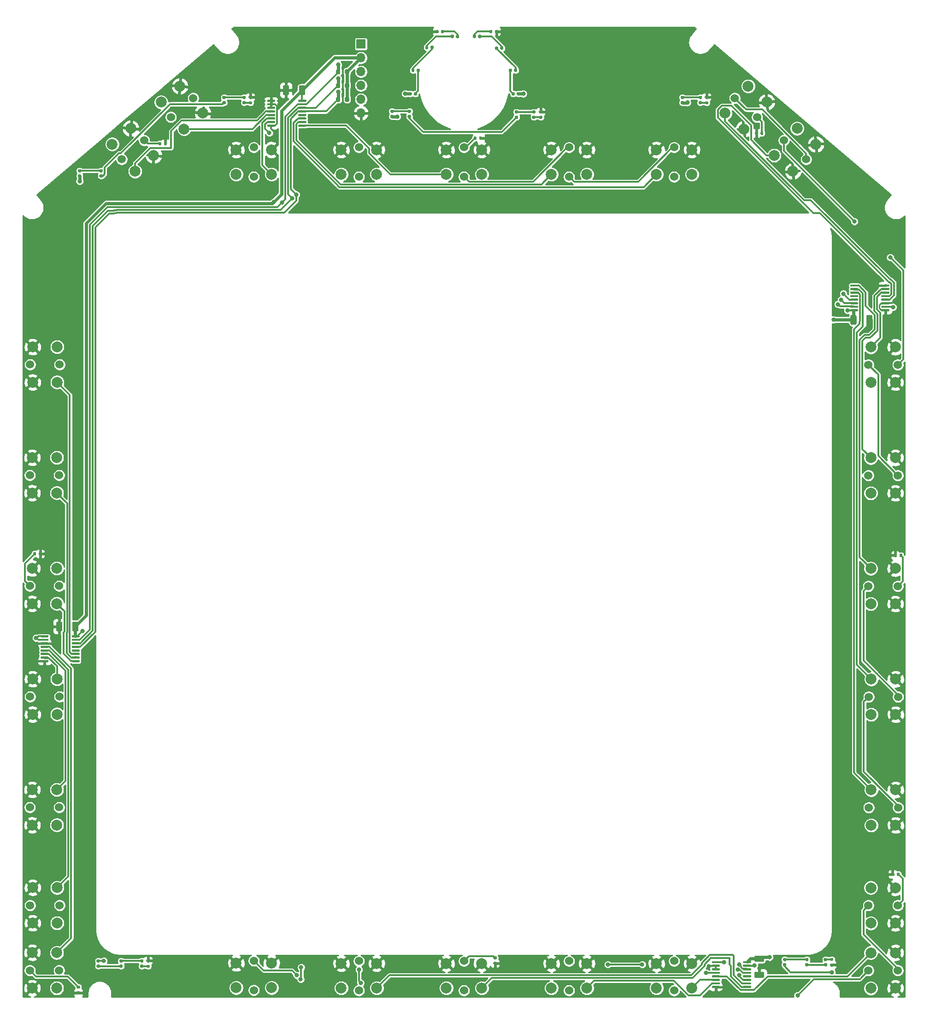
<source format=gbr>
G04 #@! TF.GenerationSoftware,KiCad,Pcbnew,(5.1.9)-1*
G04 #@! TF.CreationDate,2021-08-29T10:45:46-06:00*
G04 #@! TF.ProjectId,ampcd_button_board,616d7063-645f-4627-9574-746f6e5f626f,rev?*
G04 #@! TF.SameCoordinates,Original*
G04 #@! TF.FileFunction,Copper,L1,Top*
G04 #@! TF.FilePolarity,Positive*
%FSLAX46Y46*%
G04 Gerber Fmt 4.6, Leading zero omitted, Abs format (unit mm)*
G04 Created by KiCad (PCBNEW (5.1.9)-1) date 2021-08-29 10:45:46*
%MOMM*%
%LPD*%
G01*
G04 APERTURE LIST*
G04 #@! TA.AperFunction,ComponentPad*
%ADD10O,1.700000X1.700000*%
G04 #@! TD*
G04 #@! TA.AperFunction,ComponentPad*
%ADD11R,1.700000X1.700000*%
G04 #@! TD*
G04 #@! TA.AperFunction,ComponentPad*
%ADD12C,1.524000*%
G04 #@! TD*
G04 #@! TA.AperFunction,ComponentPad*
%ADD13C,2.000000*%
G04 #@! TD*
G04 #@! TA.AperFunction,ViaPad*
%ADD14C,0.800000*%
G04 #@! TD*
G04 #@! TA.AperFunction,Conductor*
%ADD15C,0.609600*%
G04 #@! TD*
G04 #@! TA.AperFunction,Conductor*
%ADD16C,0.304800*%
G04 #@! TD*
G04 #@! TA.AperFunction,Conductor*
%ADD17C,1.219200*%
G04 #@! TD*
G04 #@! TA.AperFunction,Conductor*
%ADD18C,0.250000*%
G04 #@! TD*
G04 #@! TA.AperFunction,Conductor*
%ADD19C,0.254000*%
G04 #@! TD*
G04 #@! TA.AperFunction,Conductor*
%ADD20C,0.100000*%
G04 #@! TD*
G04 APERTURE END LIST*
G04 #@! TA.AperFunction,SMDPad,CuDef*
G36*
G01*
X274310121Y59800490D02*
X275610123Y59800490D01*
G75*
G02*
X275860122Y59550491I0J-249999D01*
G01*
X275860122Y58900489D01*
G75*
G02*
X275610123Y58650490I-249999J0D01*
G01*
X274310121Y58650490D01*
G75*
G02*
X274060122Y58900489I0J249999D01*
G01*
X274060122Y59550491D01*
G75*
G02*
X274310121Y59800490I249999J0D01*
G01*
G37*
G04 #@! TD.AperFunction*
G04 #@! TA.AperFunction,SMDPad,CuDef*
G36*
G01*
X274310121Y62750490D02*
X275610123Y62750490D01*
G75*
G02*
X275860122Y62500491I0J-249999D01*
G01*
X275860122Y61850489D01*
G75*
G02*
X275610123Y61600490I-249999J0D01*
G01*
X274310121Y61600490D01*
G75*
G02*
X274060122Y61850489I0J249999D01*
G01*
X274060122Y62500491D01*
G75*
G02*
X274310121Y62750490I249999J0D01*
G01*
G37*
G04 #@! TD.AperFunction*
D10*
X201794122Y217383490D03*
X201794122Y219923490D03*
X201794122Y222463490D03*
X201794122Y225003490D03*
X201794122Y227543490D03*
D11*
X201794122Y230083490D03*
D12*
X146419122Y171230490D03*
X141019122Y171230490D03*
D13*
X141469122Y174480490D03*
X145969122Y174480490D03*
X141469122Y167980490D03*
X145969122Y167980490D03*
D12*
X146355622Y150910490D03*
X140955622Y150910490D03*
D13*
X141405622Y154160490D03*
X145905622Y154160490D03*
X141405622Y147660490D03*
X145905622Y147660490D03*
D12*
X146355622Y130590490D03*
X140955622Y130590490D03*
D13*
X141405622Y133840490D03*
X145905622Y133840490D03*
X141405622Y127340490D03*
X145905622Y127340490D03*
D12*
X146419122Y110270490D03*
X141019122Y110270490D03*
D13*
X141469122Y113520490D03*
X145969122Y113520490D03*
X141469122Y107020490D03*
X145969122Y107020490D03*
D12*
X146355622Y89950490D03*
X140955622Y89950490D03*
D13*
X141405622Y93200490D03*
X145905622Y93200490D03*
X141405622Y86700490D03*
X145905622Y86700490D03*
D12*
X146419122Y71979990D03*
X141019122Y71979990D03*
D13*
X141469122Y75229990D03*
X145969122Y75229990D03*
X141469122Y68729990D03*
X145969122Y68729990D03*
D12*
X146355622Y60041990D03*
X140955622Y60041990D03*
D13*
X141405622Y63291990D03*
X145905622Y63291990D03*
X141405622Y56791990D03*
X145905622Y56791990D03*
D12*
X182120622Y56413990D03*
X182120622Y61813990D03*
D13*
X185370622Y61363990D03*
X185370622Y56863990D03*
X178870622Y61363990D03*
X178870622Y56863990D03*
D12*
X201424622Y56350490D03*
X201424622Y61750490D03*
D13*
X204674622Y61300490D03*
X204674622Y56800490D03*
X198174622Y61300490D03*
X198174622Y56800490D03*
D12*
X220728622Y56350490D03*
X220728622Y61750490D03*
D13*
X223978622Y61300490D03*
X223978622Y56800490D03*
X217478622Y61300490D03*
X217478622Y56800490D03*
D12*
X240032622Y56350490D03*
X240032622Y61750490D03*
D13*
X243282622Y61300490D03*
X243282622Y56800490D03*
X236782622Y61300490D03*
X236782622Y56800490D03*
D12*
X259336622Y56350490D03*
X259336622Y61750490D03*
D13*
X262586622Y61300490D03*
X262586622Y56800490D03*
X256086622Y61300490D03*
X256086622Y56800490D03*
D12*
X295015122Y60018990D03*
X300415122Y60018990D03*
D13*
X299965122Y56768990D03*
X295465122Y56768990D03*
X299965122Y63268990D03*
X295465122Y63268990D03*
D12*
X295015122Y71956990D03*
X300415122Y71956990D03*
D13*
X299965122Y68706990D03*
X295465122Y68706990D03*
X299965122Y75206990D03*
X295465122Y75206990D03*
D12*
X295078622Y89927490D03*
X300478622Y89927490D03*
D13*
X300028622Y86677490D03*
X295528622Y86677490D03*
X300028622Y93177490D03*
X295528622Y93177490D03*
D12*
X295078622Y110247490D03*
X300478622Y110247490D03*
D13*
X300028622Y106997490D03*
X295528622Y106997490D03*
X300028622Y113497490D03*
X295528622Y113497490D03*
D12*
X295015122Y130567490D03*
X300415122Y130567490D03*
D13*
X299965122Y127317490D03*
X295465122Y127317490D03*
X299965122Y133817490D03*
X295465122Y133817490D03*
D12*
X295015122Y150887490D03*
X300415122Y150887490D03*
D13*
X299965122Y147637490D03*
X295465122Y147637490D03*
X299965122Y154137490D03*
X295465122Y154137490D03*
D12*
X295015122Y171207490D03*
X300415122Y171207490D03*
D13*
X299965122Y167957490D03*
X295465122Y167957490D03*
X299965122Y174457490D03*
X295465122Y174457490D03*
D12*
X279484118Y212401684D03*
X283596425Y208901837D03*
D13*
X281147343Y206718491D03*
X277720420Y209635031D03*
X285360122Y211668490D03*
X281933200Y214585030D03*
D12*
X270467118Y220148684D03*
X274579425Y216648837D03*
D13*
X272130343Y214465491D03*
X268703420Y217382031D03*
X276343122Y219415490D03*
X272916200Y222332030D03*
D12*
X259336622Y205702490D03*
X259336622Y211102490D03*
D13*
X262586622Y210652490D03*
X262586622Y206152490D03*
X256086622Y210652490D03*
X256086622Y206152490D03*
D12*
X240032622Y205702490D03*
X240032622Y211102490D03*
D13*
X243282622Y210652490D03*
X243282622Y206152490D03*
X236782622Y210652490D03*
X236782622Y206152490D03*
D12*
X220728622Y205702490D03*
X220728622Y211102490D03*
D13*
X223978622Y210652490D03*
X223978622Y206152490D03*
X217478622Y210652490D03*
X217478622Y206152490D03*
D12*
X201424622Y205702490D03*
X201424622Y211102490D03*
D13*
X204674622Y210652490D03*
X204674622Y206152490D03*
X198174622Y210652490D03*
X198174622Y206152490D03*
D12*
X182120622Y205702490D03*
X182120622Y211102490D03*
D13*
X185370622Y210652490D03*
X185370622Y206152490D03*
X178870622Y210652490D03*
X178870622Y206152490D03*
D12*
X166856897Y216653297D03*
X170969204Y220153144D03*
D13*
X172732901Y217386491D03*
X169305979Y214469951D03*
X168520122Y222336490D03*
X165093200Y219419950D03*
D12*
X157839897Y208906297D03*
X161952204Y212406144D03*
D13*
X163715901Y209639491D03*
X160288979Y206722951D03*
X159503122Y214589490D03*
X156076200Y211672950D03*
G04 #@! TA.AperFunction,SMDPad,CuDef*
G36*
G01*
X148648722Y121260490D02*
X148648722Y121460490D01*
G75*
G02*
X148748722Y121560490I100000J0D01*
G01*
X150023722Y121560490D01*
G75*
G02*
X150123722Y121460490I0J-100000D01*
G01*
X150123722Y121260490D01*
G75*
G02*
X150023722Y121160490I-100000J0D01*
G01*
X148748722Y121160490D01*
G75*
G02*
X148648722Y121260490I0J100000D01*
G01*
G37*
G04 #@! TD.AperFunction*
G04 #@! TA.AperFunction,SMDPad,CuDef*
G36*
G01*
X148648722Y120610490D02*
X148648722Y120810490D01*
G75*
G02*
X148748722Y120910490I100000J0D01*
G01*
X150023722Y120910490D01*
G75*
G02*
X150123722Y120810490I0J-100000D01*
G01*
X150123722Y120610490D01*
G75*
G02*
X150023722Y120510490I-100000J0D01*
G01*
X148748722Y120510490D01*
G75*
G02*
X148648722Y120610490I0J100000D01*
G01*
G37*
G04 #@! TD.AperFunction*
G04 #@! TA.AperFunction,SMDPad,CuDef*
G36*
G01*
X148648722Y119960490D02*
X148648722Y120160490D01*
G75*
G02*
X148748722Y120260490I100000J0D01*
G01*
X150023722Y120260490D01*
G75*
G02*
X150123722Y120160490I0J-100000D01*
G01*
X150123722Y119960490D01*
G75*
G02*
X150023722Y119860490I-100000J0D01*
G01*
X148748722Y119860490D01*
G75*
G02*
X148648722Y119960490I0J100000D01*
G01*
G37*
G04 #@! TD.AperFunction*
G04 #@! TA.AperFunction,SMDPad,CuDef*
G36*
G01*
X148648722Y119310490D02*
X148648722Y119510490D01*
G75*
G02*
X148748722Y119610490I100000J0D01*
G01*
X150023722Y119610490D01*
G75*
G02*
X150123722Y119510490I0J-100000D01*
G01*
X150123722Y119310490D01*
G75*
G02*
X150023722Y119210490I-100000J0D01*
G01*
X148748722Y119210490D01*
G75*
G02*
X148648722Y119310490I0J100000D01*
G01*
G37*
G04 #@! TD.AperFunction*
G04 #@! TA.AperFunction,SMDPad,CuDef*
G36*
G01*
X148648722Y118660490D02*
X148648722Y118860490D01*
G75*
G02*
X148748722Y118960490I100000J0D01*
G01*
X150023722Y118960490D01*
G75*
G02*
X150123722Y118860490I0J-100000D01*
G01*
X150123722Y118660490D01*
G75*
G02*
X150023722Y118560490I-100000J0D01*
G01*
X148748722Y118560490D01*
G75*
G02*
X148648722Y118660490I0J100000D01*
G01*
G37*
G04 #@! TD.AperFunction*
G04 #@! TA.AperFunction,SMDPad,CuDef*
G36*
G01*
X148648722Y118010490D02*
X148648722Y118210490D01*
G75*
G02*
X148748722Y118310490I100000J0D01*
G01*
X150023722Y118310490D01*
G75*
G02*
X150123722Y118210490I0J-100000D01*
G01*
X150123722Y118010490D01*
G75*
G02*
X150023722Y117910490I-100000J0D01*
G01*
X148748722Y117910490D01*
G75*
G02*
X148648722Y118010490I0J100000D01*
G01*
G37*
G04 #@! TD.AperFunction*
G04 #@! TA.AperFunction,SMDPad,CuDef*
G36*
G01*
X148648722Y117360490D02*
X148648722Y117560490D01*
G75*
G02*
X148748722Y117660490I100000J0D01*
G01*
X150023722Y117660490D01*
G75*
G02*
X150123722Y117560490I0J-100000D01*
G01*
X150123722Y117360490D01*
G75*
G02*
X150023722Y117260490I-100000J0D01*
G01*
X148748722Y117260490D01*
G75*
G02*
X148648722Y117360490I0J100000D01*
G01*
G37*
G04 #@! TD.AperFunction*
G04 #@! TA.AperFunction,SMDPad,CuDef*
G36*
G01*
X148648722Y116710490D02*
X148648722Y116910490D01*
G75*
G02*
X148748722Y117010490I100000J0D01*
G01*
X150023722Y117010490D01*
G75*
G02*
X150123722Y116910490I0J-100000D01*
G01*
X150123722Y116710490D01*
G75*
G02*
X150023722Y116610490I-100000J0D01*
G01*
X148748722Y116610490D01*
G75*
G02*
X148648722Y116710490I0J100000D01*
G01*
G37*
G04 #@! TD.AperFunction*
G04 #@! TA.AperFunction,SMDPad,CuDef*
G36*
G01*
X142923722Y116710490D02*
X142923722Y116910490D01*
G75*
G02*
X143023722Y117010490I100000J0D01*
G01*
X144298722Y117010490D01*
G75*
G02*
X144398722Y116910490I0J-100000D01*
G01*
X144398722Y116710490D01*
G75*
G02*
X144298722Y116610490I-100000J0D01*
G01*
X143023722Y116610490D01*
G75*
G02*
X142923722Y116710490I0J100000D01*
G01*
G37*
G04 #@! TD.AperFunction*
G04 #@! TA.AperFunction,SMDPad,CuDef*
G36*
G01*
X142923722Y117360490D02*
X142923722Y117560490D01*
G75*
G02*
X143023722Y117660490I100000J0D01*
G01*
X144298722Y117660490D01*
G75*
G02*
X144398722Y117560490I0J-100000D01*
G01*
X144398722Y117360490D01*
G75*
G02*
X144298722Y117260490I-100000J0D01*
G01*
X143023722Y117260490D01*
G75*
G02*
X142923722Y117360490I0J100000D01*
G01*
G37*
G04 #@! TD.AperFunction*
G04 #@! TA.AperFunction,SMDPad,CuDef*
G36*
G01*
X142923722Y118010490D02*
X142923722Y118210490D01*
G75*
G02*
X143023722Y118310490I100000J0D01*
G01*
X144298722Y118310490D01*
G75*
G02*
X144398722Y118210490I0J-100000D01*
G01*
X144398722Y118010490D01*
G75*
G02*
X144298722Y117910490I-100000J0D01*
G01*
X143023722Y117910490D01*
G75*
G02*
X142923722Y118010490I0J100000D01*
G01*
G37*
G04 #@! TD.AperFunction*
G04 #@! TA.AperFunction,SMDPad,CuDef*
G36*
G01*
X142923722Y118660490D02*
X142923722Y118860490D01*
G75*
G02*
X143023722Y118960490I100000J0D01*
G01*
X144298722Y118960490D01*
G75*
G02*
X144398722Y118860490I0J-100000D01*
G01*
X144398722Y118660490D01*
G75*
G02*
X144298722Y118560490I-100000J0D01*
G01*
X143023722Y118560490D01*
G75*
G02*
X142923722Y118660490I0J100000D01*
G01*
G37*
G04 #@! TD.AperFunction*
G04 #@! TA.AperFunction,SMDPad,CuDef*
G36*
G01*
X142923722Y119310490D02*
X142923722Y119510490D01*
G75*
G02*
X143023722Y119610490I100000J0D01*
G01*
X144298722Y119610490D01*
G75*
G02*
X144398722Y119510490I0J-100000D01*
G01*
X144398722Y119310490D01*
G75*
G02*
X144298722Y119210490I-100000J0D01*
G01*
X143023722Y119210490D01*
G75*
G02*
X142923722Y119310490I0J100000D01*
G01*
G37*
G04 #@! TD.AperFunction*
G04 #@! TA.AperFunction,SMDPad,CuDef*
G36*
G01*
X142923722Y119960490D02*
X142923722Y120160490D01*
G75*
G02*
X143023722Y120260490I100000J0D01*
G01*
X144298722Y120260490D01*
G75*
G02*
X144398722Y120160490I0J-100000D01*
G01*
X144398722Y119960490D01*
G75*
G02*
X144298722Y119860490I-100000J0D01*
G01*
X143023722Y119860490D01*
G75*
G02*
X142923722Y119960490I0J100000D01*
G01*
G37*
G04 #@! TD.AperFunction*
G04 #@! TA.AperFunction,SMDPad,CuDef*
G36*
G01*
X142923722Y120610490D02*
X142923722Y120810490D01*
G75*
G02*
X143023722Y120910490I100000J0D01*
G01*
X144298722Y120910490D01*
G75*
G02*
X144398722Y120810490I0J-100000D01*
G01*
X144398722Y120610490D01*
G75*
G02*
X144298722Y120510490I-100000J0D01*
G01*
X143023722Y120510490D01*
G75*
G02*
X142923722Y120610490I0J100000D01*
G01*
G37*
G04 #@! TD.AperFunction*
G04 #@! TA.AperFunction,SMDPad,CuDef*
G36*
G01*
X142923722Y121260490D02*
X142923722Y121460490D01*
G75*
G02*
X143023722Y121560490I100000J0D01*
G01*
X144298722Y121560490D01*
G75*
G02*
X144398722Y121460490I0J-100000D01*
G01*
X144398722Y121260490D01*
G75*
G02*
X144298722Y121160490I-100000J0D01*
G01*
X143023722Y121160490D01*
G75*
G02*
X142923722Y121260490I0J100000D01*
G01*
G37*
G04 #@! TD.AperFunction*
G04 #@! TA.AperFunction,SMDPad,CuDef*
G36*
G01*
X271991122Y61443490D02*
X271991122Y61643490D01*
G75*
G02*
X272091122Y61743490I100000J0D01*
G01*
X273366122Y61743490D01*
G75*
G02*
X273466122Y61643490I0J-100000D01*
G01*
X273466122Y61443490D01*
G75*
G02*
X273366122Y61343490I-100000J0D01*
G01*
X272091122Y61343490D01*
G75*
G02*
X271991122Y61443490I0J100000D01*
G01*
G37*
G04 #@! TD.AperFunction*
G04 #@! TA.AperFunction,SMDPad,CuDef*
G36*
G01*
X271991122Y60793490D02*
X271991122Y60993490D01*
G75*
G02*
X272091122Y61093490I100000J0D01*
G01*
X273366122Y61093490D01*
G75*
G02*
X273466122Y60993490I0J-100000D01*
G01*
X273466122Y60793490D01*
G75*
G02*
X273366122Y60693490I-100000J0D01*
G01*
X272091122Y60693490D01*
G75*
G02*
X271991122Y60793490I0J100000D01*
G01*
G37*
G04 #@! TD.AperFunction*
G04 #@! TA.AperFunction,SMDPad,CuDef*
G36*
G01*
X271991122Y60143490D02*
X271991122Y60343490D01*
G75*
G02*
X272091122Y60443490I100000J0D01*
G01*
X273366122Y60443490D01*
G75*
G02*
X273466122Y60343490I0J-100000D01*
G01*
X273466122Y60143490D01*
G75*
G02*
X273366122Y60043490I-100000J0D01*
G01*
X272091122Y60043490D01*
G75*
G02*
X271991122Y60143490I0J100000D01*
G01*
G37*
G04 #@! TD.AperFunction*
G04 #@! TA.AperFunction,SMDPad,CuDef*
G36*
G01*
X271991122Y59493490D02*
X271991122Y59693490D01*
G75*
G02*
X272091122Y59793490I100000J0D01*
G01*
X273366122Y59793490D01*
G75*
G02*
X273466122Y59693490I0J-100000D01*
G01*
X273466122Y59493490D01*
G75*
G02*
X273366122Y59393490I-100000J0D01*
G01*
X272091122Y59393490D01*
G75*
G02*
X271991122Y59493490I0J100000D01*
G01*
G37*
G04 #@! TD.AperFunction*
G04 #@! TA.AperFunction,SMDPad,CuDef*
G36*
G01*
X271991122Y58843490D02*
X271991122Y59043490D01*
G75*
G02*
X272091122Y59143490I100000J0D01*
G01*
X273366122Y59143490D01*
G75*
G02*
X273466122Y59043490I0J-100000D01*
G01*
X273466122Y58843490D01*
G75*
G02*
X273366122Y58743490I-100000J0D01*
G01*
X272091122Y58743490D01*
G75*
G02*
X271991122Y58843490I0J100000D01*
G01*
G37*
G04 #@! TD.AperFunction*
G04 #@! TA.AperFunction,SMDPad,CuDef*
G36*
G01*
X271991122Y58193490D02*
X271991122Y58393490D01*
G75*
G02*
X272091122Y58493490I100000J0D01*
G01*
X273366122Y58493490D01*
G75*
G02*
X273466122Y58393490I0J-100000D01*
G01*
X273466122Y58193490D01*
G75*
G02*
X273366122Y58093490I-100000J0D01*
G01*
X272091122Y58093490D01*
G75*
G02*
X271991122Y58193490I0J100000D01*
G01*
G37*
G04 #@! TD.AperFunction*
G04 #@! TA.AperFunction,SMDPad,CuDef*
G36*
G01*
X271991122Y57543490D02*
X271991122Y57743490D01*
G75*
G02*
X272091122Y57843490I100000J0D01*
G01*
X273366122Y57843490D01*
G75*
G02*
X273466122Y57743490I0J-100000D01*
G01*
X273466122Y57543490D01*
G75*
G02*
X273366122Y57443490I-100000J0D01*
G01*
X272091122Y57443490D01*
G75*
G02*
X271991122Y57543490I0J100000D01*
G01*
G37*
G04 #@! TD.AperFunction*
G04 #@! TA.AperFunction,SMDPad,CuDef*
G36*
G01*
X271991122Y56893490D02*
X271991122Y57093490D01*
G75*
G02*
X272091122Y57193490I100000J0D01*
G01*
X273366122Y57193490D01*
G75*
G02*
X273466122Y57093490I0J-100000D01*
G01*
X273466122Y56893490D01*
G75*
G02*
X273366122Y56793490I-100000J0D01*
G01*
X272091122Y56793490D01*
G75*
G02*
X271991122Y56893490I0J100000D01*
G01*
G37*
G04 #@! TD.AperFunction*
G04 #@! TA.AperFunction,SMDPad,CuDef*
G36*
G01*
X266266122Y56893490D02*
X266266122Y57093490D01*
G75*
G02*
X266366122Y57193490I100000J0D01*
G01*
X267641122Y57193490D01*
G75*
G02*
X267741122Y57093490I0J-100000D01*
G01*
X267741122Y56893490D01*
G75*
G02*
X267641122Y56793490I-100000J0D01*
G01*
X266366122Y56793490D01*
G75*
G02*
X266266122Y56893490I0J100000D01*
G01*
G37*
G04 #@! TD.AperFunction*
G04 #@! TA.AperFunction,SMDPad,CuDef*
G36*
G01*
X266266122Y57543490D02*
X266266122Y57743490D01*
G75*
G02*
X266366122Y57843490I100000J0D01*
G01*
X267641122Y57843490D01*
G75*
G02*
X267741122Y57743490I0J-100000D01*
G01*
X267741122Y57543490D01*
G75*
G02*
X267641122Y57443490I-100000J0D01*
G01*
X266366122Y57443490D01*
G75*
G02*
X266266122Y57543490I0J100000D01*
G01*
G37*
G04 #@! TD.AperFunction*
G04 #@! TA.AperFunction,SMDPad,CuDef*
G36*
G01*
X266266122Y58193490D02*
X266266122Y58393490D01*
G75*
G02*
X266366122Y58493490I100000J0D01*
G01*
X267641122Y58493490D01*
G75*
G02*
X267741122Y58393490I0J-100000D01*
G01*
X267741122Y58193490D01*
G75*
G02*
X267641122Y58093490I-100000J0D01*
G01*
X266366122Y58093490D01*
G75*
G02*
X266266122Y58193490I0J100000D01*
G01*
G37*
G04 #@! TD.AperFunction*
G04 #@! TA.AperFunction,SMDPad,CuDef*
G36*
G01*
X266266122Y58843490D02*
X266266122Y59043490D01*
G75*
G02*
X266366122Y59143490I100000J0D01*
G01*
X267641122Y59143490D01*
G75*
G02*
X267741122Y59043490I0J-100000D01*
G01*
X267741122Y58843490D01*
G75*
G02*
X267641122Y58743490I-100000J0D01*
G01*
X266366122Y58743490D01*
G75*
G02*
X266266122Y58843490I0J100000D01*
G01*
G37*
G04 #@! TD.AperFunction*
G04 #@! TA.AperFunction,SMDPad,CuDef*
G36*
G01*
X266266122Y59493490D02*
X266266122Y59693490D01*
G75*
G02*
X266366122Y59793490I100000J0D01*
G01*
X267641122Y59793490D01*
G75*
G02*
X267741122Y59693490I0J-100000D01*
G01*
X267741122Y59493490D01*
G75*
G02*
X267641122Y59393490I-100000J0D01*
G01*
X266366122Y59393490D01*
G75*
G02*
X266266122Y59493490I0J100000D01*
G01*
G37*
G04 #@! TD.AperFunction*
G04 #@! TA.AperFunction,SMDPad,CuDef*
G36*
G01*
X266266122Y60143490D02*
X266266122Y60343490D01*
G75*
G02*
X266366122Y60443490I100000J0D01*
G01*
X267641122Y60443490D01*
G75*
G02*
X267741122Y60343490I0J-100000D01*
G01*
X267741122Y60143490D01*
G75*
G02*
X267641122Y60043490I-100000J0D01*
G01*
X266366122Y60043490D01*
G75*
G02*
X266266122Y60143490I0J100000D01*
G01*
G37*
G04 #@! TD.AperFunction*
G04 #@! TA.AperFunction,SMDPad,CuDef*
G36*
G01*
X266266122Y60793490D02*
X266266122Y60993490D01*
G75*
G02*
X266366122Y61093490I100000J0D01*
G01*
X267641122Y61093490D01*
G75*
G02*
X267741122Y60993490I0J-100000D01*
G01*
X267741122Y60793490D01*
G75*
G02*
X267641122Y60693490I-100000J0D01*
G01*
X266366122Y60693490D01*
G75*
G02*
X266266122Y60793490I0J100000D01*
G01*
G37*
G04 #@! TD.AperFunction*
G04 #@! TA.AperFunction,SMDPad,CuDef*
G36*
G01*
X266266122Y61443490D02*
X266266122Y61643490D01*
G75*
G02*
X266366122Y61743490I100000J0D01*
G01*
X267641122Y61743490D01*
G75*
G02*
X267741122Y61643490I0J-100000D01*
G01*
X267741122Y61443490D01*
G75*
G02*
X267641122Y61343490I-100000J0D01*
G01*
X266366122Y61343490D01*
G75*
G02*
X266266122Y61443490I0J100000D01*
G01*
G37*
G04 #@! TD.AperFunction*
G04 #@! TA.AperFunction,SMDPad,CuDef*
G36*
G01*
X293141122Y181299490D02*
X293141122Y181099490D01*
G75*
G02*
X293041122Y180999490I-100000J0D01*
G01*
X291766122Y180999490D01*
G75*
G02*
X291666122Y181099490I0J100000D01*
G01*
X291666122Y181299490D01*
G75*
G02*
X291766122Y181399490I100000J0D01*
G01*
X293041122Y181399490D01*
G75*
G02*
X293141122Y181299490I0J-100000D01*
G01*
G37*
G04 #@! TD.AperFunction*
G04 #@! TA.AperFunction,SMDPad,CuDef*
G36*
G01*
X293141122Y181949490D02*
X293141122Y181749490D01*
G75*
G02*
X293041122Y181649490I-100000J0D01*
G01*
X291766122Y181649490D01*
G75*
G02*
X291666122Y181749490I0J100000D01*
G01*
X291666122Y181949490D01*
G75*
G02*
X291766122Y182049490I100000J0D01*
G01*
X293041122Y182049490D01*
G75*
G02*
X293141122Y181949490I0J-100000D01*
G01*
G37*
G04 #@! TD.AperFunction*
G04 #@! TA.AperFunction,SMDPad,CuDef*
G36*
G01*
X293141122Y182599490D02*
X293141122Y182399490D01*
G75*
G02*
X293041122Y182299490I-100000J0D01*
G01*
X291766122Y182299490D01*
G75*
G02*
X291666122Y182399490I0J100000D01*
G01*
X291666122Y182599490D01*
G75*
G02*
X291766122Y182699490I100000J0D01*
G01*
X293041122Y182699490D01*
G75*
G02*
X293141122Y182599490I0J-100000D01*
G01*
G37*
G04 #@! TD.AperFunction*
G04 #@! TA.AperFunction,SMDPad,CuDef*
G36*
G01*
X293141122Y183249490D02*
X293141122Y183049490D01*
G75*
G02*
X293041122Y182949490I-100000J0D01*
G01*
X291766122Y182949490D01*
G75*
G02*
X291666122Y183049490I0J100000D01*
G01*
X291666122Y183249490D01*
G75*
G02*
X291766122Y183349490I100000J0D01*
G01*
X293041122Y183349490D01*
G75*
G02*
X293141122Y183249490I0J-100000D01*
G01*
G37*
G04 #@! TD.AperFunction*
G04 #@! TA.AperFunction,SMDPad,CuDef*
G36*
G01*
X293141122Y183899490D02*
X293141122Y183699490D01*
G75*
G02*
X293041122Y183599490I-100000J0D01*
G01*
X291766122Y183599490D01*
G75*
G02*
X291666122Y183699490I0J100000D01*
G01*
X291666122Y183899490D01*
G75*
G02*
X291766122Y183999490I100000J0D01*
G01*
X293041122Y183999490D01*
G75*
G02*
X293141122Y183899490I0J-100000D01*
G01*
G37*
G04 #@! TD.AperFunction*
G04 #@! TA.AperFunction,SMDPad,CuDef*
G36*
G01*
X293141122Y184549490D02*
X293141122Y184349490D01*
G75*
G02*
X293041122Y184249490I-100000J0D01*
G01*
X291766122Y184249490D01*
G75*
G02*
X291666122Y184349490I0J100000D01*
G01*
X291666122Y184549490D01*
G75*
G02*
X291766122Y184649490I100000J0D01*
G01*
X293041122Y184649490D01*
G75*
G02*
X293141122Y184549490I0J-100000D01*
G01*
G37*
G04 #@! TD.AperFunction*
G04 #@! TA.AperFunction,SMDPad,CuDef*
G36*
G01*
X293141122Y185199490D02*
X293141122Y184999490D01*
G75*
G02*
X293041122Y184899490I-100000J0D01*
G01*
X291766122Y184899490D01*
G75*
G02*
X291666122Y184999490I0J100000D01*
G01*
X291666122Y185199490D01*
G75*
G02*
X291766122Y185299490I100000J0D01*
G01*
X293041122Y185299490D01*
G75*
G02*
X293141122Y185199490I0J-100000D01*
G01*
G37*
G04 #@! TD.AperFunction*
G04 #@! TA.AperFunction,SMDPad,CuDef*
G36*
G01*
X293141122Y185849490D02*
X293141122Y185649490D01*
G75*
G02*
X293041122Y185549490I-100000J0D01*
G01*
X291766122Y185549490D01*
G75*
G02*
X291666122Y185649490I0J100000D01*
G01*
X291666122Y185849490D01*
G75*
G02*
X291766122Y185949490I100000J0D01*
G01*
X293041122Y185949490D01*
G75*
G02*
X293141122Y185849490I0J-100000D01*
G01*
G37*
G04 #@! TD.AperFunction*
G04 #@! TA.AperFunction,SMDPad,CuDef*
G36*
G01*
X298866122Y185849490D02*
X298866122Y185649490D01*
G75*
G02*
X298766122Y185549490I-100000J0D01*
G01*
X297491122Y185549490D01*
G75*
G02*
X297391122Y185649490I0J100000D01*
G01*
X297391122Y185849490D01*
G75*
G02*
X297491122Y185949490I100000J0D01*
G01*
X298766122Y185949490D01*
G75*
G02*
X298866122Y185849490I0J-100000D01*
G01*
G37*
G04 #@! TD.AperFunction*
G04 #@! TA.AperFunction,SMDPad,CuDef*
G36*
G01*
X298866122Y185199490D02*
X298866122Y184999490D01*
G75*
G02*
X298766122Y184899490I-100000J0D01*
G01*
X297491122Y184899490D01*
G75*
G02*
X297391122Y184999490I0J100000D01*
G01*
X297391122Y185199490D01*
G75*
G02*
X297491122Y185299490I100000J0D01*
G01*
X298766122Y185299490D01*
G75*
G02*
X298866122Y185199490I0J-100000D01*
G01*
G37*
G04 #@! TD.AperFunction*
G04 #@! TA.AperFunction,SMDPad,CuDef*
G36*
G01*
X298866122Y184549490D02*
X298866122Y184349490D01*
G75*
G02*
X298766122Y184249490I-100000J0D01*
G01*
X297491122Y184249490D01*
G75*
G02*
X297391122Y184349490I0J100000D01*
G01*
X297391122Y184549490D01*
G75*
G02*
X297491122Y184649490I100000J0D01*
G01*
X298766122Y184649490D01*
G75*
G02*
X298866122Y184549490I0J-100000D01*
G01*
G37*
G04 #@! TD.AperFunction*
G04 #@! TA.AperFunction,SMDPad,CuDef*
G36*
G01*
X298866122Y183899490D02*
X298866122Y183699490D01*
G75*
G02*
X298766122Y183599490I-100000J0D01*
G01*
X297491122Y183599490D01*
G75*
G02*
X297391122Y183699490I0J100000D01*
G01*
X297391122Y183899490D01*
G75*
G02*
X297491122Y183999490I100000J0D01*
G01*
X298766122Y183999490D01*
G75*
G02*
X298866122Y183899490I0J-100000D01*
G01*
G37*
G04 #@! TD.AperFunction*
G04 #@! TA.AperFunction,SMDPad,CuDef*
G36*
G01*
X298866122Y183249490D02*
X298866122Y183049490D01*
G75*
G02*
X298766122Y182949490I-100000J0D01*
G01*
X297491122Y182949490D01*
G75*
G02*
X297391122Y183049490I0J100000D01*
G01*
X297391122Y183249490D01*
G75*
G02*
X297491122Y183349490I100000J0D01*
G01*
X298766122Y183349490D01*
G75*
G02*
X298866122Y183249490I0J-100000D01*
G01*
G37*
G04 #@! TD.AperFunction*
G04 #@! TA.AperFunction,SMDPad,CuDef*
G36*
G01*
X298866122Y182599490D02*
X298866122Y182399490D01*
G75*
G02*
X298766122Y182299490I-100000J0D01*
G01*
X297491122Y182299490D01*
G75*
G02*
X297391122Y182399490I0J100000D01*
G01*
X297391122Y182599490D01*
G75*
G02*
X297491122Y182699490I100000J0D01*
G01*
X298766122Y182699490D01*
G75*
G02*
X298866122Y182599490I0J-100000D01*
G01*
G37*
G04 #@! TD.AperFunction*
G04 #@! TA.AperFunction,SMDPad,CuDef*
G36*
G01*
X298866122Y181949490D02*
X298866122Y181749490D01*
G75*
G02*
X298766122Y181649490I-100000J0D01*
G01*
X297491122Y181649490D01*
G75*
G02*
X297391122Y181749490I0J100000D01*
G01*
X297391122Y181949490D01*
G75*
G02*
X297491122Y182049490I100000J0D01*
G01*
X298766122Y182049490D01*
G75*
G02*
X298866122Y181949490I0J-100000D01*
G01*
G37*
G04 #@! TD.AperFunction*
G04 #@! TA.AperFunction,SMDPad,CuDef*
G36*
G01*
X298866122Y181299490D02*
X298866122Y181099490D01*
G75*
G02*
X298766122Y180999490I-100000J0D01*
G01*
X297491122Y180999490D01*
G75*
G02*
X297391122Y181099490I0J100000D01*
G01*
X297391122Y181299490D01*
G75*
G02*
X297491122Y181399490I100000J0D01*
G01*
X298766122Y181399490D01*
G75*
G02*
X298866122Y181299490I0J-100000D01*
G01*
G37*
G04 #@! TD.AperFunction*
G04 #@! TA.AperFunction,SMDPad,CuDef*
G36*
G01*
X190279322Y219558490D02*
X190279322Y219758490D01*
G75*
G02*
X190379322Y219858490I100000J0D01*
G01*
X191654322Y219858490D01*
G75*
G02*
X191754322Y219758490I0J-100000D01*
G01*
X191754322Y219558490D01*
G75*
G02*
X191654322Y219458490I-100000J0D01*
G01*
X190379322Y219458490D01*
G75*
G02*
X190279322Y219558490I0J100000D01*
G01*
G37*
G04 #@! TD.AperFunction*
G04 #@! TA.AperFunction,SMDPad,CuDef*
G36*
G01*
X190279322Y218908490D02*
X190279322Y219108490D01*
G75*
G02*
X190379322Y219208490I100000J0D01*
G01*
X191654322Y219208490D01*
G75*
G02*
X191754322Y219108490I0J-100000D01*
G01*
X191754322Y218908490D01*
G75*
G02*
X191654322Y218808490I-100000J0D01*
G01*
X190379322Y218808490D01*
G75*
G02*
X190279322Y218908490I0J100000D01*
G01*
G37*
G04 #@! TD.AperFunction*
G04 #@! TA.AperFunction,SMDPad,CuDef*
G36*
G01*
X190279322Y218258490D02*
X190279322Y218458490D01*
G75*
G02*
X190379322Y218558490I100000J0D01*
G01*
X191654322Y218558490D01*
G75*
G02*
X191754322Y218458490I0J-100000D01*
G01*
X191754322Y218258490D01*
G75*
G02*
X191654322Y218158490I-100000J0D01*
G01*
X190379322Y218158490D01*
G75*
G02*
X190279322Y218258490I0J100000D01*
G01*
G37*
G04 #@! TD.AperFunction*
G04 #@! TA.AperFunction,SMDPad,CuDef*
G36*
G01*
X190279322Y217608490D02*
X190279322Y217808490D01*
G75*
G02*
X190379322Y217908490I100000J0D01*
G01*
X191654322Y217908490D01*
G75*
G02*
X191754322Y217808490I0J-100000D01*
G01*
X191754322Y217608490D01*
G75*
G02*
X191654322Y217508490I-100000J0D01*
G01*
X190379322Y217508490D01*
G75*
G02*
X190279322Y217608490I0J100000D01*
G01*
G37*
G04 #@! TD.AperFunction*
G04 #@! TA.AperFunction,SMDPad,CuDef*
G36*
G01*
X190279322Y216958490D02*
X190279322Y217158490D01*
G75*
G02*
X190379322Y217258490I100000J0D01*
G01*
X191654322Y217258490D01*
G75*
G02*
X191754322Y217158490I0J-100000D01*
G01*
X191754322Y216958490D01*
G75*
G02*
X191654322Y216858490I-100000J0D01*
G01*
X190379322Y216858490D01*
G75*
G02*
X190279322Y216958490I0J100000D01*
G01*
G37*
G04 #@! TD.AperFunction*
G04 #@! TA.AperFunction,SMDPad,CuDef*
G36*
G01*
X190279322Y216308490D02*
X190279322Y216508490D01*
G75*
G02*
X190379322Y216608490I100000J0D01*
G01*
X191654322Y216608490D01*
G75*
G02*
X191754322Y216508490I0J-100000D01*
G01*
X191754322Y216308490D01*
G75*
G02*
X191654322Y216208490I-100000J0D01*
G01*
X190379322Y216208490D01*
G75*
G02*
X190279322Y216308490I0J100000D01*
G01*
G37*
G04 #@! TD.AperFunction*
G04 #@! TA.AperFunction,SMDPad,CuDef*
G36*
G01*
X190279322Y215658490D02*
X190279322Y215858490D01*
G75*
G02*
X190379322Y215958490I100000J0D01*
G01*
X191654322Y215958490D01*
G75*
G02*
X191754322Y215858490I0J-100000D01*
G01*
X191754322Y215658490D01*
G75*
G02*
X191654322Y215558490I-100000J0D01*
G01*
X190379322Y215558490D01*
G75*
G02*
X190279322Y215658490I0J100000D01*
G01*
G37*
G04 #@! TD.AperFunction*
G04 #@! TA.AperFunction,SMDPad,CuDef*
G36*
G01*
X190279322Y215008490D02*
X190279322Y215208490D01*
G75*
G02*
X190379322Y215308490I100000J0D01*
G01*
X191654322Y215308490D01*
G75*
G02*
X191754322Y215208490I0J-100000D01*
G01*
X191754322Y215008490D01*
G75*
G02*
X191654322Y214908490I-100000J0D01*
G01*
X190379322Y214908490D01*
G75*
G02*
X190279322Y215008490I0J100000D01*
G01*
G37*
G04 #@! TD.AperFunction*
G04 #@! TA.AperFunction,SMDPad,CuDef*
G36*
G01*
X184554322Y215008490D02*
X184554322Y215208490D01*
G75*
G02*
X184654322Y215308490I100000J0D01*
G01*
X185929322Y215308490D01*
G75*
G02*
X186029322Y215208490I0J-100000D01*
G01*
X186029322Y215008490D01*
G75*
G02*
X185929322Y214908490I-100000J0D01*
G01*
X184654322Y214908490D01*
G75*
G02*
X184554322Y215008490I0J100000D01*
G01*
G37*
G04 #@! TD.AperFunction*
G04 #@! TA.AperFunction,SMDPad,CuDef*
G36*
G01*
X184554322Y215658490D02*
X184554322Y215858490D01*
G75*
G02*
X184654322Y215958490I100000J0D01*
G01*
X185929322Y215958490D01*
G75*
G02*
X186029322Y215858490I0J-100000D01*
G01*
X186029322Y215658490D01*
G75*
G02*
X185929322Y215558490I-100000J0D01*
G01*
X184654322Y215558490D01*
G75*
G02*
X184554322Y215658490I0J100000D01*
G01*
G37*
G04 #@! TD.AperFunction*
G04 #@! TA.AperFunction,SMDPad,CuDef*
G36*
G01*
X184554322Y216308490D02*
X184554322Y216508490D01*
G75*
G02*
X184654322Y216608490I100000J0D01*
G01*
X185929322Y216608490D01*
G75*
G02*
X186029322Y216508490I0J-100000D01*
G01*
X186029322Y216308490D01*
G75*
G02*
X185929322Y216208490I-100000J0D01*
G01*
X184654322Y216208490D01*
G75*
G02*
X184554322Y216308490I0J100000D01*
G01*
G37*
G04 #@! TD.AperFunction*
G04 #@! TA.AperFunction,SMDPad,CuDef*
G36*
G01*
X184554322Y216958490D02*
X184554322Y217158490D01*
G75*
G02*
X184654322Y217258490I100000J0D01*
G01*
X185929322Y217258490D01*
G75*
G02*
X186029322Y217158490I0J-100000D01*
G01*
X186029322Y216958490D01*
G75*
G02*
X185929322Y216858490I-100000J0D01*
G01*
X184654322Y216858490D01*
G75*
G02*
X184554322Y216958490I0J100000D01*
G01*
G37*
G04 #@! TD.AperFunction*
G04 #@! TA.AperFunction,SMDPad,CuDef*
G36*
G01*
X184554322Y217608490D02*
X184554322Y217808490D01*
G75*
G02*
X184654322Y217908490I100000J0D01*
G01*
X185929322Y217908490D01*
G75*
G02*
X186029322Y217808490I0J-100000D01*
G01*
X186029322Y217608490D01*
G75*
G02*
X185929322Y217508490I-100000J0D01*
G01*
X184654322Y217508490D01*
G75*
G02*
X184554322Y217608490I0J100000D01*
G01*
G37*
G04 #@! TD.AperFunction*
G04 #@! TA.AperFunction,SMDPad,CuDef*
G36*
G01*
X184554322Y218258490D02*
X184554322Y218458490D01*
G75*
G02*
X184654322Y218558490I100000J0D01*
G01*
X185929322Y218558490D01*
G75*
G02*
X186029322Y218458490I0J-100000D01*
G01*
X186029322Y218258490D01*
G75*
G02*
X185929322Y218158490I-100000J0D01*
G01*
X184654322Y218158490D01*
G75*
G02*
X184554322Y218258490I0J100000D01*
G01*
G37*
G04 #@! TD.AperFunction*
G04 #@! TA.AperFunction,SMDPad,CuDef*
G36*
G01*
X184554322Y218908490D02*
X184554322Y219108490D01*
G75*
G02*
X184654322Y219208490I100000J0D01*
G01*
X185929322Y219208490D01*
G75*
G02*
X186029322Y219108490I0J-100000D01*
G01*
X186029322Y218908490D01*
G75*
G02*
X185929322Y218808490I-100000J0D01*
G01*
X184654322Y218808490D01*
G75*
G02*
X184554322Y218908490I0J100000D01*
G01*
G37*
G04 #@! TD.AperFunction*
G04 #@! TA.AperFunction,SMDPad,CuDef*
G36*
G01*
X184554322Y219558490D02*
X184554322Y219758490D01*
G75*
G02*
X184654322Y219858490I100000J0D01*
G01*
X185929322Y219858490D01*
G75*
G02*
X186029322Y219758490I0J-100000D01*
G01*
X186029322Y219558490D01*
G75*
G02*
X185929322Y219458490I-100000J0D01*
G01*
X184654322Y219458490D01*
G75*
G02*
X184554322Y219558490I0J100000D01*
G01*
G37*
G04 #@! TD.AperFunction*
G04 #@! TA.AperFunction,SMDPad,CuDef*
G36*
G01*
X226418122Y232184490D02*
X226418122Y232554490D01*
G75*
G02*
X226553122Y232689490I135000J0D01*
G01*
X226823122Y232689490D01*
G75*
G02*
X226958122Y232554490I0J-135000D01*
G01*
X226958122Y232184490D01*
G75*
G02*
X226823122Y232049490I-135000J0D01*
G01*
X226553122Y232049490D01*
G75*
G02*
X226418122Y232184490I0J135000D01*
G01*
G37*
G04 #@! TD.AperFunction*
G04 #@! TA.AperFunction,SMDPad,CuDef*
G36*
G01*
X225398122Y232184490D02*
X225398122Y232554490D01*
G75*
G02*
X225533122Y232689490I135000J0D01*
G01*
X225803122Y232689490D01*
G75*
G02*
X225938122Y232554490I0J-135000D01*
G01*
X225938122Y232184490D01*
G75*
G02*
X225803122Y232049490I-135000J0D01*
G01*
X225533122Y232049490D01*
G75*
G02*
X225398122Y232184490I0J135000D01*
G01*
G37*
G04 #@! TD.AperFunction*
G04 #@! TA.AperFunction,SMDPad,CuDef*
G36*
G01*
X216032122Y232554490D02*
X216032122Y232184490D01*
G75*
G02*
X215897122Y232049490I-135000J0D01*
G01*
X215627122Y232049490D01*
G75*
G02*
X215492122Y232184490I0J135000D01*
G01*
X215492122Y232554490D01*
G75*
G02*
X215627122Y232689490I135000J0D01*
G01*
X215897122Y232689490D01*
G75*
G02*
X216032122Y232554490I0J-135000D01*
G01*
G37*
G04 #@! TD.AperFunction*
G04 #@! TA.AperFunction,SMDPad,CuDef*
G36*
G01*
X217052122Y232554490D02*
X217052122Y232184490D01*
G75*
G02*
X216917122Y232049490I-135000J0D01*
G01*
X216647122Y232049490D01*
G75*
G02*
X216512122Y232184490I0J135000D01*
G01*
X216512122Y232554490D01*
G75*
G02*
X216647122Y232689490I135000J0D01*
G01*
X216917122Y232689490D01*
G75*
G02*
X217052122Y232554490I0J-135000D01*
G01*
G37*
G04 #@! TD.AperFunction*
G04 #@! TA.AperFunction,SMDPad,CuDef*
G36*
G01*
X288096122Y61314490D02*
X288466122Y61314490D01*
G75*
G02*
X288601122Y61179490I0J-135000D01*
G01*
X288601122Y60909490D01*
G75*
G02*
X288466122Y60774490I-135000J0D01*
G01*
X288096122Y60774490D01*
G75*
G02*
X287961122Y60909490I0J135000D01*
G01*
X287961122Y61179490D01*
G75*
G02*
X288096122Y61314490I135000J0D01*
G01*
G37*
G04 #@! TD.AperFunction*
G04 #@! TA.AperFunction,SMDPad,CuDef*
G36*
G01*
X288096122Y62334490D02*
X288466122Y62334490D01*
G75*
G02*
X288601122Y62199490I0J-135000D01*
G01*
X288601122Y61929490D01*
G75*
G02*
X288466122Y61794490I-135000J0D01*
G01*
X288096122Y61794490D01*
G75*
G02*
X287961122Y61929490I0J135000D01*
G01*
X287961122Y62199490D01*
G75*
G02*
X288096122Y62334490I135000J0D01*
G01*
G37*
G04 #@! TD.AperFunction*
G04 #@! TA.AperFunction,SMDPad,CuDef*
G36*
G01*
X162863122Y61540490D02*
X162493122Y61540490D01*
G75*
G02*
X162358122Y61675490I0J135000D01*
G01*
X162358122Y61945490D01*
G75*
G02*
X162493122Y62080490I135000J0D01*
G01*
X162863122Y62080490D01*
G75*
G02*
X162998122Y61945490I0J-135000D01*
G01*
X162998122Y61675490D01*
G75*
G02*
X162863122Y61540490I-135000J0D01*
G01*
G37*
G04 #@! TD.AperFunction*
G04 #@! TA.AperFunction,SMDPad,CuDef*
G36*
G01*
X162863122Y60520490D02*
X162493122Y60520490D01*
G75*
G02*
X162358122Y60655490I0J135000D01*
G01*
X162358122Y60925490D01*
G75*
G02*
X162493122Y61060490I135000J0D01*
G01*
X162863122Y61060490D01*
G75*
G02*
X162998122Y60925490I0J-135000D01*
G01*
X162998122Y60655490D01*
G75*
G02*
X162863122Y60520490I-135000J0D01*
G01*
G37*
G04 #@! TD.AperFunction*
G04 #@! TA.AperFunction,SMDPad,CuDef*
G36*
G01*
X265479122Y220036490D02*
X265109122Y220036490D01*
G75*
G02*
X264974122Y220171490I0J135000D01*
G01*
X264974122Y220441490D01*
G75*
G02*
X265109122Y220576490I135000J0D01*
G01*
X265479122Y220576490D01*
G75*
G02*
X265614122Y220441490I0J-135000D01*
G01*
X265614122Y220171490D01*
G75*
G02*
X265479122Y220036490I-135000J0D01*
G01*
G37*
G04 #@! TD.AperFunction*
G04 #@! TA.AperFunction,SMDPad,CuDef*
G36*
G01*
X265479122Y219016490D02*
X265109122Y219016490D01*
G75*
G02*
X264974122Y219151490I0J135000D01*
G01*
X264974122Y219421490D01*
G75*
G02*
X265109122Y219556490I135000J0D01*
G01*
X265479122Y219556490D01*
G75*
G02*
X265614122Y219421490I0J-135000D01*
G01*
X265614122Y219151490D01*
G75*
G02*
X265479122Y219016490I-135000J0D01*
G01*
G37*
G04 #@! TD.AperFunction*
G04 #@! TA.AperFunction,SMDPad,CuDef*
G36*
G01*
X234999122Y217369490D02*
X234629122Y217369490D01*
G75*
G02*
X234494122Y217504490I0J135000D01*
G01*
X234494122Y217774490D01*
G75*
G02*
X234629122Y217909490I135000J0D01*
G01*
X234999122Y217909490D01*
G75*
G02*
X235134122Y217774490I0J-135000D01*
G01*
X235134122Y217504490D01*
G75*
G02*
X234999122Y217369490I-135000J0D01*
G01*
G37*
G04 #@! TD.AperFunction*
G04 #@! TA.AperFunction,SMDPad,CuDef*
G36*
G01*
X234999122Y216349490D02*
X234629122Y216349490D01*
G75*
G02*
X234494122Y216484490I0J135000D01*
G01*
X234494122Y216754490D01*
G75*
G02*
X234629122Y216889490I135000J0D01*
G01*
X234999122Y216889490D01*
G75*
G02*
X235134122Y216754490I0J-135000D01*
G01*
X235134122Y216484490D01*
G75*
G02*
X234999122Y216349490I-135000J0D01*
G01*
G37*
G04 #@! TD.AperFunction*
G04 #@! TA.AperFunction,SMDPad,CuDef*
G36*
G01*
X181659122Y220036490D02*
X181289122Y220036490D01*
G75*
G02*
X181154122Y220171490I0J135000D01*
G01*
X181154122Y220441490D01*
G75*
G02*
X181289122Y220576490I135000J0D01*
G01*
X181659122Y220576490D01*
G75*
G02*
X181794122Y220441490I0J-135000D01*
G01*
X181794122Y220171490D01*
G75*
G02*
X181659122Y220036490I-135000J0D01*
G01*
G37*
G04 #@! TD.AperFunction*
G04 #@! TA.AperFunction,SMDPad,CuDef*
G36*
G01*
X181659122Y219016490D02*
X181289122Y219016490D01*
G75*
G02*
X181154122Y219151490I0J135000D01*
G01*
X181154122Y219421490D01*
G75*
G02*
X181289122Y219556490I135000J0D01*
G01*
X181659122Y219556490D01*
G75*
G02*
X181794122Y219421490I0J-135000D01*
G01*
X181794122Y219151490D01*
G75*
G02*
X181659122Y219016490I-135000J0D01*
G01*
G37*
G04 #@! TD.AperFunction*
G04 #@! TA.AperFunction,SMDPad,CuDef*
G36*
G01*
X142118122Y136694890D02*
X142118122Y136324890D01*
G75*
G02*
X141983122Y136189890I-135000J0D01*
G01*
X141713122Y136189890D01*
G75*
G02*
X141578122Y136324890I0J135000D01*
G01*
X141578122Y136694890D01*
G75*
G02*
X141713122Y136829890I135000J0D01*
G01*
X141983122Y136829890D01*
G75*
G02*
X142118122Y136694890I0J-135000D01*
G01*
G37*
G04 #@! TD.AperFunction*
G04 #@! TA.AperFunction,SMDPad,CuDef*
G36*
G01*
X143138122Y136694890D02*
X143138122Y136324890D01*
G75*
G02*
X143003122Y136189890I-135000J0D01*
G01*
X142733122Y136189890D01*
G75*
G02*
X142598122Y136324890I0J135000D01*
G01*
X142598122Y136694890D01*
G75*
G02*
X142733122Y136829890I135000J0D01*
G01*
X143003122Y136829890D01*
G75*
G02*
X143138122Y136694890I0J-135000D01*
G01*
G37*
G04 #@! TD.AperFunction*
G04 #@! TA.AperFunction,SMDPad,CuDef*
G36*
G01*
X150061522Y56689090D02*
X149691522Y56689090D01*
G75*
G02*
X149556522Y56824090I0J135000D01*
G01*
X149556522Y57094090D01*
G75*
G02*
X149691522Y57229090I135000J0D01*
G01*
X150061522Y57229090D01*
G75*
G02*
X150196522Y57094090I0J-135000D01*
G01*
X150196522Y56824090D01*
G75*
G02*
X150061522Y56689090I-135000J0D01*
G01*
G37*
G04 #@! TD.AperFunction*
G04 #@! TA.AperFunction,SMDPad,CuDef*
G36*
G01*
X150061522Y55669090D02*
X149691522Y55669090D01*
G75*
G02*
X149556522Y55804090I0J135000D01*
G01*
X149556522Y56074090D01*
G75*
G02*
X149691522Y56209090I135000J0D01*
G01*
X150061522Y56209090D01*
G75*
G02*
X150196522Y56074090I0J-135000D01*
G01*
X150196522Y55804090D01*
G75*
G02*
X150061522Y55669090I-135000J0D01*
G01*
G37*
G04 #@! TD.AperFunction*
G04 #@! TA.AperFunction,SMDPad,CuDef*
G36*
G01*
X226617122Y62073890D02*
X226247122Y62073890D01*
G75*
G02*
X226112122Y62208890I0J135000D01*
G01*
X226112122Y62478890D01*
G75*
G02*
X226247122Y62613890I135000J0D01*
G01*
X226617122Y62613890D01*
G75*
G02*
X226752122Y62478890I0J-135000D01*
G01*
X226752122Y62208890D01*
G75*
G02*
X226617122Y62073890I-135000J0D01*
G01*
G37*
G04 #@! TD.AperFunction*
G04 #@! TA.AperFunction,SMDPad,CuDef*
G36*
G01*
X226617122Y61053890D02*
X226247122Y61053890D01*
G75*
G02*
X226112122Y61188890I0J135000D01*
G01*
X226112122Y61458890D01*
G75*
G02*
X226247122Y61593890I135000J0D01*
G01*
X226617122Y61593890D01*
G75*
G02*
X226752122Y61458890I0J-135000D01*
G01*
X226752122Y61188890D01*
G75*
G02*
X226617122Y61053890I-135000J0D01*
G01*
G37*
G04 #@! TD.AperFunction*
G04 #@! TA.AperFunction,SMDPad,CuDef*
G36*
G01*
X300230522Y77498490D02*
X300230522Y77868490D01*
G75*
G02*
X300365522Y78003490I135000J0D01*
G01*
X300635522Y78003490D01*
G75*
G02*
X300770522Y77868490I0J-135000D01*
G01*
X300770522Y77498490D01*
G75*
G02*
X300635522Y77363490I-135000J0D01*
G01*
X300365522Y77363490D01*
G75*
G02*
X300230522Y77498490I0J135000D01*
G01*
G37*
G04 #@! TD.AperFunction*
G04 #@! TA.AperFunction,SMDPad,CuDef*
G36*
G01*
X299210522Y77498490D02*
X299210522Y77868490D01*
G75*
G02*
X299345522Y78003490I135000J0D01*
G01*
X299615522Y78003490D01*
G75*
G02*
X299750522Y77868490I0J-135000D01*
G01*
X299750522Y77498490D01*
G75*
G02*
X299615522Y77363490I-135000J0D01*
G01*
X299345522Y77363490D01*
G75*
G02*
X299210522Y77498490I0J135000D01*
G01*
G37*
G04 #@! TD.AperFunction*
G04 #@! TA.AperFunction,SMDPad,CuDef*
G36*
G01*
X300713122Y136045490D02*
X300713122Y136415490D01*
G75*
G02*
X300848122Y136550490I135000J0D01*
G01*
X301118122Y136550490D01*
G75*
G02*
X301253122Y136415490I0J-135000D01*
G01*
X301253122Y136045490D01*
G75*
G02*
X301118122Y135910490I-135000J0D01*
G01*
X300848122Y135910490D01*
G75*
G02*
X300713122Y136045490I0J135000D01*
G01*
G37*
G04 #@! TD.AperFunction*
G04 #@! TA.AperFunction,SMDPad,CuDef*
G36*
G01*
X299693122Y136045490D02*
X299693122Y136415490D01*
G75*
G02*
X299828122Y136550490I135000J0D01*
G01*
X300098122Y136550490D01*
G75*
G02*
X300233122Y136415490I0J-135000D01*
G01*
X300233122Y136045490D01*
G75*
G02*
X300098122Y135910490I-135000J0D01*
G01*
X299828122Y135910490D01*
G75*
G02*
X299693122Y136045490I0J135000D01*
G01*
G37*
G04 #@! TD.AperFunction*
G04 #@! TA.AperFunction,SMDPad,CuDef*
G36*
G01*
X275186122Y213515490D02*
X275186122Y213885490D01*
G75*
G02*
X275321122Y214020490I135000J0D01*
G01*
X275591122Y214020490D01*
G75*
G02*
X275726122Y213885490I0J-135000D01*
G01*
X275726122Y213515490D01*
G75*
G02*
X275591122Y213380490I-135000J0D01*
G01*
X275321122Y213380490D01*
G75*
G02*
X275186122Y213515490I0J135000D01*
G01*
G37*
G04 #@! TD.AperFunction*
G04 #@! TA.AperFunction,SMDPad,CuDef*
G36*
G01*
X274166122Y213515490D02*
X274166122Y213885490D01*
G75*
G02*
X274301122Y214020490I135000J0D01*
G01*
X274571122Y214020490D01*
G75*
G02*
X274706122Y213885490I0J-135000D01*
G01*
X274706122Y213515490D01*
G75*
G02*
X274571122Y213380490I-135000J0D01*
G01*
X274301122Y213380490D01*
G75*
G02*
X274166122Y213515490I0J135000D01*
G01*
G37*
G04 #@! TD.AperFunction*
G04 #@! TA.AperFunction,SMDPad,CuDef*
G36*
G01*
X223017122Y212996490D02*
X223017122Y212626490D01*
G75*
G02*
X222882122Y212491490I-135000J0D01*
G01*
X222612122Y212491490D01*
G75*
G02*
X222477122Y212626490I0J135000D01*
G01*
X222477122Y212996490D01*
G75*
G02*
X222612122Y213131490I135000J0D01*
G01*
X222882122Y213131490D01*
G75*
G02*
X223017122Y212996490I0J-135000D01*
G01*
G37*
G04 #@! TD.AperFunction*
G04 #@! TA.AperFunction,SMDPad,CuDef*
G36*
G01*
X224037122Y212996490D02*
X224037122Y212626490D01*
G75*
G02*
X223902122Y212491490I-135000J0D01*
G01*
X223632122Y212491490D01*
G75*
G02*
X223497122Y212626490I0J135000D01*
G01*
X223497122Y212996490D01*
G75*
G02*
X223632122Y213131490I135000J0D01*
G01*
X223902122Y213131490D01*
G75*
G02*
X224037122Y212996490I0J-135000D01*
G01*
G37*
G04 #@! TD.AperFunction*
G04 #@! TA.AperFunction,SMDPad,CuDef*
G36*
G01*
X165105122Y211980490D02*
X165105122Y211610490D01*
G75*
G02*
X164970122Y211475490I-135000J0D01*
G01*
X164700122Y211475490D01*
G75*
G02*
X164565122Y211610490I0J135000D01*
G01*
X164565122Y211980490D01*
G75*
G02*
X164700122Y212115490I135000J0D01*
G01*
X164970122Y212115490D01*
G75*
G02*
X165105122Y211980490I0J-135000D01*
G01*
G37*
G04 #@! TD.AperFunction*
G04 #@! TA.AperFunction,SMDPad,CuDef*
G36*
G01*
X166125122Y211980490D02*
X166125122Y211610490D01*
G75*
G02*
X165990122Y211475490I-135000J0D01*
G01*
X165720122Y211475490D01*
G75*
G02*
X165585122Y211610490I0J135000D01*
G01*
X165585122Y211980490D01*
G75*
G02*
X165720122Y212115490I135000J0D01*
G01*
X165990122Y212115490D01*
G75*
G02*
X166125122Y211980490I0J-135000D01*
G01*
G37*
G04 #@! TD.AperFunction*
G04 #@! TA.AperFunction,SMDPad,CuDef*
G36*
G01*
X198004122Y225278490D02*
X198004122Y224728490D01*
G75*
G02*
X197804122Y224528490I-200000J0D01*
G01*
X197404122Y224528490D01*
G75*
G02*
X197204122Y224728490I0J200000D01*
G01*
X197204122Y225278490D01*
G75*
G02*
X197404122Y225478490I200000J0D01*
G01*
X197804122Y225478490D01*
G75*
G02*
X198004122Y225278490I0J-200000D01*
G01*
G37*
G04 #@! TD.AperFunction*
G04 #@! TA.AperFunction,SMDPad,CuDef*
G36*
G01*
X199654122Y225278490D02*
X199654122Y224728490D01*
G75*
G02*
X199454122Y224528490I-200000J0D01*
G01*
X199054122Y224528490D01*
G75*
G02*
X198854122Y224728490I0J200000D01*
G01*
X198854122Y225278490D01*
G75*
G02*
X199054122Y225478490I200000J0D01*
G01*
X199454122Y225478490D01*
G75*
G02*
X199654122Y225278490I0J-200000D01*
G01*
G37*
G04 #@! TD.AperFunction*
G04 #@! TA.AperFunction,SMDPad,CuDef*
G36*
G01*
X198004122Y222738490D02*
X198004122Y222188490D01*
G75*
G02*
X197804122Y221988490I-200000J0D01*
G01*
X197404122Y221988490D01*
G75*
G02*
X197204122Y222188490I0J200000D01*
G01*
X197204122Y222738490D01*
G75*
G02*
X197404122Y222938490I200000J0D01*
G01*
X197804122Y222938490D01*
G75*
G02*
X198004122Y222738490I0J-200000D01*
G01*
G37*
G04 #@! TD.AperFunction*
G04 #@! TA.AperFunction,SMDPad,CuDef*
G36*
G01*
X199654122Y222738490D02*
X199654122Y222188490D01*
G75*
G02*
X199454122Y221988490I-200000J0D01*
G01*
X199054122Y221988490D01*
G75*
G02*
X198854122Y222188490I0J200000D01*
G01*
X198854122Y222738490D01*
G75*
G02*
X199054122Y222938490I200000J0D01*
G01*
X199454122Y222938490D01*
G75*
G02*
X199654122Y222738490I0J-200000D01*
G01*
G37*
G04 #@! TD.AperFunction*
G04 #@! TA.AperFunction,SMDPad,CuDef*
G36*
G01*
X198004122Y220198490D02*
X198004122Y219648490D01*
G75*
G02*
X197804122Y219448490I-200000J0D01*
G01*
X197404122Y219448490D01*
G75*
G02*
X197204122Y219648490I0J200000D01*
G01*
X197204122Y220198490D01*
G75*
G02*
X197404122Y220398490I200000J0D01*
G01*
X197804122Y220398490D01*
G75*
G02*
X198004122Y220198490I0J-200000D01*
G01*
G37*
G04 #@! TD.AperFunction*
G04 #@! TA.AperFunction,SMDPad,CuDef*
G36*
G01*
X199654122Y220198490D02*
X199654122Y219648490D01*
G75*
G02*
X199454122Y219448490I-200000J0D01*
G01*
X199054122Y219448490D01*
G75*
G02*
X198854122Y219648490I0J200000D01*
G01*
X198854122Y220198490D01*
G75*
G02*
X199054122Y220398490I200000J0D01*
G01*
X199454122Y220398490D01*
G75*
G02*
X199654122Y220198490I0J-200000D01*
G01*
G37*
G04 #@! TD.AperFunction*
G04 #@! TA.AperFunction,SMDPad,CuDef*
G36*
G01*
X223320122Y231307990D02*
X223320122Y231652990D01*
G75*
G02*
X223467622Y231800490I147500J0D01*
G01*
X223762622Y231800490D01*
G75*
G02*
X223910122Y231652990I0J-147500D01*
G01*
X223910122Y231307990D01*
G75*
G02*
X223762622Y231160490I-147500J0D01*
G01*
X223467622Y231160490D01*
G75*
G02*
X223320122Y231307990I0J147500D01*
G01*
G37*
G04 #@! TD.AperFunction*
G04 #@! TA.AperFunction,SMDPad,CuDef*
G36*
G01*
X222350122Y231307990D02*
X222350122Y231652990D01*
G75*
G02*
X222497622Y231800490I147500J0D01*
G01*
X222792622Y231800490D01*
G75*
G02*
X222940122Y231652990I0J-147500D01*
G01*
X222940122Y231307990D01*
G75*
G02*
X222792622Y231160490I-147500J0D01*
G01*
X222497622Y231160490D01*
G75*
G02*
X222350122Y231307990I0J147500D01*
G01*
G37*
G04 #@! TD.AperFunction*
G04 #@! TA.AperFunction,SMDPad,CuDef*
G36*
G01*
X227004122Y229493990D02*
X227004122Y229148990D01*
G75*
G02*
X226856622Y229001490I-147500J0D01*
G01*
X226561622Y229001490D01*
G75*
G02*
X226414122Y229148990I0J147500D01*
G01*
X226414122Y229493990D01*
G75*
G02*
X226561622Y229641490I147500J0D01*
G01*
X226856622Y229641490D01*
G75*
G02*
X227004122Y229493990I0J-147500D01*
G01*
G37*
G04 #@! TD.AperFunction*
G04 #@! TA.AperFunction,SMDPad,CuDef*
G36*
G01*
X227974122Y229493990D02*
X227974122Y229148990D01*
G75*
G02*
X227826622Y229001490I-147500J0D01*
G01*
X227531622Y229001490D01*
G75*
G02*
X227384122Y229148990I0J147500D01*
G01*
X227384122Y229493990D01*
G75*
G02*
X227531622Y229641490I147500J0D01*
G01*
X227826622Y229641490D01*
G75*
G02*
X227974122Y229493990I0J-147500D01*
G01*
G37*
G04 #@! TD.AperFunction*
G04 #@! TA.AperFunction,SMDPad,CuDef*
G36*
G01*
X229544122Y225429990D02*
X229544122Y225084990D01*
G75*
G02*
X229396622Y224937490I-147500J0D01*
G01*
X229101622Y224937490D01*
G75*
G02*
X228954122Y225084990I0J147500D01*
G01*
X228954122Y225429990D01*
G75*
G02*
X229101622Y225577490I147500J0D01*
G01*
X229396622Y225577490D01*
G75*
G02*
X229544122Y225429990I0J-147500D01*
G01*
G37*
G04 #@! TD.AperFunction*
G04 #@! TA.AperFunction,SMDPad,CuDef*
G36*
G01*
X230514122Y225429990D02*
X230514122Y225084990D01*
G75*
G02*
X230366622Y224937490I-147500J0D01*
G01*
X230071622Y224937490D01*
G75*
G02*
X229924122Y225084990I0J147500D01*
G01*
X229924122Y225429990D01*
G75*
G02*
X230071622Y225577490I147500J0D01*
G01*
X230366622Y225577490D01*
G75*
G02*
X230514122Y225429990I0J-147500D01*
G01*
G37*
G04 #@! TD.AperFunction*
G04 #@! TA.AperFunction,SMDPad,CuDef*
G36*
G01*
X230432122Y220766990D02*
X230432122Y221111990D01*
G75*
G02*
X230579622Y221259490I147500J0D01*
G01*
X230874622Y221259490D01*
G75*
G02*
X231022122Y221111990I0J-147500D01*
G01*
X231022122Y220766990D01*
G75*
G02*
X230874622Y220619490I-147500J0D01*
G01*
X230579622Y220619490D01*
G75*
G02*
X230432122Y220766990I0J147500D01*
G01*
G37*
G04 #@! TD.AperFunction*
G04 #@! TA.AperFunction,SMDPad,CuDef*
G36*
G01*
X229462122Y220766990D02*
X229462122Y221111990D01*
G75*
G02*
X229609622Y221259490I147500J0D01*
G01*
X229904622Y221259490D01*
G75*
G02*
X230052122Y221111990I0J-147500D01*
G01*
X230052122Y220766990D01*
G75*
G02*
X229904622Y220619490I-147500J0D01*
G01*
X229609622Y220619490D01*
G75*
G02*
X229462122Y220766990I0J147500D01*
G01*
G37*
G04 #@! TD.AperFunction*
G04 #@! TA.AperFunction,SMDPad,CuDef*
G36*
G01*
X218876122Y231652990D02*
X218876122Y231307990D01*
G75*
G02*
X218728622Y231160490I-147500J0D01*
G01*
X218433622Y231160490D01*
G75*
G02*
X218286122Y231307990I0J147500D01*
G01*
X218286122Y231652990D01*
G75*
G02*
X218433622Y231800490I147500J0D01*
G01*
X218728622Y231800490D01*
G75*
G02*
X218876122Y231652990I0J-147500D01*
G01*
G37*
G04 #@! TD.AperFunction*
G04 #@! TA.AperFunction,SMDPad,CuDef*
G36*
G01*
X219846122Y231652990D02*
X219846122Y231307990D01*
G75*
G02*
X219698622Y231160490I-147500J0D01*
G01*
X219403622Y231160490D01*
G75*
G02*
X219256122Y231307990I0J147500D01*
G01*
X219256122Y231652990D01*
G75*
G02*
X219403622Y231800490I147500J0D01*
G01*
X219698622Y231800490D01*
G75*
G02*
X219846122Y231652990I0J-147500D01*
G01*
G37*
G04 #@! TD.AperFunction*
G04 #@! TA.AperFunction,SMDPad,CuDef*
G36*
G01*
X214557122Y229275990D02*
X214557122Y229620990D01*
G75*
G02*
X214704622Y229768490I147500J0D01*
G01*
X214999622Y229768490D01*
G75*
G02*
X215147122Y229620990I0J-147500D01*
G01*
X215147122Y229275990D01*
G75*
G02*
X214999622Y229128490I-147500J0D01*
G01*
X214704622Y229128490D01*
G75*
G02*
X214557122Y229275990I0J147500D01*
G01*
G37*
G04 #@! TD.AperFunction*
G04 #@! TA.AperFunction,SMDPad,CuDef*
G36*
G01*
X213587122Y229275990D02*
X213587122Y229620990D01*
G75*
G02*
X213734622Y229768490I147500J0D01*
G01*
X214029622Y229768490D01*
G75*
G02*
X214177122Y229620990I0J-147500D01*
G01*
X214177122Y229275990D01*
G75*
G02*
X214029622Y229128490I-147500J0D01*
G01*
X213734622Y229128490D01*
G75*
G02*
X213587122Y229275990I0J147500D01*
G01*
G37*
G04 #@! TD.AperFunction*
G04 #@! TA.AperFunction,SMDPad,CuDef*
G36*
G01*
X212017122Y225084990D02*
X212017122Y225429990D01*
G75*
G02*
X212164622Y225577490I147500J0D01*
G01*
X212459622Y225577490D01*
G75*
G02*
X212607122Y225429990I0J-147500D01*
G01*
X212607122Y225084990D01*
G75*
G02*
X212459622Y224937490I-147500J0D01*
G01*
X212164622Y224937490D01*
G75*
G02*
X212017122Y225084990I0J147500D01*
G01*
G37*
G04 #@! TD.AperFunction*
G04 #@! TA.AperFunction,SMDPad,CuDef*
G36*
G01*
X211047122Y225084990D02*
X211047122Y225429990D01*
G75*
G02*
X211194622Y225577490I147500J0D01*
G01*
X211489622Y225577490D01*
G75*
G02*
X211637122Y225429990I0J-147500D01*
G01*
X211637122Y225084990D01*
G75*
G02*
X211489622Y224937490I-147500J0D01*
G01*
X211194622Y224937490D01*
G75*
G02*
X211047122Y225084990I0J147500D01*
G01*
G37*
G04 #@! TD.AperFunction*
G04 #@! TA.AperFunction,SMDPad,CuDef*
G36*
G01*
X211129122Y221111990D02*
X211129122Y220766990D01*
G75*
G02*
X210981622Y220619490I-147500J0D01*
G01*
X210686622Y220619490D01*
G75*
G02*
X210539122Y220766990I0J147500D01*
G01*
X210539122Y221111990D01*
G75*
G02*
X210686622Y221259490I147500J0D01*
G01*
X210981622Y221259490D01*
G75*
G02*
X211129122Y221111990I0J-147500D01*
G01*
G37*
G04 #@! TD.AperFunction*
G04 #@! TA.AperFunction,SMDPad,CuDef*
G36*
G01*
X212099122Y221111990D02*
X212099122Y220766990D01*
G75*
G02*
X211951622Y220619490I-147500J0D01*
G01*
X211656622Y220619490D01*
G75*
G02*
X211509122Y220766990I0J147500D01*
G01*
X211509122Y221111990D01*
G75*
G02*
X211656622Y221259490I147500J0D01*
G01*
X211951622Y221259490D01*
G75*
G02*
X212099122Y221111990I0J-147500D01*
G01*
G37*
G04 #@! TD.AperFunction*
G04 #@! TA.AperFunction,SMDPad,CuDef*
G36*
G01*
X286965622Y61364490D02*
X287310622Y61364490D01*
G75*
G02*
X287458122Y61216990I0J-147500D01*
G01*
X287458122Y60921990D01*
G75*
G02*
X287310622Y60774490I-147500J0D01*
G01*
X286965622Y60774490D01*
G75*
G02*
X286818122Y60921990I0J147500D01*
G01*
X286818122Y61216990D01*
G75*
G02*
X286965622Y61364490I147500J0D01*
G01*
G37*
G04 #@! TD.AperFunction*
G04 #@! TA.AperFunction,SMDPad,CuDef*
G36*
G01*
X286965622Y62334490D02*
X287310622Y62334490D01*
G75*
G02*
X287458122Y62186990I0J-147500D01*
G01*
X287458122Y61891990D01*
G75*
G02*
X287310622Y61744490I-147500J0D01*
G01*
X286965622Y61744490D01*
G75*
G02*
X286818122Y61891990I0J147500D01*
G01*
X286818122Y62186990D01*
G75*
G02*
X286965622Y62334490I147500J0D01*
G01*
G37*
G04 #@! TD.AperFunction*
G04 #@! TA.AperFunction,SMDPad,CuDef*
G36*
G01*
X283881622Y61744490D02*
X283536622Y61744490D01*
G75*
G02*
X283389122Y61891990I0J147500D01*
G01*
X283389122Y62186990D01*
G75*
G02*
X283536622Y62334490I147500J0D01*
G01*
X283881622Y62334490D01*
G75*
G02*
X284029122Y62186990I0J-147500D01*
G01*
X284029122Y61891990D01*
G75*
G02*
X283881622Y61744490I-147500J0D01*
G01*
G37*
G04 #@! TD.AperFunction*
G04 #@! TA.AperFunction,SMDPad,CuDef*
G36*
G01*
X283881622Y60774490D02*
X283536622Y60774490D01*
G75*
G02*
X283389122Y60921990I0J147500D01*
G01*
X283389122Y61216990D01*
G75*
G02*
X283536622Y61364490I147500J0D01*
G01*
X283881622Y61364490D01*
G75*
G02*
X284029122Y61216990I0J-147500D01*
G01*
X284029122Y60921990D01*
G75*
G02*
X283881622Y60774490I-147500J0D01*
G01*
G37*
G04 #@! TD.AperFunction*
G04 #@! TA.AperFunction,SMDPad,CuDef*
G36*
G01*
X279472622Y61364490D02*
X279817622Y61364490D01*
G75*
G02*
X279965122Y61216990I0J-147500D01*
G01*
X279965122Y60921990D01*
G75*
G02*
X279817622Y60774490I-147500J0D01*
G01*
X279472622Y60774490D01*
G75*
G02*
X279325122Y60921990I0J147500D01*
G01*
X279325122Y61216990D01*
G75*
G02*
X279472622Y61364490I147500J0D01*
G01*
G37*
G04 #@! TD.AperFunction*
G04 #@! TA.AperFunction,SMDPad,CuDef*
G36*
G01*
X279472622Y62334490D02*
X279817622Y62334490D01*
G75*
G02*
X279965122Y62186990I0J-147500D01*
G01*
X279965122Y61891990D01*
G75*
G02*
X279817622Y61744490I-147500J0D01*
G01*
X279472622Y61744490D01*
G75*
G02*
X279325122Y61891990I0J147500D01*
G01*
X279325122Y62186990D01*
G75*
G02*
X279472622Y62334490I147500J0D01*
G01*
G37*
G04 #@! TD.AperFunction*
G04 #@! TA.AperFunction,SMDPad,CuDef*
G36*
G01*
X161707622Y61490490D02*
X161362622Y61490490D01*
G75*
G02*
X161215122Y61637990I0J147500D01*
G01*
X161215122Y61932990D01*
G75*
G02*
X161362622Y62080490I147500J0D01*
G01*
X161707622Y62080490D01*
G75*
G02*
X161855122Y61932990I0J-147500D01*
G01*
X161855122Y61637990D01*
G75*
G02*
X161707622Y61490490I-147500J0D01*
G01*
G37*
G04 #@! TD.AperFunction*
G04 #@! TA.AperFunction,SMDPad,CuDef*
G36*
G01*
X161707622Y60520490D02*
X161362622Y60520490D01*
G75*
G02*
X161215122Y60667990I0J147500D01*
G01*
X161215122Y60962990D01*
G75*
G02*
X161362622Y61110490I147500J0D01*
G01*
X161707622Y61110490D01*
G75*
G02*
X161855122Y60962990I0J-147500D01*
G01*
X161855122Y60667990D01*
G75*
G02*
X161707622Y60520490I-147500J0D01*
G01*
G37*
G04 #@! TD.AperFunction*
G04 #@! TA.AperFunction,SMDPad,CuDef*
G36*
G01*
X157552622Y61110490D02*
X157897622Y61110490D01*
G75*
G02*
X158045122Y60962990I0J-147500D01*
G01*
X158045122Y60667990D01*
G75*
G02*
X157897622Y60520490I-147500J0D01*
G01*
X157552622Y60520490D01*
G75*
G02*
X157405122Y60667990I0J147500D01*
G01*
X157405122Y60962990D01*
G75*
G02*
X157552622Y61110490I147500J0D01*
G01*
G37*
G04 #@! TD.AperFunction*
G04 #@! TA.AperFunction,SMDPad,CuDef*
G36*
G01*
X157552622Y62080490D02*
X157897622Y62080490D01*
G75*
G02*
X158045122Y61932990I0J-147500D01*
G01*
X158045122Y61637990D01*
G75*
G02*
X157897622Y61490490I-147500J0D01*
G01*
X157552622Y61490490D01*
G75*
G02*
X157405122Y61637990I0J147500D01*
G01*
X157405122Y61932990D01*
G75*
G02*
X157552622Y62080490I147500J0D01*
G01*
G37*
G04 #@! TD.AperFunction*
G04 #@! TA.AperFunction,SMDPad,CuDef*
G36*
G01*
X153706622Y61490490D02*
X153361622Y61490490D01*
G75*
G02*
X153214122Y61637990I0J147500D01*
G01*
X153214122Y61932990D01*
G75*
G02*
X153361622Y62080490I147500J0D01*
G01*
X153706622Y62080490D01*
G75*
G02*
X153854122Y61932990I0J-147500D01*
G01*
X153854122Y61637990D01*
G75*
G02*
X153706622Y61490490I-147500J0D01*
G01*
G37*
G04 #@! TD.AperFunction*
G04 #@! TA.AperFunction,SMDPad,CuDef*
G36*
G01*
X153706622Y60520490D02*
X153361622Y60520490D01*
G75*
G02*
X153214122Y60667990I0J147500D01*
G01*
X153214122Y60962990D01*
G75*
G02*
X153361622Y61110490I147500J0D01*
G01*
X153706622Y61110490D01*
G75*
G02*
X153854122Y60962990I0J-147500D01*
G01*
X153854122Y60667990D01*
G75*
G02*
X153706622Y60520490I-147500J0D01*
G01*
G37*
G04 #@! TD.AperFunction*
G04 #@! TA.AperFunction,SMDPad,CuDef*
G36*
G01*
X264323622Y219986490D02*
X263978622Y219986490D01*
G75*
G02*
X263831122Y220133990I0J147500D01*
G01*
X263831122Y220428990D01*
G75*
G02*
X263978622Y220576490I147500J0D01*
G01*
X264323622Y220576490D01*
G75*
G02*
X264471122Y220428990I0J-147500D01*
G01*
X264471122Y220133990D01*
G75*
G02*
X264323622Y219986490I-147500J0D01*
G01*
G37*
G04 #@! TD.AperFunction*
G04 #@! TA.AperFunction,SMDPad,CuDef*
G36*
G01*
X264323622Y219016490D02*
X263978622Y219016490D01*
G75*
G02*
X263831122Y219163990I0J147500D01*
G01*
X263831122Y219458990D01*
G75*
G02*
X263978622Y219606490I147500J0D01*
G01*
X264323622Y219606490D01*
G75*
G02*
X264471122Y219458990I0J-147500D01*
G01*
X264471122Y219163990D01*
G75*
G02*
X264323622Y219016490I-147500J0D01*
G01*
G37*
G04 #@! TD.AperFunction*
G04 #@! TA.AperFunction,SMDPad,CuDef*
G36*
G01*
X260676622Y219606490D02*
X261021622Y219606490D01*
G75*
G02*
X261169122Y219458990I0J-147500D01*
G01*
X261169122Y219163990D01*
G75*
G02*
X261021622Y219016490I-147500J0D01*
G01*
X260676622Y219016490D01*
G75*
G02*
X260529122Y219163990I0J147500D01*
G01*
X260529122Y219458990D01*
G75*
G02*
X260676622Y219606490I147500J0D01*
G01*
G37*
G04 #@! TD.AperFunction*
G04 #@! TA.AperFunction,SMDPad,CuDef*
G36*
G01*
X260676622Y220576490D02*
X261021622Y220576490D01*
G75*
G02*
X261169122Y220428990I0J-147500D01*
G01*
X261169122Y220133990D01*
G75*
G02*
X261021622Y219986490I-147500J0D01*
G01*
X260676622Y219986490D01*
G75*
G02*
X260529122Y220133990I0J147500D01*
G01*
X260529122Y220428990D01*
G75*
G02*
X260676622Y220576490I147500J0D01*
G01*
G37*
G04 #@! TD.AperFunction*
G04 #@! TA.AperFunction,SMDPad,CuDef*
G36*
G01*
X233716622Y217319490D02*
X233371622Y217319490D01*
G75*
G02*
X233224122Y217466990I0J147500D01*
G01*
X233224122Y217761990D01*
G75*
G02*
X233371622Y217909490I147500J0D01*
G01*
X233716622Y217909490D01*
G75*
G02*
X233864122Y217761990I0J-147500D01*
G01*
X233864122Y217466990D01*
G75*
G02*
X233716622Y217319490I-147500J0D01*
G01*
G37*
G04 #@! TD.AperFunction*
G04 #@! TA.AperFunction,SMDPad,CuDef*
G36*
G01*
X233716622Y216349490D02*
X233371622Y216349490D01*
G75*
G02*
X233224122Y216496990I0J147500D01*
G01*
X233224122Y216791990D01*
G75*
G02*
X233371622Y216939490I147500J0D01*
G01*
X233716622Y216939490D01*
G75*
G02*
X233864122Y216791990I0J-147500D01*
G01*
X233864122Y216496990D01*
G75*
G02*
X233716622Y216349490I-147500J0D01*
G01*
G37*
G04 #@! TD.AperFunction*
G04 #@! TA.AperFunction,SMDPad,CuDef*
G36*
G01*
X230196622Y216939490D02*
X230541622Y216939490D01*
G75*
G02*
X230689122Y216791990I0J-147500D01*
G01*
X230689122Y216496990D01*
G75*
G02*
X230541622Y216349490I-147500J0D01*
G01*
X230196622Y216349490D01*
G75*
G02*
X230049122Y216496990I0J147500D01*
G01*
X230049122Y216791990D01*
G75*
G02*
X230196622Y216939490I147500J0D01*
G01*
G37*
G04 #@! TD.AperFunction*
G04 #@! TA.AperFunction,SMDPad,CuDef*
G36*
G01*
X230196622Y217909490D02*
X230541622Y217909490D01*
G75*
G02*
X230689122Y217761990I0J-147500D01*
G01*
X230689122Y217466990D01*
G75*
G02*
X230541622Y217319490I-147500J0D01*
G01*
X230196622Y217319490D01*
G75*
G02*
X230049122Y217466990I0J147500D01*
G01*
X230049122Y217761990D01*
G75*
G02*
X230196622Y217909490I147500J0D01*
G01*
G37*
G04 #@! TD.AperFunction*
G04 #@! TA.AperFunction,SMDPad,CuDef*
G36*
G01*
X210856622Y217446490D02*
X210511622Y217446490D01*
G75*
G02*
X210364122Y217593990I0J147500D01*
G01*
X210364122Y217888990D01*
G75*
G02*
X210511622Y218036490I147500J0D01*
G01*
X210856622Y218036490D01*
G75*
G02*
X211004122Y217888990I0J-147500D01*
G01*
X211004122Y217593990D01*
G75*
G02*
X210856622Y217446490I-147500J0D01*
G01*
G37*
G04 #@! TD.AperFunction*
G04 #@! TA.AperFunction,SMDPad,CuDef*
G36*
G01*
X210856622Y216476490D02*
X210511622Y216476490D01*
G75*
G02*
X210364122Y216623990I0J147500D01*
G01*
X210364122Y216918990D01*
G75*
G02*
X210511622Y217066490I147500J0D01*
G01*
X210856622Y217066490D01*
G75*
G02*
X211004122Y216918990I0J-147500D01*
G01*
X211004122Y216623990D01*
G75*
G02*
X210856622Y216476490I-147500J0D01*
G01*
G37*
G04 #@! TD.AperFunction*
G04 #@! TA.AperFunction,SMDPad,CuDef*
G36*
G01*
X207336622Y217066490D02*
X207681622Y217066490D01*
G75*
G02*
X207829122Y216918990I0J-147500D01*
G01*
X207829122Y216623990D01*
G75*
G02*
X207681622Y216476490I-147500J0D01*
G01*
X207336622Y216476490D01*
G75*
G02*
X207189122Y216623990I0J147500D01*
G01*
X207189122Y216918990D01*
G75*
G02*
X207336622Y217066490I147500J0D01*
G01*
G37*
G04 #@! TD.AperFunction*
G04 #@! TA.AperFunction,SMDPad,CuDef*
G36*
G01*
X207336622Y218036490D02*
X207681622Y218036490D01*
G75*
G02*
X207829122Y217888990I0J-147500D01*
G01*
X207829122Y217593990D01*
G75*
G02*
X207681622Y217446490I-147500J0D01*
G01*
X207336622Y217446490D01*
G75*
G02*
X207189122Y217593990I0J147500D01*
G01*
X207189122Y217888990D01*
G75*
G02*
X207336622Y218036490I147500J0D01*
G01*
G37*
G04 #@! TD.AperFunction*
G04 #@! TA.AperFunction,SMDPad,CuDef*
G36*
G01*
X180503622Y219986490D02*
X180158622Y219986490D01*
G75*
G02*
X180011122Y220133990I0J147500D01*
G01*
X180011122Y220428990D01*
G75*
G02*
X180158622Y220576490I147500J0D01*
G01*
X180503622Y220576490D01*
G75*
G02*
X180651122Y220428990I0J-147500D01*
G01*
X180651122Y220133990D01*
G75*
G02*
X180503622Y219986490I-147500J0D01*
G01*
G37*
G04 #@! TD.AperFunction*
G04 #@! TA.AperFunction,SMDPad,CuDef*
G36*
G01*
X180503622Y219016490D02*
X180158622Y219016490D01*
G75*
G02*
X180011122Y219163990I0J147500D01*
G01*
X180011122Y219458990D01*
G75*
G02*
X180158622Y219606490I147500J0D01*
G01*
X180503622Y219606490D01*
G75*
G02*
X180651122Y219458990I0J-147500D01*
G01*
X180651122Y219163990D01*
G75*
G02*
X180503622Y219016490I-147500J0D01*
G01*
G37*
G04 #@! TD.AperFunction*
G04 #@! TA.AperFunction,SMDPad,CuDef*
G36*
G01*
X176475622Y219606490D02*
X176820622Y219606490D01*
G75*
G02*
X176968122Y219458990I0J-147500D01*
G01*
X176968122Y219163990D01*
G75*
G02*
X176820622Y219016490I-147500J0D01*
G01*
X176475622Y219016490D01*
G75*
G02*
X176328122Y219163990I0J147500D01*
G01*
X176328122Y219458990D01*
G75*
G02*
X176475622Y219606490I147500J0D01*
G01*
G37*
G04 #@! TD.AperFunction*
G04 #@! TA.AperFunction,SMDPad,CuDef*
G36*
G01*
X176475622Y220576490D02*
X176820622Y220576490D01*
G75*
G02*
X176968122Y220428990I0J-147500D01*
G01*
X176968122Y220133990D01*
G75*
G02*
X176820622Y219986490I-147500J0D01*
G01*
X176475622Y219986490D01*
G75*
G02*
X176328122Y220133990I0J147500D01*
G01*
X176328122Y220428990D01*
G75*
G02*
X176475622Y220576490I147500J0D01*
G01*
G37*
G04 #@! TD.AperFunction*
G04 #@! TA.AperFunction,SMDPad,CuDef*
G36*
G01*
X154214622Y206524490D02*
X153869622Y206524490D01*
G75*
G02*
X153722122Y206671990I0J147500D01*
G01*
X153722122Y206966990D01*
G75*
G02*
X153869622Y207114490I147500J0D01*
G01*
X154214622Y207114490D01*
G75*
G02*
X154362122Y206966990I0J-147500D01*
G01*
X154362122Y206671990D01*
G75*
G02*
X154214622Y206524490I-147500J0D01*
G01*
G37*
G04 #@! TD.AperFunction*
G04 #@! TA.AperFunction,SMDPad,CuDef*
G36*
G01*
X154214622Y205554490D02*
X153869622Y205554490D01*
G75*
G02*
X153722122Y205701990I0J147500D01*
G01*
X153722122Y205996990D01*
G75*
G02*
X153869622Y206144490I147500J0D01*
G01*
X154214622Y206144490D01*
G75*
G02*
X154362122Y205996990I0J-147500D01*
G01*
X154362122Y205701990D01*
G75*
G02*
X154214622Y205554490I-147500J0D01*
G01*
G37*
G04 #@! TD.AperFunction*
G04 #@! TA.AperFunction,SMDPad,CuDef*
G36*
G01*
X149932622Y206144490D02*
X150277622Y206144490D01*
G75*
G02*
X150425122Y205996990I0J-147500D01*
G01*
X150425122Y205701990D01*
G75*
G02*
X150277622Y205554490I-147500J0D01*
G01*
X149932622Y205554490D01*
G75*
G02*
X149785122Y205701990I0J147500D01*
G01*
X149785122Y205996990D01*
G75*
G02*
X149932622Y206144490I147500J0D01*
G01*
G37*
G04 #@! TD.AperFunction*
G04 #@! TA.AperFunction,SMDPad,CuDef*
G36*
G01*
X149932622Y207114490D02*
X150277622Y207114490D01*
G75*
G02*
X150425122Y206966990I0J-147500D01*
G01*
X150425122Y206671990D01*
G75*
G02*
X150277622Y206524490I-147500J0D01*
G01*
X149932622Y206524490D01*
G75*
G02*
X149785122Y206671990I0J147500D01*
G01*
X149785122Y206966990D01*
G75*
G02*
X149932622Y207114490I147500J0D01*
G01*
G37*
G04 #@! TD.AperFunction*
G04 #@! TA.AperFunction,SMDPad,CuDef*
G36*
G01*
X146944522Y123799491D02*
X146944522Y122499489D01*
G75*
G02*
X146694523Y122249490I-249999J0D01*
G01*
X146044521Y122249490D01*
G75*
G02*
X145794522Y122499489I0J249999D01*
G01*
X145794522Y123799491D01*
G75*
G02*
X146044521Y124049490I249999J0D01*
G01*
X146694523Y124049490D01*
G75*
G02*
X146944522Y123799491I0J-249999D01*
G01*
G37*
G04 #@! TD.AperFunction*
G04 #@! TA.AperFunction,SMDPad,CuDef*
G36*
G01*
X149894522Y123799491D02*
X149894522Y122499489D01*
G75*
G02*
X149644523Y122249490I-249999J0D01*
G01*
X148994521Y122249490D01*
G75*
G02*
X148744522Y122499489I0J249999D01*
G01*
X148744522Y123799491D01*
G75*
G02*
X148994521Y124049490I249999J0D01*
G01*
X149644523Y124049490D01*
G75*
G02*
X149894522Y123799491I0J-249999D01*
G01*
G37*
G04 #@! TD.AperFunction*
G04 #@! TA.AperFunction,SMDPad,CuDef*
G36*
G01*
X294642122Y178785889D02*
X294642122Y180085891D01*
G75*
G02*
X294892121Y180335890I249999J0D01*
G01*
X295542123Y180335890D01*
G75*
G02*
X295792122Y180085891I0J-249999D01*
G01*
X295792122Y178785889D01*
G75*
G02*
X295542123Y178535890I-249999J0D01*
G01*
X294892121Y178535890D01*
G75*
G02*
X294642122Y178785889I0J249999D01*
G01*
G37*
G04 #@! TD.AperFunction*
G04 #@! TA.AperFunction,SMDPad,CuDef*
G36*
G01*
X291692122Y178785889D02*
X291692122Y180085891D01*
G75*
G02*
X291942121Y180335890I249999J0D01*
G01*
X292592123Y180335890D01*
G75*
G02*
X292842122Y180085891I0J-249999D01*
G01*
X292842122Y178785889D01*
G75*
G02*
X292592123Y178535890I-249999J0D01*
G01*
X291942121Y178535890D01*
G75*
G02*
X291692122Y178785889I0J249999D01*
G01*
G37*
G04 #@! TD.AperFunction*
G04 #@! TA.AperFunction,SMDPad,CuDef*
G36*
G01*
X188600522Y222249891D02*
X188600522Y220949889D01*
G75*
G02*
X188350523Y220699890I-249999J0D01*
G01*
X187700521Y220699890D01*
G75*
G02*
X187450522Y220949889I0J249999D01*
G01*
X187450522Y222249891D01*
G75*
G02*
X187700521Y222499890I249999J0D01*
G01*
X188350523Y222499890D01*
G75*
G02*
X188600522Y222249891I0J-249999D01*
G01*
G37*
G04 #@! TD.AperFunction*
G04 #@! TA.AperFunction,SMDPad,CuDef*
G36*
G01*
X191550522Y222249891D02*
X191550522Y220949889D01*
G75*
G02*
X191300523Y220699890I-249999J0D01*
G01*
X190650521Y220699890D01*
G75*
G02*
X190400522Y220949889I0J249999D01*
G01*
X190400522Y222249891D01*
G75*
G02*
X190650521Y222499890I249999J0D01*
G01*
X191300523Y222499890D01*
G75*
G02*
X191550522Y222249891I0J-249999D01*
G01*
G37*
G04 #@! TD.AperFunction*
D14*
X185766722Y201051290D03*
X288613622Y179486690D03*
X276880122Y62445490D03*
X150660122Y122335490D03*
X142070122Y121035490D03*
X268480122Y61535490D03*
X291174199Y181170994D03*
X299569712Y181789612D03*
X197603122Y226273490D03*
X187265322Y200975090D03*
X274100122Y60987900D03*
X289423242Y182311573D03*
X197603122Y223733490D03*
X189154522Y201737292D03*
X290004739Y183125136D03*
X271294069Y61128241D03*
X197603122Y221320490D03*
X189906922Y202448290D03*
X290432866Y184261890D03*
X271041615Y60148275D03*
X265675122Y60817890D03*
X293970722Y189773690D03*
X293183322Y188960890D03*
X295850322Y191551690D03*
X296663122Y192313690D03*
X275835122Y211922490D03*
X272710922Y209306290D03*
X270323322Y216189690D03*
X268113522Y214183090D03*
X294758122Y177632490D03*
X299431722Y178648490D03*
X203876922Y208264890D03*
X206391522Y208493490D03*
X250181122Y60157490D03*
X250257322Y57185690D03*
X268469122Y58100090D03*
X208440122Y216765490D03*
X209920122Y220945490D03*
X231630122Y220935490D03*
X261770122Y219315490D03*
X154550122Y61783090D03*
X288281122Y59700290D03*
X150105122Y204886690D03*
X184958981Y213774362D03*
X292463177Y197486345D03*
X299029077Y190920445D03*
X265188098Y59594266D03*
X282010122Y55415490D03*
X253457722Y61122690D03*
X247158522Y61122690D03*
X201424622Y60194390D03*
X201736195Y57737363D03*
X190719722Y58389080D03*
X190809522Y60577490D03*
X271302685Y59178106D03*
X189983122Y59141490D03*
D15*
X199254122Y219923490D02*
X199254122Y222463490D01*
X199254122Y222463490D02*
X199254122Y225003490D01*
X199254122Y225003490D02*
X201794122Y227543490D01*
D16*
X190975522Y219699790D02*
X191016822Y219658490D01*
X190975522Y221599890D02*
X190975522Y219699790D01*
D15*
X196919122Y227543490D02*
X190975522Y221599890D01*
X201794122Y227543490D02*
X196919122Y227543490D01*
X149319522Y121427190D02*
X149331412Y121415300D01*
X149319522Y123149490D02*
X149319522Y121427190D01*
X292216322Y179486690D02*
X292267122Y179435890D01*
X288613622Y179486690D02*
X292216322Y179486690D01*
X292267122Y181062990D02*
X292348812Y181144680D01*
X292267122Y179435890D02*
X292267122Y181062990D01*
X185766722Y201051290D02*
X185500164Y200784732D01*
X154942245Y200784732D02*
X151349722Y197192209D01*
X185500164Y200784732D02*
X154942245Y200784732D01*
X151349722Y125179690D02*
X149319522Y123149490D01*
X151349722Y197192209D02*
X151349722Y125179690D01*
X275230122Y62445490D02*
X274960122Y62175490D01*
X276880122Y62445490D02*
X275230122Y62445490D01*
X273360622Y62175490D02*
X272783432Y61598300D01*
X274960122Y62175490D02*
X273360622Y62175490D01*
D16*
X149685122Y121360490D02*
X150660122Y122335490D01*
X149386222Y121360490D02*
X149685122Y121360490D01*
X142070122Y121035490D02*
X142220122Y121035490D01*
X142545122Y121360490D02*
X143661222Y121360490D01*
X142220122Y121035490D02*
X142545122Y121360490D01*
X142070122Y121035490D02*
X142210122Y121035490D01*
X142535122Y120710490D02*
X143661222Y120710490D01*
X142210122Y121035490D02*
X142535122Y120710490D01*
X267011622Y61535490D02*
X267003622Y61543490D01*
X268480122Y61535490D02*
X267011622Y61535490D01*
X291202695Y181199490D02*
X291174199Y181170994D01*
X292403622Y181199490D02*
X291202695Y181199490D01*
D15*
X190975522Y221599890D02*
X187250461Y217874829D01*
X187250461Y217874829D02*
X187250461Y202535029D01*
X187250461Y202535029D02*
X185766722Y201051290D01*
D16*
X298128622Y181849490D02*
X299509834Y181849490D01*
X299509834Y181849490D02*
X299569712Y181789612D01*
D15*
X197603122Y225004490D02*
X197604122Y225003490D01*
X197603122Y226273490D02*
X197603122Y225004490D01*
D16*
X197604122Y225003490D02*
X197604122Y224877490D01*
X191754322Y219008490D02*
X191016822Y219008490D01*
X197604122Y224858290D02*
X191754322Y219008490D01*
X197604122Y225003490D02*
X197604122Y224858290D01*
X150113530Y120710490D02*
X152006933Y122603893D01*
X186417754Y200127522D02*
X187265322Y200975090D01*
X149386222Y120710490D02*
X150113530Y120710490D01*
X152006933Y122603893D02*
X152006933Y196919985D01*
X152006933Y196919985D02*
X155214470Y200127522D01*
X155214470Y200127522D02*
X186417754Y200127522D01*
X272728622Y60893490D02*
X274005712Y60893490D01*
X274005712Y60893490D02*
X274100122Y60987900D01*
X292403622Y181849490D02*
X292325220Y181927892D01*
X292325220Y181927892D02*
X289806923Y181927892D01*
X289806923Y181927892D02*
X289423242Y182311573D01*
X190161694Y219008490D02*
X187907671Y216754467D01*
X187907671Y216754467D02*
X187907671Y201617439D01*
X191016822Y219008490D02*
X190161694Y219008490D01*
X187907671Y201617439D02*
X187265322Y200975090D01*
D15*
X197603122Y222464490D02*
X197604122Y222463490D01*
X197603122Y223733490D02*
X197603122Y222464490D01*
D16*
X193499122Y218358490D02*
X191016822Y218358490D01*
X197604122Y222463490D02*
X193499122Y218358490D01*
X156227618Y199454281D02*
X156245947Y199472610D01*
X152511745Y196663607D02*
X155302419Y199454281D01*
X156245947Y199472610D02*
X156388052Y199497410D01*
X152511744Y122394794D02*
X152511745Y196663607D01*
X149386222Y120060490D02*
X150177440Y120060490D01*
X156860347Y199595983D02*
X157004440Y199602777D01*
X187039941Y199622711D02*
X189154522Y201737292D01*
X150177440Y120060490D02*
X152511744Y122394794D01*
X155302419Y199454281D02*
X156227618Y199454281D01*
X156388052Y199497410D02*
X156398014Y199510678D01*
X156398014Y199510678D02*
X156540819Y199531001D01*
X156540819Y199531001D02*
X156551184Y199543939D01*
X156551184Y199543939D02*
X156551201Y199543956D01*
X156551201Y199543956D02*
X156551214Y199543956D01*
X156551214Y199543956D02*
X156694594Y199559782D01*
X156694594Y199559782D02*
X156705365Y199572393D01*
X156705365Y199572393D02*
X156849179Y199583710D01*
X156849179Y199583710D02*
X156860347Y199595983D01*
X157004440Y199602777D02*
X157015985Y199614691D01*
X157015985Y199614691D02*
X157151957Y199616826D01*
X157151957Y199616826D02*
X157157842Y199622711D01*
X157157842Y199622711D02*
X187039941Y199622711D01*
X290630385Y182499490D02*
X290004739Y183125136D01*
X292403622Y182499490D02*
X290630385Y182499490D01*
X188412481Y216545367D02*
X188412481Y202479333D01*
X188412481Y202479333D02*
X189154522Y201737292D01*
X190225604Y218358490D02*
X188412481Y216545367D01*
X191016822Y218358490D02*
X190225604Y218358490D01*
X271638712Y60783598D02*
X271294069Y61128241D01*
X272728622Y60243490D02*
X272631032Y60341080D01*
X272631032Y60341080D02*
X271903724Y60341080D01*
X271903724Y60341080D02*
X271638712Y60606092D01*
X271638712Y60606092D02*
X271638712Y60783598D01*
D15*
X197603122Y219924490D02*
X197604122Y219923490D01*
X197603122Y221320490D02*
X197603122Y219924490D01*
D16*
X195389122Y217708490D02*
X191016822Y217708490D01*
X197604122Y219923490D02*
X195389122Y217708490D01*
X291545266Y183149490D02*
X292403622Y183149490D01*
X290432866Y184261890D02*
X291545266Y183149490D01*
X149386222Y119410490D02*
X150241350Y119410490D01*
X189906922Y201330690D02*
X189906922Y202448290D01*
X187694132Y199117900D02*
X189906922Y201330690D01*
X157227865Y199107942D02*
X157237823Y199117900D01*
X156305579Y198949470D02*
X156398226Y198971712D01*
X157088036Y199096138D02*
X157092990Y199101582D01*
X156953425Y199085544D02*
X157088036Y199096138D01*
X156948647Y199079950D02*
X156953425Y199085544D01*
X157237823Y199117900D02*
X187694132Y199117900D01*
X156671734Y199034479D02*
X156676153Y199040364D01*
X150241350Y119410490D02*
X153016555Y122185695D01*
X156534489Y199005244D02*
X156538721Y199011265D01*
X153016555Y122185695D02*
X153016555Y196454507D01*
X153016555Y196454507D02*
X155511518Y198949470D01*
X155511518Y198949470D02*
X156305579Y198949470D01*
X156814437Y199065135D02*
X156948647Y199079950D01*
X156398226Y198971712D02*
X156402266Y198977862D01*
X156402266Y198977862D02*
X156534489Y199005244D01*
X157092990Y199101582D02*
X157227865Y199107942D01*
X156538721Y199011265D02*
X156671734Y199034479D01*
X156676153Y199040364D02*
X156809834Y199059389D01*
X156809834Y199059389D02*
X156814437Y199065135D01*
X188917291Y203437921D02*
X189906922Y202448290D01*
X188917291Y216336267D02*
X188917291Y203437921D01*
X190289514Y217708490D02*
X188917291Y216336267D01*
X191016822Y217708490D02*
X190289514Y217708490D01*
X271991122Y59593490D02*
X271748342Y59836270D01*
X271748342Y59836270D02*
X271694624Y59836270D01*
X272728622Y59593490D02*
X271991122Y59593490D01*
X271694624Y59836270D02*
X271382619Y60148275D01*
X271382619Y60148275D02*
X271041615Y60148275D01*
X267003622Y60893490D02*
X267003622Y60243490D01*
X265750722Y60893490D02*
X265675122Y60817890D01*
X267003622Y60893490D02*
X265750722Y60893490D01*
D17*
X295217122Y178091490D02*
X294758122Y177632490D01*
X295217122Y179435890D02*
X295217122Y178091490D01*
D16*
X298128622Y182499490D02*
X299320322Y182499490D01*
X185291822Y215108490D02*
X185291822Y214505590D01*
X185291822Y214505590D02*
X186274722Y213522690D01*
X186019130Y215108490D02*
X185291822Y215108490D01*
X186381732Y215471092D02*
X186019130Y215108490D01*
X186381732Y218656080D02*
X186381732Y215471092D01*
X186029322Y219008490D02*
X186381732Y218656080D01*
X185291822Y219008490D02*
X186029322Y219008490D01*
X185291822Y219008490D02*
X185291822Y218358490D01*
D18*
X297440064Y181199490D02*
X298128622Y181199490D01*
X297066112Y181573442D02*
X297440064Y181199490D01*
X297066112Y182174480D02*
X297066112Y181573442D01*
X297391122Y182499490D02*
X297066112Y182174480D01*
X298128622Y182499490D02*
X297391122Y182499490D01*
D16*
X150105122Y206819490D02*
X154042122Y206819490D01*
X260849122Y220281490D02*
X264151122Y220281490D01*
D15*
X208434122Y216771490D02*
X208440122Y216765490D01*
X207509122Y216771490D02*
X208434122Y216771490D01*
X209926122Y220939490D02*
X209920122Y220945490D01*
X210834122Y220939490D02*
X209926122Y220939490D01*
X231626122Y220939490D02*
X231630122Y220935490D01*
X230727122Y220939490D02*
X231626122Y220939490D01*
X261766122Y219311490D02*
X261770122Y219315490D01*
X260849122Y219311490D02*
X261766122Y219311490D01*
D16*
X154547722Y61785490D02*
X154550122Y61783090D01*
X153534122Y61785490D02*
X154547722Y61785490D01*
X280719322Y59700290D02*
X288281122Y59700290D01*
X279645122Y61069490D02*
X279645122Y60774490D01*
X279645122Y60774490D02*
X280719322Y59700290D01*
D15*
X150105122Y205849490D02*
X150105122Y204886690D01*
D16*
X154714532Y206201900D02*
X154362122Y205849490D01*
X157304984Y210020698D02*
X154714532Y207430246D01*
X157695502Y210020698D02*
X157304984Y210020698D01*
X154362122Y205849490D02*
X154042122Y205849490D01*
X166713547Y219038743D02*
X157695502Y210020698D01*
X176375375Y219038743D02*
X166713547Y219038743D01*
X154714532Y207430246D02*
X154714532Y206201900D01*
X176648122Y219311490D02*
X176375375Y219038743D01*
X180331122Y220281490D02*
X176648122Y220281490D01*
X181449122Y219311490D02*
X181474122Y219286490D01*
X180331122Y219311490D02*
X181449122Y219311490D01*
X207509122Y217741490D02*
X210684122Y217741490D01*
X213219109Y213941504D02*
X227666136Y213941504D01*
X227666136Y213941504D02*
X230369122Y216644490D01*
X210684122Y216476490D02*
X213219109Y213941504D01*
X210684122Y216771490D02*
X210684122Y216476490D01*
X230369122Y217614490D02*
X233544122Y217614490D01*
X234789122Y216644490D02*
X234814122Y216619490D01*
X233544122Y216644490D02*
X234789122Y216644490D01*
X265269122Y219311490D02*
X265294122Y219286490D01*
X264151122Y219311490D02*
X265269122Y219311490D01*
X153534122Y60815490D02*
X157725122Y60815490D01*
X157725122Y61785490D02*
X161535122Y61785490D01*
X162653122Y60815490D02*
X162678122Y60790490D01*
X161535122Y60815490D02*
X162653122Y60815490D01*
X283709122Y62039490D02*
X279645122Y62039490D01*
X212312122Y221447490D02*
X211804122Y220939490D01*
X212312122Y225257490D02*
X212312122Y221447490D01*
X211342122Y225618490D02*
X211342122Y225257490D01*
X214852122Y229128490D02*
X211342122Y225618490D01*
X214852122Y229448490D02*
X214852122Y229128490D01*
X213882122Y229768490D02*
X213882122Y229448490D01*
X215594122Y231480490D02*
X213882122Y229768490D01*
X218581122Y231480490D02*
X215594122Y231480490D01*
X218982122Y232369490D02*
X216782122Y232369490D01*
X219551122Y231800490D02*
X218982122Y232369490D01*
X219551122Y231480490D02*
X219551122Y231800490D01*
X229249122Y221447490D02*
X229249122Y225257490D01*
X229757122Y220939490D02*
X229249122Y221447490D01*
X226709122Y229264508D02*
X226709122Y229321490D01*
X230219122Y225754508D02*
X226709122Y229264508D01*
X230219122Y225257490D02*
X230219122Y225754508D01*
X225840122Y231480490D02*
X223615122Y231480490D01*
X227679122Y229641490D02*
X225840122Y231480490D01*
X227679122Y229321490D02*
X227679122Y229641490D01*
X223214122Y232369490D02*
X225668122Y232369490D01*
X222645122Y231800490D02*
X223214122Y232369490D01*
X222645122Y231480490D02*
X222645122Y231800490D01*
X162562858Y211795490D02*
X161952204Y212406144D01*
X164835122Y211795490D02*
X162562858Y211795490D01*
X221038122Y211102490D02*
X222747122Y212811490D01*
X220728622Y211102490D02*
X221038122Y211102490D01*
X275456122Y215772140D02*
X274579425Y216648837D01*
X275456122Y213700490D02*
X275456122Y215772140D01*
X301317523Y131469891D02*
X300415122Y130567490D01*
X301317523Y135896089D02*
X301317523Y131469891D01*
X300983122Y136230490D02*
X301317523Y135896089D01*
X301317523Y76866489D02*
X300500522Y77683490D01*
X301317523Y72859391D02*
X301317523Y76866489D01*
X300415122Y71956990D02*
X301317523Y72859391D01*
X226123121Y62652891D02*
X226432122Y62343890D01*
X221631023Y62652891D02*
X226123121Y62652891D01*
X220728622Y61750490D02*
X221631023Y62652891D01*
X147908023Y58927589D02*
X149876522Y56959090D01*
X142070023Y58927589D02*
X147908023Y58927589D01*
X140955622Y60041990D02*
X142070023Y58927589D01*
X140053221Y134714989D02*
X141848122Y136509890D01*
X140053221Y131492891D02*
X140053221Y134714989D01*
X140955622Y130590490D02*
X140053221Y131492891D01*
X168859964Y216025490D02*
X182689782Y216025490D01*
X182689782Y216025490D02*
X184372782Y217708490D01*
X166913720Y214079246D02*
X168859964Y216025490D01*
X160288979Y208214123D02*
X163066748Y210991892D01*
X160288979Y206722951D02*
X160288979Y208214123D01*
X163066748Y210991892D02*
X166913720Y210991892D01*
X166913720Y210991892D02*
X166913720Y214079246D01*
X184372782Y217708490D02*
X185291822Y217708490D01*
X169305979Y214469951D02*
X181848155Y214469951D01*
X181848155Y214469951D02*
X184436694Y217058490D01*
X184436694Y217058490D02*
X185291822Y217058490D01*
X183697101Y207826011D02*
X183697101Y215604987D01*
X183697101Y215604987D02*
X184500604Y216408490D01*
X184500604Y216408490D02*
X185291822Y216408490D01*
X185370622Y206152490D02*
X183697101Y207826011D01*
X184201912Y214531431D02*
X184958981Y213774362D01*
X185291822Y215758490D02*
X184564514Y215758490D01*
X184564514Y215758490D02*
X184201912Y215395888D01*
X184201912Y215395888D02*
X184201912Y214531431D01*
X203322221Y210854205D02*
X199067936Y215108490D01*
X199067936Y215108490D02*
X191016822Y215108490D01*
X203322221Y210003337D02*
X203322221Y210854205D01*
X207173068Y206152490D02*
X203322221Y210003337D01*
X217478622Y206152490D02*
X207173068Y206152490D01*
X299723342Y186245988D02*
X299723341Y183952991D01*
X284421722Y201405490D02*
X299020501Y186806711D01*
X283204032Y201405490D02*
X284421722Y201405490D01*
X268703420Y215906102D02*
X283204032Y201405490D01*
X298919840Y183149490D02*
X298128622Y183149490D01*
X268703420Y217382031D02*
X268703420Y215906102D01*
X299723341Y183952991D02*
X298919840Y183149490D01*
X299020501Y186806711D02*
X299162620Y186806710D01*
X299162620Y186806710D02*
X299723342Y186245988D01*
X259035068Y211102490D02*
X259336622Y211102490D01*
X252732667Y204800089D02*
X259035068Y211102490D01*
X240935023Y204800089D02*
X252732667Y204800089D01*
X240032622Y205702490D02*
X240935023Y204800089D01*
X286100880Y199012422D02*
X298811402Y186301900D01*
X298855930Y183799490D02*
X298128622Y183799490D01*
X299218532Y186036888D02*
X299218531Y184162091D01*
X268054267Y218734432D02*
X267351019Y218031184D01*
X273482744Y215114644D02*
X269862956Y218734432D01*
X298953520Y186301900D02*
X299218532Y186036888D01*
X269862956Y218734432D02*
X268054267Y218734432D01*
X298811402Y186301900D02*
X298953520Y186301900D01*
X284883190Y199012422D02*
X286100880Y199012422D01*
X277720420Y209635031D02*
X276306207Y209635031D01*
X267351019Y216544593D02*
X284883190Y199012422D01*
X276306207Y209635031D02*
X273482744Y212458494D01*
X299218531Y184162091D02*
X298855930Y183799490D01*
X267351019Y218031184D02*
X267351019Y216544593D01*
X273482744Y212458494D02*
X273482744Y215114644D01*
X296588701Y183636876D02*
X297401315Y184449490D01*
X296588701Y181319071D02*
X296588701Y183636876D01*
X297188753Y176181121D02*
X297188753Y180719019D01*
X297188753Y180719019D02*
X296588701Y181319071D01*
X295465122Y174457490D02*
X297188753Y176181121D01*
X297401315Y184449490D02*
X298128622Y184449490D01*
X301424932Y188524590D02*
X301424932Y172217300D01*
X279484118Y212401684D02*
X279484118Y210465404D01*
X279484118Y210465404D02*
X292463177Y197486345D01*
X301424932Y172217300D02*
X300415122Y171207490D01*
X299029077Y190920445D02*
X301424932Y188524590D01*
X294487751Y176165669D02*
X295365700Y176165670D01*
X297337405Y185099490D02*
X298128622Y185099490D01*
X295365700Y176165670D02*
X296683942Y177483911D01*
X296083891Y183845976D02*
X297337405Y185099490D01*
X296083891Y181109971D02*
X296083891Y183845976D01*
X296683942Y177483911D02*
X296683942Y180509920D01*
X296683942Y180509920D02*
X296083891Y181109971D01*
X293900722Y155701890D02*
X293900722Y175578640D01*
X295465122Y154137490D02*
X293900722Y155701890D01*
X293900722Y175578640D02*
X294487751Y176165669D01*
X294503154Y184505086D02*
X293258750Y185749490D01*
X294278652Y176670480D02*
X295156600Y176670480D01*
X296179133Y177693012D02*
X296179133Y180300819D01*
X293258750Y185749490D02*
X292403622Y185749490D01*
X293395911Y135886701D02*
X293395911Y175787739D01*
X293395911Y175787739D02*
X294278652Y176670480D01*
X295156600Y176670480D02*
X296179133Y177693012D01*
X295465122Y133817490D02*
X293395911Y135886701D01*
X294503154Y181976798D02*
X294503154Y184505086D01*
X296179133Y180300819D02*
X294503154Y181976798D01*
X267003622Y59593490D02*
X265188874Y59593490D01*
X265188874Y59593490D02*
X265188098Y59594266D01*
X267730930Y58943490D02*
X267003622Y58943490D01*
X268997322Y58943490D02*
X267730930Y58943490D01*
X271499732Y56441080D02*
X268997322Y58943490D01*
X274002652Y56441080D02*
X271499732Y56441080D01*
X276509460Y58947888D02*
X274002652Y56441080D01*
X291144020Y58947888D02*
X276509460Y58947888D01*
X295465122Y63268990D02*
X291144020Y58947888D01*
X300478622Y110549044D02*
X300478622Y110247490D01*
X294112721Y116914945D02*
X300478622Y110549044D01*
X294112721Y129665089D02*
X294112721Y116914945D01*
X295015122Y130567490D02*
X294112721Y129665089D01*
X264079622Y58293490D02*
X267003622Y58293490D01*
X262586622Y56800490D02*
X264079622Y58293490D01*
X266266122Y57643490D02*
X267003622Y57643490D01*
X261937469Y55448089D02*
X264070721Y55448089D01*
X259232667Y58152891D02*
X261937469Y55448089D01*
X244635023Y58152891D02*
X259232667Y58152891D01*
X264070721Y55448089D02*
X266266122Y57643490D01*
X243282622Y56800490D02*
X244635023Y58152891D01*
X269764522Y58938290D02*
X271709322Y56993490D01*
X269522422Y61089210D02*
X269764522Y60847110D01*
X269522422Y62294280D02*
X269522422Y61089210D01*
X266063356Y62294280D02*
X269522422Y62294280D01*
X271709322Y56993490D02*
X272728622Y56993490D01*
X264922720Y61153644D02*
X266063356Y62294280D01*
X264922720Y60839896D02*
X264922720Y61153644D01*
X225835830Y58657698D02*
X262740522Y58657698D01*
X262740522Y58657698D02*
X264922720Y60839896D01*
X223978622Y56800490D02*
X225835830Y58657698D01*
X269764522Y60847110D02*
X269764522Y58938290D01*
X293439210Y58443078D02*
X285037710Y58443078D01*
X295015122Y60018990D02*
X293439210Y58443078D01*
X285037710Y58443078D02*
X282010122Y55415490D01*
X148543144Y115447606D02*
X148543144Y65929512D01*
X143661222Y119410490D02*
X144580260Y119410490D01*
X148543144Y65929512D02*
X145905622Y63291990D01*
X144580260Y119410490D02*
X148543144Y115447606D01*
X148038334Y115238506D02*
X148038334Y77299202D01*
X148038334Y77299202D02*
X145969122Y75229990D01*
X143661222Y118760490D02*
X144516350Y118760490D01*
X144516350Y118760490D02*
X148038334Y115238506D01*
X253457722Y61122690D02*
X247158522Y61122690D01*
X147533523Y94828391D02*
X145905622Y93200490D01*
X144452440Y118110490D02*
X147533523Y115029407D01*
X143661222Y118110490D02*
X144452440Y118110490D01*
X147533523Y115029407D02*
X147533523Y94828391D01*
X145969122Y115879898D02*
X145969122Y113520490D01*
X144486120Y117362900D02*
X145969122Y115879898D01*
X143661222Y117362900D02*
X144486120Y117362900D01*
X143661222Y117460490D02*
X143661222Y117362900D01*
X201424622Y58048936D02*
X201736195Y57737363D01*
X201424622Y60194390D02*
X201424622Y58048936D01*
X147296932Y125949180D02*
X145905622Y127340490D01*
X147296932Y122249960D02*
X147296932Y125949180D01*
X147133322Y118208262D02*
X147133322Y122086350D01*
X148531094Y116810490D02*
X147133322Y118208262D01*
X149386222Y116810490D02*
X148531094Y116810490D01*
X147133322Y122086350D02*
X147296932Y122249960D01*
X287138122Y61069490D02*
X283709122Y61069490D01*
X287163122Y62064490D02*
X287138122Y62039490D01*
X288281122Y62064490D02*
X287163122Y62064490D01*
X191016822Y216408490D02*
X190225604Y216408490D01*
X189422101Y215604987D02*
X189422101Y212213511D01*
X190225604Y216408490D02*
X189422101Y215604987D01*
X197552337Y204083276D02*
X197552337Y204043275D01*
X189422101Y212213511D02*
X197552337Y204083276D01*
X253724589Y203790457D02*
X256086622Y206152490D01*
X197805156Y203790457D02*
X253724589Y203790457D01*
X197552337Y204043275D02*
X197805156Y203790457D01*
X189926912Y215395888D02*
X189926912Y212422610D01*
X198054258Y204295264D02*
X234925396Y204295264D01*
X189926912Y212422610D02*
X198054258Y204295264D01*
X234925396Y204295264D02*
X236782622Y206152490D01*
X190289514Y215758490D02*
X189926912Y215395888D01*
X191016822Y215758490D02*
X190289514Y215758490D01*
X293395312Y179094590D02*
X293493532Y179192810D01*
X293395312Y178737140D02*
X293395312Y179094590D01*
X292380122Y177721950D02*
X293395312Y178737140D01*
X293493532Y179192810D02*
X293493532Y184086888D01*
X293493532Y184086888D02*
X293130930Y184449490D01*
X293130930Y184449490D02*
X292403622Y184449490D01*
X295528622Y93177490D02*
X292380122Y96325990D01*
X292380122Y96325990D02*
X292380122Y177721950D01*
X292403622Y185001900D02*
X293292430Y185001900D01*
X292891103Y116135009D02*
X295528622Y113497490D01*
X293998343Y184295987D02*
X293998343Y178233199D01*
X293292430Y185001900D02*
X293998343Y184295987D01*
X293998343Y178233199D02*
X292891103Y177125959D01*
X292891103Y177125959D02*
X292891103Y116135009D01*
X190809522Y58478880D02*
X190809522Y60577490D01*
X190719722Y58389080D02*
X190809522Y58478880D01*
X271302685Y58981927D02*
X271302685Y59178106D01*
X272728622Y58293490D02*
X271991122Y58293490D01*
X271991122Y58293490D02*
X271302685Y58981927D01*
X270269333Y59147389D02*
X270269333Y62691969D01*
X271773232Y57643490D02*
X270269333Y59147389D01*
X207036641Y59162509D02*
X204674622Y56800490D01*
X262450194Y59162509D02*
X207036641Y59162509D01*
X264417909Y61130224D02*
X262450194Y59162509D01*
X265896346Y62866580D02*
X264417909Y61388143D01*
X270094722Y62866580D02*
X265896346Y62866580D01*
X270269333Y62691969D02*
X270094722Y62866580D01*
X272728622Y57643490D02*
X271773232Y57643490D01*
X264417909Y61388143D02*
X264417909Y61130224D01*
X148658914Y118110490D02*
X149386222Y118110490D01*
X148296313Y118473092D02*
X148658914Y118110490D01*
X148296313Y121821521D02*
X148296313Y118473092D01*
X148306553Y121831761D02*
X148296313Y121821521D01*
X148306553Y165643059D02*
X148306553Y121831761D01*
X145969122Y167980490D02*
X148306553Y165643059D01*
X149386222Y117460490D02*
X149386222Y117558080D01*
X147801743Y145764369D02*
X145905622Y147660490D01*
X147791502Y122030620D02*
X147801743Y122040861D01*
X148595004Y117460490D02*
X147791502Y118263993D01*
X149386222Y117460490D02*
X148595004Y117460490D01*
X147791502Y118263993D02*
X147791502Y122030620D01*
X147801743Y122040861D02*
X147801743Y145764369D01*
X239731068Y211102490D02*
X240032622Y211102490D01*
X233428667Y204800089D02*
X239731068Y211102490D01*
X221631023Y204800089D02*
X233428667Y204800089D01*
X220728622Y205702490D02*
X221631023Y204800089D01*
X283596425Y209979467D02*
X283596425Y208901837D01*
X275512803Y218063089D02*
X283596425Y209979467D01*
X272552713Y218063089D02*
X275512803Y218063089D01*
X270467118Y220148684D02*
X272552713Y218063089D01*
X296817523Y154485089D02*
X300415122Y150887490D01*
X296817523Y169405089D02*
X296817523Y154485089D01*
X295015122Y171207490D02*
X296817523Y169405089D01*
X300478622Y90229044D02*
X300478622Y89927490D01*
X294176221Y96531445D02*
X300478622Y90229044D01*
X294176221Y109345089D02*
X294176221Y96531445D01*
X295078622Y110247490D02*
X294176221Y109345089D01*
X300415122Y60320544D02*
X300415122Y60018990D01*
X294112721Y66622945D02*
X300415122Y60320544D01*
X294112721Y71054589D02*
X294112721Y66622945D01*
X295015122Y71956990D02*
X294112721Y71054589D01*
X183929522Y60005090D02*
X182120622Y61813990D01*
X189119522Y60005090D02*
X183929522Y60005090D01*
X189983122Y59141490D02*
X189119522Y60005090D01*
D19*
X215035398Y233135068D02*
X214957246Y233037404D01*
X214899649Y232926369D01*
X214864821Y232806232D01*
X214854099Y232681609D01*
X214857122Y232655240D01*
X215015872Y232496490D01*
X215635122Y232496490D01*
X215635122Y232516490D01*
X215889122Y232516490D01*
X215889122Y232496490D01*
X215909122Y232496490D01*
X215909122Y232242490D01*
X215889122Y232242490D01*
X215889122Y232222490D01*
X215635122Y232222490D01*
X215635122Y232242490D01*
X215015872Y232242490D01*
X214857122Y232083740D01*
X214854099Y232057371D01*
X214864821Y231932748D01*
X214899649Y231812611D01*
X214957246Y231701576D01*
X215003307Y231644016D01*
X213523477Y230164186D01*
X213503127Y230147485D01*
X213436471Y230066265D01*
X213429625Y230053456D01*
X213359613Y229995999D01*
X213293658Y229915633D01*
X213244649Y229823943D01*
X213214469Y229724455D01*
X213204279Y229620990D01*
X213204279Y229275990D01*
X213214469Y229172525D01*
X213244649Y229073037D01*
X213293658Y228981347D01*
X213359613Y228900981D01*
X213439979Y228835026D01*
X213531669Y228786017D01*
X213631157Y228755837D01*
X213716703Y228747412D01*
X210983477Y226014186D01*
X210963127Y225997485D01*
X210896471Y225916265D01*
X210850585Y225830417D01*
X210819613Y225804999D01*
X210753658Y225724633D01*
X210704649Y225632943D01*
X210674469Y225533455D01*
X210664279Y225429990D01*
X210664279Y225084990D01*
X210674469Y224981525D01*
X210704649Y224882037D01*
X210753658Y224790347D01*
X210819613Y224709981D01*
X210899979Y224644026D01*
X210991669Y224595017D01*
X211091157Y224564837D01*
X211194622Y224554647D01*
X211489622Y224554647D01*
X211593087Y224564837D01*
X211692575Y224595017D01*
X211778722Y224641063D01*
X211778723Y221668433D01*
X211752623Y221642333D01*
X211656622Y221642333D01*
X211553157Y221632143D01*
X211453669Y221601963D01*
X211361979Y221552954D01*
X211319122Y221517782D01*
X211276265Y221552954D01*
X211184575Y221601963D01*
X211085087Y221632143D01*
X210981622Y221642333D01*
X210686622Y221642333D01*
X210583157Y221632143D01*
X210560566Y221625290D01*
X210308492Y221625290D01*
X210290064Y221637603D01*
X210147931Y221696477D01*
X209997044Y221726490D01*
X209843200Y221726490D01*
X209692313Y221696477D01*
X209550180Y221637603D01*
X209422263Y221552132D01*
X209313480Y221443349D01*
X209228009Y221315432D01*
X209169135Y221173299D01*
X209139122Y221022412D01*
X209139122Y220868568D01*
X209169135Y220717681D01*
X209228009Y220575548D01*
X209313480Y220447631D01*
X209422263Y220338848D01*
X209550180Y220253377D01*
X209692313Y220194503D01*
X209843200Y220164490D01*
X209997044Y220164490D01*
X210147931Y220194503D01*
X210290064Y220253377D01*
X210290532Y220253690D01*
X210560566Y220253690D01*
X210583157Y220246837D01*
X210686622Y220236647D01*
X210981622Y220236647D01*
X211085087Y220246837D01*
X211184575Y220277017D01*
X211276265Y220326026D01*
X211319122Y220361198D01*
X211361979Y220326026D01*
X211453669Y220277017D01*
X211553157Y220246837D01*
X211656622Y220236647D01*
X211951622Y220236647D01*
X212055087Y220246837D01*
X212154575Y220277017D01*
X212246265Y220326026D01*
X212326631Y220391981D01*
X212392586Y220472347D01*
X212441595Y220564037D01*
X212471775Y220663525D01*
X212481965Y220766990D01*
X212481965Y220862991D01*
X212501446Y220882473D01*
X212531879Y220670809D01*
X212868577Y219524121D01*
X213365038Y218437022D01*
X214011157Y217431642D01*
X214793779Y216528447D01*
X215696974Y215745825D01*
X216702354Y215099706D01*
X217789453Y214603245D01*
X218226542Y214474904D01*
X213440051Y214474904D01*
X211378358Y216536596D01*
X211386965Y216623990D01*
X211386965Y216918990D01*
X211376775Y217022455D01*
X211346595Y217121943D01*
X211297586Y217213633D01*
X211262414Y217256490D01*
X211297586Y217299347D01*
X211346595Y217391037D01*
X211376775Y217490525D01*
X211386965Y217593990D01*
X211386965Y217888990D01*
X211376775Y217992455D01*
X211346595Y218091943D01*
X211297586Y218183633D01*
X211231631Y218263999D01*
X211151265Y218329954D01*
X211059575Y218378963D01*
X210960087Y218409143D01*
X210856622Y218419333D01*
X210511622Y218419333D01*
X210408157Y218409143D01*
X210308669Y218378963D01*
X210216979Y218329954D01*
X210149884Y218274890D01*
X208043360Y218274890D01*
X207976265Y218329954D01*
X207884575Y218378963D01*
X207785087Y218409143D01*
X207681622Y218419333D01*
X207336622Y218419333D01*
X207233157Y218409143D01*
X207133669Y218378963D01*
X207041979Y218329954D01*
X206961613Y218263999D01*
X206895658Y218183633D01*
X206846649Y218091943D01*
X206816469Y217992455D01*
X206806279Y217888990D01*
X206806279Y217593990D01*
X206816469Y217490525D01*
X206846649Y217391037D01*
X206895658Y217299347D01*
X206930830Y217256490D01*
X206895658Y217213633D01*
X206846649Y217121943D01*
X206816469Y217022455D01*
X206806279Y216918990D01*
X206806279Y216623990D01*
X206816469Y216520525D01*
X206846649Y216421037D01*
X206895658Y216329347D01*
X206961613Y216248981D01*
X207041979Y216183026D01*
X207133669Y216134017D01*
X207233157Y216103837D01*
X207336622Y216093647D01*
X207394643Y216093647D01*
X207475433Y216085690D01*
X208051752Y216085690D01*
X208070180Y216073377D01*
X208212313Y216014503D01*
X208363200Y215984490D01*
X208517044Y215984490D01*
X208667931Y216014503D01*
X208810064Y216073377D01*
X208937981Y216158848D01*
X209046764Y216267631D01*
X209132235Y216395548D01*
X209191109Y216537681D01*
X209221122Y216688568D01*
X209221122Y216842412D01*
X209191109Y216993299D01*
X209132235Y217135432D01*
X209083687Y217208090D01*
X210067695Y217208090D01*
X210021649Y217121943D01*
X209991469Y217022455D01*
X209981279Y216918990D01*
X209981279Y216623990D01*
X209991469Y216520525D01*
X210021649Y216421037D01*
X210070658Y216329347D01*
X210136613Y216248981D01*
X210216979Y216183026D01*
X210248965Y216165929D01*
X210288429Y216117842D01*
X210288432Y216117839D01*
X210305128Y216097495D01*
X210325472Y216080799D01*
X212823418Y213582853D01*
X212840114Y213562509D01*
X212860458Y213545813D01*
X212860460Y213545811D01*
X212910940Y213504383D01*
X212921334Y213495853D01*
X213013998Y213446323D01*
X213114544Y213415823D01*
X213192914Y213408104D01*
X213192921Y213408104D01*
X213219108Y213405525D01*
X213245295Y213408104D01*
X222301325Y213408104D01*
X222245952Y213362660D01*
X222181551Y213284188D01*
X222133697Y213194660D01*
X222104229Y213097516D01*
X222094279Y212996490D01*
X222094279Y212912989D01*
X221286016Y212104725D01*
X221270035Y212115403D01*
X221062023Y212201565D01*
X220841198Y212245490D01*
X220616046Y212245490D01*
X220395221Y212201565D01*
X220187209Y212115403D01*
X220000002Y211990316D01*
X219840796Y211831110D01*
X219715709Y211643903D01*
X219629547Y211435891D01*
X219585622Y211215066D01*
X219585622Y210989914D01*
X219629547Y210769089D01*
X219715709Y210561077D01*
X219840796Y210373870D01*
X220000002Y210214664D01*
X220187209Y210089577D01*
X220395221Y210003415D01*
X220616046Y209959490D01*
X220841198Y209959490D01*
X221062023Y210003415D01*
X221270035Y210089577D01*
X221457242Y210214664D01*
X221616448Y210373870D01*
X221741535Y210561077D01*
X221753471Y210589895D01*
X222336904Y210589895D01*
X222380661Y210270815D01*
X222485827Y209966402D01*
X222578808Y209792446D01*
X222843209Y209696682D01*
X223799017Y210652490D01*
X224158227Y210652490D01*
X225114035Y209696682D01*
X225378436Y209792446D01*
X225519326Y210082061D01*
X225601006Y210393598D01*
X225612811Y210589895D01*
X235140904Y210589895D01*
X235184661Y210270815D01*
X235289827Y209966402D01*
X235382808Y209792446D01*
X235647209Y209696682D01*
X236603017Y210652490D01*
X235647209Y211608298D01*
X235382808Y211512534D01*
X235241918Y211222919D01*
X235160238Y210911382D01*
X235140904Y210589895D01*
X225612811Y210589895D01*
X225620340Y210715085D01*
X225576583Y211034165D01*
X225471417Y211338578D01*
X225378436Y211512534D01*
X225114035Y211608298D01*
X224158227Y210652490D01*
X223799017Y210652490D01*
X222843209Y211608298D01*
X222578808Y211512534D01*
X222437918Y211222919D01*
X222356238Y210911382D01*
X222336904Y210589895D01*
X221753471Y210589895D01*
X221827697Y210769089D01*
X221871622Y210989914D01*
X221871622Y211181649D01*
X222798621Y212108647D01*
X222882122Y212108647D01*
X222982301Y212118514D01*
X223040398Y212045912D01*
X223098541Y211996982D01*
X223022814Y211787903D01*
X223978622Y210832095D01*
X224934430Y211787903D01*
X235826814Y211787903D01*
X236782622Y210832095D01*
X237738430Y211787903D01*
X237642666Y212052304D01*
X237353051Y212193194D01*
X237041514Y212274874D01*
X236720027Y212294208D01*
X236400947Y212250451D01*
X236096534Y212145285D01*
X235922578Y212052304D01*
X235826814Y211787903D01*
X224934430Y211787903D01*
X224838666Y212052304D01*
X224587926Y212174282D01*
X224629595Y212254611D01*
X224664423Y212374748D01*
X224675145Y212499371D01*
X224672122Y212525740D01*
X224513372Y212684490D01*
X223894122Y212684490D01*
X223894122Y212664490D01*
X223640122Y212664490D01*
X223640122Y212684490D01*
X223620122Y212684490D01*
X223620122Y212938490D01*
X223640122Y212938490D01*
X223640122Y212958490D01*
X223894122Y212958490D01*
X223894122Y212938490D01*
X224513372Y212938490D01*
X224672122Y213097240D01*
X224675145Y213123609D01*
X224664423Y213248232D01*
X224629595Y213368369D01*
X224608983Y213408104D01*
X227639949Y213408104D01*
X227666136Y213405525D01*
X227692323Y213408104D01*
X227692331Y213408104D01*
X227770701Y213415823D01*
X227871247Y213446323D01*
X227963911Y213495853D01*
X228045131Y213562509D01*
X228061832Y213582859D01*
X230445621Y215966647D01*
X230541622Y215966647D01*
X230645087Y215976837D01*
X230744575Y216007017D01*
X230836265Y216056026D01*
X230916631Y216121981D01*
X230982586Y216202347D01*
X231031595Y216294037D01*
X231061775Y216393525D01*
X231071965Y216496990D01*
X231071965Y216791990D01*
X231061775Y216895455D01*
X231031595Y216994943D01*
X230985549Y217081090D01*
X232927695Y217081090D01*
X232881649Y216994943D01*
X232851469Y216895455D01*
X232841279Y216791990D01*
X232841279Y216496990D01*
X232851469Y216393525D01*
X232881649Y216294037D01*
X232930658Y216202347D01*
X232996613Y216121981D01*
X233076979Y216056026D01*
X233168669Y216007017D01*
X233268157Y215976837D01*
X233371622Y215966647D01*
X233716622Y215966647D01*
X233820087Y215976837D01*
X233919575Y216007017D01*
X234011265Y216056026D01*
X234078360Y216111090D01*
X234271762Y216111090D01*
X234341424Y216053919D01*
X234430952Y216006065D01*
X234528096Y215976597D01*
X234629122Y215966647D01*
X234999122Y215966647D01*
X235100148Y215976597D01*
X235197292Y216006065D01*
X235286820Y216053919D01*
X235365292Y216118320D01*
X235429693Y216196792D01*
X235477547Y216286320D01*
X235507015Y216383464D01*
X235516965Y216484490D01*
X235516965Y216754490D01*
X235507098Y216854669D01*
X235579700Y216912766D01*
X235660240Y217008470D01*
X235720563Y217118048D01*
X235758348Y217237288D01*
X235769122Y217353740D01*
X235610372Y217512490D01*
X234941122Y217512490D01*
X234941122Y217492490D01*
X234687122Y217492490D01*
X234687122Y217512490D01*
X234667122Y217512490D01*
X234667122Y217766490D01*
X234687122Y217766490D01*
X234687122Y218385740D01*
X234941122Y218385740D01*
X234941122Y217766490D01*
X235610372Y217766490D01*
X235769122Y217925240D01*
X235758348Y218041692D01*
X235720563Y218160932D01*
X235660240Y218270510D01*
X235579700Y218366214D01*
X235482036Y218444366D01*
X235371001Y218501963D01*
X235250864Y218536791D01*
X235126241Y218547513D01*
X235099872Y218544490D01*
X234941122Y218385740D01*
X234687122Y218385740D01*
X234528372Y218544490D01*
X234502003Y218547513D01*
X234377380Y218536791D01*
X234257243Y218501963D01*
X234146208Y218444366D01*
X234048544Y218366214D01*
X233968004Y218270510D01*
X233949105Y218236179D01*
X233919575Y218251963D01*
X233820087Y218282143D01*
X233716622Y218292333D01*
X233371622Y218292333D01*
X233268157Y218282143D01*
X233168669Y218251963D01*
X233076979Y218202954D01*
X233009884Y218147890D01*
X230903360Y218147890D01*
X230836265Y218202954D01*
X230744575Y218251963D01*
X230645087Y218282143D01*
X230541622Y218292333D01*
X230196622Y218292333D01*
X230093157Y218282143D01*
X229993669Y218251963D01*
X229901979Y218202954D01*
X229821613Y218136999D01*
X229755658Y218056633D01*
X229706649Y217964943D01*
X229676469Y217865455D01*
X229666279Y217761990D01*
X229666279Y217466990D01*
X229676469Y217363525D01*
X229706649Y217264037D01*
X229755658Y217172347D01*
X229790830Y217129490D01*
X229755658Y217086633D01*
X229706649Y216994943D01*
X229676469Y216895455D01*
X229666279Y216791990D01*
X229666279Y216695989D01*
X227445195Y214474904D01*
X223206704Y214474904D01*
X223643793Y214603245D01*
X224730892Y215099706D01*
X225736272Y215745825D01*
X226639467Y216528447D01*
X227422089Y217431642D01*
X228068208Y218437022D01*
X228564669Y219524121D01*
X228901367Y220670809D01*
X228947890Y220994381D01*
X229079279Y220862992D01*
X229079279Y220766990D01*
X229089469Y220663525D01*
X229119649Y220564037D01*
X229168658Y220472347D01*
X229234613Y220391981D01*
X229314979Y220326026D01*
X229406669Y220277017D01*
X229506157Y220246837D01*
X229609622Y220236647D01*
X229904622Y220236647D01*
X230008087Y220246837D01*
X230107575Y220277017D01*
X230199265Y220326026D01*
X230242122Y220361198D01*
X230284979Y220326026D01*
X230376669Y220277017D01*
X230476157Y220246837D01*
X230579622Y220236647D01*
X230874622Y220236647D01*
X230978087Y220246837D01*
X231000678Y220253690D01*
X231244745Y220253690D01*
X231260180Y220243377D01*
X231402313Y220184503D01*
X231553200Y220154490D01*
X231707044Y220154490D01*
X231857931Y220184503D01*
X232000064Y220243377D01*
X232127981Y220328848D01*
X232228123Y220428990D01*
X260146279Y220428990D01*
X260146279Y220133990D01*
X260156469Y220030525D01*
X260186649Y219931037D01*
X260235658Y219839347D01*
X260270830Y219796490D01*
X260235658Y219753633D01*
X260186649Y219661943D01*
X260156469Y219562455D01*
X260146279Y219458990D01*
X260146279Y219163990D01*
X260156469Y219060525D01*
X260186649Y218961037D01*
X260235658Y218869347D01*
X260301613Y218788981D01*
X260381979Y218723026D01*
X260473669Y218674017D01*
X260573157Y218643837D01*
X260676622Y218633647D01*
X260734643Y218633647D01*
X260815433Y218625690D01*
X261396718Y218625690D01*
X261400180Y218623377D01*
X261542313Y218564503D01*
X261693200Y218534490D01*
X261847044Y218534490D01*
X261997931Y218564503D01*
X262140064Y218623377D01*
X262267981Y218708848D01*
X262376764Y218817631D01*
X262462235Y218945548D01*
X262521109Y219087681D01*
X262551122Y219238568D01*
X262551122Y219392412D01*
X262521109Y219543299D01*
X262462235Y219685432D01*
X262420368Y219748090D01*
X263534695Y219748090D01*
X263488649Y219661943D01*
X263458469Y219562455D01*
X263448279Y219458990D01*
X263448279Y219163990D01*
X263458469Y219060525D01*
X263488649Y218961037D01*
X263537658Y218869347D01*
X263603613Y218788981D01*
X263683979Y218723026D01*
X263775669Y218674017D01*
X263875157Y218643837D01*
X263978622Y218633647D01*
X264323622Y218633647D01*
X264427087Y218643837D01*
X264526575Y218674017D01*
X264618265Y218723026D01*
X264685360Y218778090D01*
X264751762Y218778090D01*
X264821424Y218720919D01*
X264910952Y218673065D01*
X265008096Y218643597D01*
X265109122Y218633647D01*
X265479122Y218633647D01*
X265580148Y218643597D01*
X265677292Y218673065D01*
X265766820Y218720919D01*
X265845292Y218785320D01*
X265909693Y218863792D01*
X265957547Y218953320D01*
X265987015Y219050464D01*
X265996965Y219151490D01*
X265996965Y219421490D01*
X265987098Y219521669D01*
X266059700Y219579766D01*
X266140240Y219675470D01*
X266200563Y219785048D01*
X266238348Y219904288D01*
X266249122Y220020740D01*
X266090372Y220179490D01*
X265421122Y220179490D01*
X265421122Y220159490D01*
X265167122Y220159490D01*
X265167122Y220179490D01*
X265147122Y220179490D01*
X265147122Y220433490D01*
X265167122Y220433490D01*
X265167122Y221052740D01*
X265421122Y221052740D01*
X265421122Y220433490D01*
X266090372Y220433490D01*
X266249122Y220592240D01*
X266238348Y220708692D01*
X266200563Y220827932D01*
X266140240Y220937510D01*
X266059700Y221033214D01*
X265962036Y221111366D01*
X265851001Y221168963D01*
X265730864Y221203791D01*
X265606241Y221214513D01*
X265579872Y221211490D01*
X265421122Y221052740D01*
X265167122Y221052740D01*
X265008372Y221211490D01*
X264982003Y221214513D01*
X264857380Y221203791D01*
X264737243Y221168963D01*
X264626208Y221111366D01*
X264528544Y221033214D01*
X264451549Y220941722D01*
X264427087Y220949143D01*
X264323622Y220959333D01*
X263978622Y220959333D01*
X263875157Y220949143D01*
X263775669Y220918963D01*
X263683979Y220869954D01*
X263616884Y220814890D01*
X261383360Y220814890D01*
X261316265Y220869954D01*
X261224575Y220918963D01*
X261125087Y220949143D01*
X261021622Y220959333D01*
X260676622Y220959333D01*
X260573157Y220949143D01*
X260473669Y220918963D01*
X260381979Y220869954D01*
X260301613Y220803999D01*
X260235658Y220723633D01*
X260186649Y220631943D01*
X260156469Y220532455D01*
X260146279Y220428990D01*
X232228123Y220428990D01*
X232236764Y220437631D01*
X232322235Y220565548D01*
X232381109Y220707681D01*
X232411122Y220858568D01*
X232411122Y221012412D01*
X232381109Y221163299D01*
X232322235Y221305432D01*
X232236764Y221433349D01*
X232127981Y221542132D01*
X232000064Y221627603D01*
X231857931Y221686477D01*
X231707044Y221716490D01*
X231553200Y221716490D01*
X231402313Y221686477D01*
X231260180Y221627603D01*
X231256718Y221625290D01*
X231000678Y221625290D01*
X230978087Y221632143D01*
X230874622Y221642333D01*
X230579622Y221642333D01*
X230476157Y221632143D01*
X230376669Y221601963D01*
X230284979Y221552954D01*
X230242122Y221517782D01*
X230199265Y221552954D01*
X230107575Y221601963D01*
X230008087Y221632143D01*
X229904622Y221642333D01*
X229808620Y221642333D01*
X229782522Y221668431D01*
X229782522Y222468047D01*
X271535200Y222468047D01*
X271535200Y222196013D01*
X271588271Y221929207D01*
X271692374Y221677881D01*
X271843507Y221451694D01*
X272035864Y221259337D01*
X272262051Y221108204D01*
X272513377Y221004101D01*
X272780183Y220951030D01*
X273052217Y220951030D01*
X273319023Y221004101D01*
X273570349Y221108204D01*
X273796536Y221259337D01*
X273988893Y221451694D01*
X274140026Y221677881D01*
X274244129Y221929207D01*
X274297200Y222196013D01*
X274297200Y222468047D01*
X274244129Y222734853D01*
X274140026Y222986179D01*
X273988893Y223212366D01*
X273796536Y223404723D01*
X273570349Y223555856D01*
X273319023Y223659959D01*
X273052217Y223713030D01*
X272780183Y223713030D01*
X272513377Y223659959D01*
X272262051Y223555856D01*
X272035864Y223404723D01*
X271843507Y223212366D01*
X271692374Y222986179D01*
X271588271Y222734853D01*
X271535200Y222468047D01*
X229782522Y222468047D01*
X229782522Y224641063D01*
X229868669Y224595017D01*
X229968157Y224564837D01*
X230071622Y224554647D01*
X230366622Y224554647D01*
X230470087Y224564837D01*
X230569575Y224595017D01*
X230661265Y224644026D01*
X230741631Y224709981D01*
X230807586Y224790347D01*
X230856595Y224882037D01*
X230886775Y224981525D01*
X230896965Y225084990D01*
X230896965Y225429990D01*
X230886775Y225533455D01*
X230856595Y225632943D01*
X230807586Y225724633D01*
X230751288Y225793232D01*
X230744803Y225859072D01*
X230714303Y225959619D01*
X230694063Y225997485D01*
X230664773Y226052283D01*
X230598117Y226133503D01*
X230577767Y226150204D01*
X228055237Y228672734D01*
X228121265Y228708026D01*
X228201631Y228773981D01*
X228267586Y228854347D01*
X228316595Y228946037D01*
X228346775Y229045525D01*
X228356965Y229148990D01*
X228356965Y229493990D01*
X228346775Y229597455D01*
X228316595Y229696943D01*
X228267586Y229788633D01*
X228201631Y229868999D01*
X228131619Y229926456D01*
X228124773Y229939265D01*
X228058117Y230020485D01*
X228037767Y230037186D01*
X226531418Y231543536D01*
X226561122Y231573240D01*
X226561122Y232242490D01*
X226815122Y232242490D01*
X226815122Y231573240D01*
X226973872Y231414490D01*
X227090324Y231425264D01*
X227209564Y231463049D01*
X227319142Y231523372D01*
X227414846Y231603912D01*
X227492998Y231701576D01*
X227550595Y231812611D01*
X227585423Y231932748D01*
X227596145Y232057371D01*
X227593122Y232083740D01*
X227434372Y232242490D01*
X226815122Y232242490D01*
X226561122Y232242490D01*
X226541122Y232242490D01*
X226541122Y232496490D01*
X226561122Y232496490D01*
X226561122Y232516490D01*
X226815122Y232516490D01*
X226815122Y232496490D01*
X227434372Y232496490D01*
X227593122Y232655240D01*
X227596145Y232681609D01*
X227585423Y232806232D01*
X227550595Y232926369D01*
X227492998Y233037404D01*
X227414846Y233135068D01*
X227342096Y233196291D01*
X262976745Y233196291D01*
X263351966Y232878796D01*
X262562554Y231950073D01*
X262556129Y231943558D01*
X262543811Y231928347D01*
X262529968Y231914503D01*
X262526181Y231909826D01*
X262307494Y231635882D01*
X262286217Y231603120D01*
X262264487Y231570660D01*
X262261688Y231565349D01*
X262261680Y231565337D01*
X262261675Y231565324D01*
X262100368Y231254132D01*
X262085858Y231217855D01*
X262070849Y231181798D01*
X262069129Y231176031D01*
X261971335Y230839422D01*
X261964152Y230801042D01*
X261956428Y230762732D01*
X261955862Y230756741D01*
X261925312Y230407546D01*
X261925721Y230368490D01*
X261925585Y230329423D01*
X261926193Y230323436D01*
X261964049Y229974959D01*
X261972033Y229936740D01*
X261979491Y229898375D01*
X261981250Y229892620D01*
X262086072Y229558132D01*
X262101343Y229522155D01*
X262116096Y229486005D01*
X262118940Y229480701D01*
X262286735Y229172944D01*
X262308680Y229140652D01*
X262330195Y229108024D01*
X262334015Y229103373D01*
X262558391Y228834070D01*
X262586205Y228806641D01*
X262613634Y228778827D01*
X262618284Y228775007D01*
X262890695Y228554413D01*
X262923300Y228532914D01*
X262955615Y228510953D01*
X262960919Y228508109D01*
X263270989Y228344627D01*
X263307139Y228329874D01*
X263343116Y228314603D01*
X263348867Y228312845D01*
X263348873Y228312843D01*
X263684790Y228212703D01*
X263723127Y228205251D01*
X263761372Y228197261D01*
X263767351Y228196654D01*
X263767361Y228196652D01*
X263767370Y228196652D01*
X264116331Y228163665D01*
X264155399Y228163801D01*
X264194456Y228163392D01*
X264200447Y228163958D01*
X264549180Y228199381D01*
X264587503Y228207108D01*
X264625869Y228214288D01*
X264631637Y228216007D01*
X264966848Y228318491D01*
X265002929Y228333510D01*
X265039184Y228348011D01*
X265044493Y228350810D01*
X265044506Y228350816D01*
X265044517Y228350823D01*
X265353428Y228516461D01*
X265385865Y228538175D01*
X265418650Y228559466D01*
X265423322Y228563250D01*
X265423328Y228563254D01*
X265423333Y228563259D01*
X265672997Y228768335D01*
X265685709Y228776314D01*
X265731966Y228820006D01*
X266736162Y229974829D01*
X299168032Y202398401D01*
X298502908Y201609118D01*
X298497129Y201603257D01*
X298484811Y201588046D01*
X298470968Y201574202D01*
X298467181Y201569525D01*
X298248494Y201295581D01*
X298227217Y201262819D01*
X298205487Y201230359D01*
X298202688Y201225048D01*
X298202680Y201225036D01*
X298202675Y201225023D01*
X298041368Y200913831D01*
X298026858Y200877554D01*
X298011849Y200841497D01*
X298010129Y200835730D01*
X297912335Y200499121D01*
X297905152Y200460741D01*
X297897428Y200422431D01*
X297896862Y200416440D01*
X297866312Y200067245D01*
X297866721Y200028189D01*
X297866585Y199989122D01*
X297867193Y199983135D01*
X297905049Y199634658D01*
X297913033Y199596439D01*
X297920491Y199558074D01*
X297922250Y199552319D01*
X298027072Y199217831D01*
X298042343Y199181854D01*
X298057096Y199145704D01*
X298059940Y199140400D01*
X298227735Y198832643D01*
X298249680Y198800351D01*
X298271195Y198767723D01*
X298275015Y198763072D01*
X298499391Y198493769D01*
X298527205Y198466340D01*
X298554634Y198438526D01*
X298559284Y198434706D01*
X298831695Y198214112D01*
X298864300Y198192613D01*
X298896615Y198170652D01*
X298901919Y198167808D01*
X299211989Y198004326D01*
X299248139Y197989573D01*
X299284116Y197974302D01*
X299289867Y197972544D01*
X299289873Y197972542D01*
X299625790Y197872402D01*
X299664127Y197864950D01*
X299702372Y197856960D01*
X299708351Y197856353D01*
X299708361Y197856351D01*
X299708370Y197856351D01*
X300057331Y197823364D01*
X300096399Y197823500D01*
X300135456Y197823091D01*
X300141447Y197823657D01*
X300490180Y197859080D01*
X300528503Y197866807D01*
X300566869Y197873987D01*
X300572637Y197875706D01*
X300907848Y197978190D01*
X300943929Y197993209D01*
X300980184Y198007710D01*
X300985493Y198010509D01*
X300985506Y198010515D01*
X300985517Y198010522D01*
X301294428Y198176160D01*
X301326865Y198197874D01*
X301359650Y198219165D01*
X301364322Y198222949D01*
X301364328Y198222953D01*
X301364333Y198222958D01*
X301614002Y198428038D01*
X301626709Y198436014D01*
X301672966Y198479705D01*
X301692624Y198502312D01*
X301692624Y189011239D01*
X299810077Y190893786D01*
X299810077Y190997367D01*
X299780064Y191148254D01*
X299721190Y191290387D01*
X299635719Y191418304D01*
X299526936Y191527087D01*
X299399019Y191612558D01*
X299256886Y191671432D01*
X299105999Y191701445D01*
X298952155Y191701445D01*
X298801268Y191671432D01*
X298659135Y191612558D01*
X298531218Y191527087D01*
X298422435Y191418304D01*
X298336964Y191290387D01*
X298278090Y191148254D01*
X298248077Y190997367D01*
X298248077Y190843523D01*
X298278090Y190692636D01*
X298336964Y190550503D01*
X298422435Y190422586D01*
X298531218Y190313803D01*
X298659135Y190228332D01*
X298801268Y190169458D01*
X298952155Y190139445D01*
X299055736Y190139445D01*
X300891532Y188303649D01*
X300891533Y175674068D01*
X300825166Y175857304D01*
X300535551Y175998194D01*
X300224014Y176079874D01*
X299902527Y176099208D01*
X299583447Y176055451D01*
X299279034Y175950285D01*
X299105078Y175857304D01*
X299009314Y175592903D01*
X299965122Y174637095D01*
X299979265Y174651238D01*
X300158870Y174471633D01*
X300144727Y174457490D01*
X300158870Y174443348D01*
X299979265Y174263743D01*
X299965122Y174277885D01*
X299009314Y173322077D01*
X299105078Y173057676D01*
X299394693Y172916786D01*
X299706230Y172835106D01*
X300027717Y172815772D01*
X300346797Y172859529D01*
X300651210Y172964695D01*
X300825166Y173057676D01*
X300891533Y173240913D01*
X300891533Y172438243D01*
X300756536Y172303246D01*
X300748523Y172306565D01*
X300527698Y172350490D01*
X300302546Y172350490D01*
X300081721Y172306565D01*
X299873709Y172220403D01*
X299686502Y172095316D01*
X299527296Y171936110D01*
X299402209Y171748903D01*
X299316047Y171540891D01*
X299272122Y171320066D01*
X299272122Y171094914D01*
X299316047Y170874089D01*
X299402209Y170666077D01*
X299527296Y170478870D01*
X299686502Y170319664D01*
X299873709Y170194577D01*
X300081721Y170108415D01*
X300302546Y170064490D01*
X300527698Y170064490D01*
X300748523Y170108415D01*
X300956535Y170194577D01*
X301143742Y170319664D01*
X301302948Y170478870D01*
X301428035Y170666077D01*
X301514197Y170874089D01*
X301558122Y171094914D01*
X301558122Y171320066D01*
X301514197Y171540891D01*
X301510878Y171548904D01*
X301692624Y171730650D01*
X301692623Y136278280D01*
X301676168Y136291785D01*
X301635965Y136331988D01*
X301635965Y136415490D01*
X301626015Y136516516D01*
X301596547Y136613660D01*
X301548693Y136703188D01*
X301484292Y136781660D01*
X301405820Y136846061D01*
X301316292Y136893915D01*
X301219148Y136923383D01*
X301118122Y136933333D01*
X300848122Y136933333D01*
X300747943Y136923466D01*
X300689846Y136996068D01*
X300594142Y137076608D01*
X300484564Y137136931D01*
X300365324Y137174716D01*
X300248872Y137185490D01*
X300090122Y137026740D01*
X300090122Y136357490D01*
X300110122Y136357490D01*
X300110122Y136103490D01*
X300090122Y136103490D01*
X300090122Y136083490D01*
X299836122Y136083490D01*
X299836122Y136103490D01*
X299216872Y136103490D01*
X299058122Y135944740D01*
X299055099Y135918371D01*
X299065821Y135793748D01*
X299100649Y135673611D01*
X299158246Y135562576D01*
X299236398Y135464912D01*
X299332102Y135384372D01*
X299394329Y135350116D01*
X299279034Y135310285D01*
X299105078Y135217304D01*
X299009314Y134952903D01*
X299965122Y133997095D01*
X299979265Y134011238D01*
X300158870Y133831633D01*
X300144727Y133817490D01*
X300158870Y133803348D01*
X299979265Y133623743D01*
X299965122Y133637885D01*
X299009314Y132682077D01*
X299105078Y132417676D01*
X299394693Y132276786D01*
X299706230Y132195106D01*
X300027717Y132175772D01*
X300346797Y132219529D01*
X300651210Y132324695D01*
X300784124Y132395739D01*
X300784124Y131690833D01*
X300756537Y131663246D01*
X300748523Y131666565D01*
X300527698Y131710490D01*
X300302546Y131710490D01*
X300081721Y131666565D01*
X299873709Y131580403D01*
X299686502Y131455316D01*
X299527296Y131296110D01*
X299402209Y131108903D01*
X299316047Y130900891D01*
X299272122Y130680066D01*
X299272122Y130454914D01*
X299316047Y130234089D01*
X299402209Y130026077D01*
X299527296Y129838870D01*
X299686502Y129679664D01*
X299873709Y129554577D01*
X300081721Y129468415D01*
X300302546Y129424490D01*
X300527698Y129424490D01*
X300748523Y129468415D01*
X300956535Y129554577D01*
X301143742Y129679664D01*
X301302948Y129838870D01*
X301428035Y130026077D01*
X301514197Y130234089D01*
X301558122Y130454914D01*
X301558122Y130680066D01*
X301514197Y130900891D01*
X301510878Y130908905D01*
X301676168Y131074195D01*
X301692623Y131087699D01*
X301692622Y77248681D01*
X301676174Y77262180D01*
X301153365Y77784988D01*
X301153365Y77868490D01*
X301143415Y77969516D01*
X301113947Y78066660D01*
X301066093Y78156188D01*
X301001692Y78234660D01*
X300923220Y78299061D01*
X300833692Y78346915D01*
X300736548Y78376383D01*
X300635522Y78386333D01*
X300365522Y78386333D01*
X300265343Y78376466D01*
X300207246Y78449068D01*
X300111542Y78529608D01*
X300001964Y78589931D01*
X299882724Y78627716D01*
X299766272Y78638490D01*
X299607522Y78479740D01*
X299607522Y77810490D01*
X299627522Y77810490D01*
X299627522Y77556490D01*
X299607522Y77556490D01*
X299607522Y77536490D01*
X299353522Y77536490D01*
X299353522Y77556490D01*
X298734272Y77556490D01*
X298575522Y77397740D01*
X298572499Y77371371D01*
X298583221Y77246748D01*
X298618049Y77126611D01*
X298675646Y77015576D01*
X298753798Y76917912D01*
X298849502Y76837372D01*
X298959080Y76777049D01*
X299078320Y76739264D01*
X299194772Y76728490D01*
X299353520Y76887238D01*
X299353520Y76728490D01*
X299362123Y76728490D01*
X299279034Y76699785D01*
X299105078Y76606804D01*
X299009314Y76342403D01*
X299965122Y75386595D01*
X299979265Y75400738D01*
X300158870Y75221133D01*
X300144727Y75206990D01*
X300158870Y75192848D01*
X299979265Y75013243D01*
X299965122Y75027385D01*
X299009314Y74071577D01*
X299105078Y73807176D01*
X299394693Y73666286D01*
X299706230Y73584606D01*
X300027717Y73565272D01*
X300346797Y73609029D01*
X300651210Y73714195D01*
X300784123Y73785238D01*
X300784123Y73080332D01*
X300756537Y73052746D01*
X300748523Y73056065D01*
X300527698Y73099990D01*
X300302546Y73099990D01*
X300081721Y73056065D01*
X299873709Y72969903D01*
X299686502Y72844816D01*
X299527296Y72685610D01*
X299402209Y72498403D01*
X299316047Y72290391D01*
X299272122Y72069566D01*
X299272122Y71844414D01*
X299316047Y71623589D01*
X299402209Y71415577D01*
X299527296Y71228370D01*
X299686502Y71069164D01*
X299873709Y70944077D01*
X300081721Y70857915D01*
X300302546Y70813990D01*
X300527698Y70813990D01*
X300748523Y70857915D01*
X300956535Y70944077D01*
X301143742Y71069164D01*
X301302948Y71228370D01*
X301428035Y71415577D01*
X301514197Y71623589D01*
X301558122Y71844414D01*
X301558122Y72069566D01*
X301514197Y72290391D01*
X301510878Y72298405D01*
X301676168Y72463695D01*
X301692622Y72477199D01*
X301692622Y55191491D01*
X300406026Y55191491D01*
X300651210Y55276195D01*
X300825166Y55369176D01*
X300920930Y55633577D01*
X299965122Y56589385D01*
X299009314Y55633577D01*
X299105078Y55369176D01*
X299394693Y55228286D01*
X299535033Y55191491D01*
X289854622Y55191491D01*
X289854622Y55924659D01*
X289854475Y55926151D01*
X289854439Y55931319D01*
X289852392Y55950794D01*
X289852392Y55970375D01*
X289851763Y55976360D01*
X289813082Y56321202D01*
X289804964Y56359395D01*
X289797373Y56397729D01*
X289795594Y56403478D01*
X289690670Y56734240D01*
X289675295Y56770113D01*
X289660395Y56806263D01*
X289657533Y56811557D01*
X289606159Y56905007D01*
X294084122Y56905007D01*
X294084122Y56632973D01*
X294137193Y56366167D01*
X294241296Y56114841D01*
X294392429Y55888654D01*
X294584786Y55696297D01*
X294810973Y55545164D01*
X295062299Y55441061D01*
X295329105Y55387990D01*
X295601139Y55387990D01*
X295867945Y55441061D01*
X296119271Y55545164D01*
X296345458Y55696297D01*
X296537815Y55888654D01*
X296688948Y56114841D01*
X296793051Y56366167D01*
X296846122Y56632973D01*
X296846122Y56706395D01*
X298323404Y56706395D01*
X298367161Y56387315D01*
X298472327Y56082902D01*
X298565308Y55908946D01*
X298829709Y55813182D01*
X299785517Y56768990D01*
X300144727Y56768990D01*
X301100535Y55813182D01*
X301364936Y55908946D01*
X301505826Y56198561D01*
X301587506Y56510098D01*
X301606840Y56831585D01*
X301563083Y57150665D01*
X301457917Y57455078D01*
X301364936Y57629034D01*
X301100535Y57724798D01*
X300144727Y56768990D01*
X299785517Y56768990D01*
X298829709Y57724798D01*
X298565308Y57629034D01*
X298424418Y57339419D01*
X298342738Y57027882D01*
X298323404Y56706395D01*
X296846122Y56706395D01*
X296846122Y56905007D01*
X296793051Y57171813D01*
X296688948Y57423139D01*
X296537815Y57649326D01*
X296345458Y57841683D01*
X296251591Y57904403D01*
X299009314Y57904403D01*
X299965122Y56948595D01*
X300920930Y57904403D01*
X300825166Y58168804D01*
X300535551Y58309694D01*
X300224014Y58391374D01*
X299902527Y58410708D01*
X299583447Y58366951D01*
X299279034Y58261785D01*
X299105078Y58168804D01*
X299009314Y57904403D01*
X296251591Y57904403D01*
X296119271Y57992816D01*
X295867945Y58096919D01*
X295601139Y58149990D01*
X295329105Y58149990D01*
X295062299Y58096919D01*
X294810973Y57992816D01*
X294584786Y57841683D01*
X294392429Y57649326D01*
X294241296Y57423139D01*
X294137193Y57171813D01*
X294084122Y56905007D01*
X289606159Y56905007D01*
X289490362Y57115638D01*
X289468295Y57147866D01*
X289446675Y57180407D01*
X289442839Y57185044D01*
X289219788Y57450865D01*
X289191892Y57478183D01*
X289164353Y57505914D01*
X289159690Y57509717D01*
X288889256Y57727152D01*
X288856563Y57748546D01*
X288824184Y57770386D01*
X288818878Y57773207D01*
X288818870Y57773212D01*
X288818862Y57773215D01*
X288557834Y57909678D01*
X293413023Y57909678D01*
X293439210Y57907099D01*
X293465397Y57909678D01*
X293465405Y57909678D01*
X293543775Y57917397D01*
X293644321Y57947897D01*
X293736985Y57997427D01*
X293818205Y58064083D01*
X293834906Y58084432D01*
X294673708Y58923234D01*
X294681721Y58919915D01*
X294902546Y58875990D01*
X295127698Y58875990D01*
X295348523Y58919915D01*
X295556535Y59006077D01*
X295743742Y59131164D01*
X295902948Y59290370D01*
X296028035Y59477577D01*
X296114197Y59685589D01*
X296158122Y59906414D01*
X296158122Y60131566D01*
X296114197Y60352391D01*
X296028035Y60560403D01*
X295902948Y60747610D01*
X295743742Y60906816D01*
X295556535Y61031903D01*
X295348523Y61118065D01*
X295127698Y61161990D01*
X294902546Y61161990D01*
X294681721Y61118065D01*
X294473709Y61031903D01*
X294286502Y60906816D01*
X294127296Y60747610D01*
X294002209Y60560403D01*
X293916047Y60352391D01*
X293872122Y60131566D01*
X293872122Y59906414D01*
X293916047Y59685589D01*
X293919366Y59677576D01*
X293218269Y58976478D01*
X291926951Y58976478D01*
X294941551Y61991077D01*
X295062299Y61941061D01*
X295329105Y61887990D01*
X295601139Y61887990D01*
X295867945Y61941061D01*
X296119271Y62045164D01*
X296345458Y62196297D01*
X296537815Y62388654D01*
X296688948Y62614841D01*
X296793051Y62866167D01*
X296846122Y63132973D01*
X296846122Y63135203D01*
X299409704Y60571620D01*
X299402209Y60560403D01*
X299316047Y60352391D01*
X299272122Y60131566D01*
X299272122Y59906414D01*
X299316047Y59685589D01*
X299402209Y59477577D01*
X299527296Y59290370D01*
X299686502Y59131164D01*
X299873709Y59006077D01*
X300081721Y58919915D01*
X300302546Y58875990D01*
X300527698Y58875990D01*
X300748523Y58919915D01*
X300956535Y59006077D01*
X301143742Y59131164D01*
X301302948Y59290370D01*
X301428035Y59477577D01*
X301514197Y59685589D01*
X301558122Y59906414D01*
X301558122Y60131566D01*
X301514197Y60352391D01*
X301428035Y60560403D01*
X301302948Y60747610D01*
X301143742Y60906816D01*
X300956535Y61031903D01*
X300748523Y61118065D01*
X300527698Y61161990D01*
X300328018Y61161990D01*
X299852179Y61637829D01*
X300027717Y61627272D01*
X300346797Y61671029D01*
X300651210Y61776195D01*
X300825166Y61869176D01*
X300920930Y62133577D01*
X299965122Y63089385D01*
X299950980Y63075243D01*
X299771375Y63254848D01*
X299785517Y63268990D01*
X300144727Y63268990D01*
X301100535Y62313182D01*
X301364936Y62408946D01*
X301505826Y62698561D01*
X301587506Y63010098D01*
X301606840Y63331585D01*
X301563083Y63650665D01*
X301457917Y63955078D01*
X301364936Y64129034D01*
X301100535Y64224798D01*
X300144727Y63268990D01*
X299785517Y63268990D01*
X298829709Y64224798D01*
X298565308Y64129034D01*
X298424418Y63839419D01*
X298342738Y63527882D01*
X298323404Y63206395D01*
X298329728Y63160280D01*
X297085605Y64404403D01*
X299009314Y64404403D01*
X299965122Y63448595D01*
X300920930Y64404403D01*
X300825166Y64668804D01*
X300535551Y64809694D01*
X300224014Y64891374D01*
X299902527Y64910708D01*
X299583447Y64866951D01*
X299279034Y64761785D01*
X299105078Y64668804D01*
X299009314Y64404403D01*
X297085605Y64404403D01*
X294646121Y66843886D01*
X294646121Y67593314D01*
X294810973Y67483164D01*
X295062299Y67379061D01*
X295329105Y67325990D01*
X295601139Y67325990D01*
X295867945Y67379061D01*
X296119271Y67483164D01*
X296251590Y67571577D01*
X299009314Y67571577D01*
X299105078Y67307176D01*
X299394693Y67166286D01*
X299706230Y67084606D01*
X300027717Y67065272D01*
X300346797Y67109029D01*
X300651210Y67214195D01*
X300825166Y67307176D01*
X300920930Y67571577D01*
X299965122Y68527385D01*
X299009314Y67571577D01*
X296251590Y67571577D01*
X296345458Y67634297D01*
X296537815Y67826654D01*
X296688948Y68052841D01*
X296793051Y68304167D01*
X296846122Y68570973D01*
X296846122Y68644395D01*
X298323404Y68644395D01*
X298367161Y68325315D01*
X298472327Y68020902D01*
X298565308Y67846946D01*
X298829709Y67751182D01*
X299785517Y68706990D01*
X300144727Y68706990D01*
X301100535Y67751182D01*
X301364936Y67846946D01*
X301505826Y68136561D01*
X301587506Y68448098D01*
X301606840Y68769585D01*
X301563083Y69088665D01*
X301457917Y69393078D01*
X301364936Y69567034D01*
X301100535Y69662798D01*
X300144727Y68706990D01*
X299785517Y68706990D01*
X298829709Y69662798D01*
X298565308Y69567034D01*
X298424418Y69277419D01*
X298342738Y68965882D01*
X298323404Y68644395D01*
X296846122Y68644395D01*
X296846122Y68843007D01*
X296793051Y69109813D01*
X296688948Y69361139D01*
X296537815Y69587326D01*
X296345458Y69779683D01*
X296251591Y69842403D01*
X299009314Y69842403D01*
X299965122Y68886595D01*
X300920930Y69842403D01*
X300825166Y70106804D01*
X300535551Y70247694D01*
X300224014Y70329374D01*
X299902527Y70348708D01*
X299583447Y70304951D01*
X299279034Y70199785D01*
X299105078Y70106804D01*
X299009314Y69842403D01*
X296251591Y69842403D01*
X296119271Y69930816D01*
X295867945Y70034919D01*
X295601139Y70087990D01*
X295329105Y70087990D01*
X295062299Y70034919D01*
X294810973Y69930816D01*
X294646121Y69820666D01*
X294646121Y70833648D01*
X294673707Y70861234D01*
X294681721Y70857915D01*
X294902546Y70813990D01*
X295127698Y70813990D01*
X295348523Y70857915D01*
X295556535Y70944077D01*
X295743742Y71069164D01*
X295902948Y71228370D01*
X296028035Y71415577D01*
X296114197Y71623589D01*
X296158122Y71844414D01*
X296158122Y72069566D01*
X296114197Y72290391D01*
X296028035Y72498403D01*
X295902948Y72685610D01*
X295743742Y72844816D01*
X295556535Y72969903D01*
X295348523Y73056065D01*
X295127698Y73099990D01*
X294902546Y73099990D01*
X294681721Y73056065D01*
X294473709Y72969903D01*
X294286502Y72844816D01*
X294127296Y72685610D01*
X294002209Y72498403D01*
X293916047Y72290391D01*
X293872122Y72069566D01*
X293872122Y71844414D01*
X293916047Y71623589D01*
X293919366Y71615575D01*
X293754076Y71450285D01*
X293733726Y71433584D01*
X293667070Y71352364D01*
X293617540Y71259699D01*
X293587040Y71159153D01*
X293579321Y71080783D01*
X293579321Y71080776D01*
X293576742Y71054589D01*
X293579321Y71028402D01*
X293579322Y66649142D01*
X293576742Y66622945D01*
X293587040Y66518381D01*
X293617540Y66417835D01*
X293658461Y66341279D01*
X293667071Y66325170D01*
X293678852Y66310815D01*
X293717028Y66264297D01*
X293717031Y66264294D01*
X293733727Y66243950D01*
X293754071Y66227254D01*
X295331335Y64649990D01*
X295329105Y64649990D01*
X295062299Y64596919D01*
X294810973Y64492816D01*
X294584786Y64341683D01*
X294392429Y64149326D01*
X294241296Y63923139D01*
X294137193Y63671813D01*
X294084122Y63405007D01*
X294084122Y63132973D01*
X294137193Y62866167D01*
X294187209Y62745419D01*
X290923079Y59481288D01*
X289033861Y59481288D01*
X289062122Y59623368D01*
X289062122Y59777212D01*
X289032109Y59928099D01*
X288973235Y60070232D01*
X288887764Y60198149D01*
X288881389Y60204524D01*
X288949036Y60239614D01*
X289046700Y60317766D01*
X289127240Y60413470D01*
X289187563Y60523048D01*
X289225348Y60642288D01*
X289236122Y60758740D01*
X289077372Y60917490D01*
X288408122Y60917490D01*
X288408122Y60897490D01*
X288154122Y60897490D01*
X288154122Y60917490D01*
X288134122Y60917490D01*
X288134122Y61171490D01*
X288154122Y61171490D01*
X288154122Y61191490D01*
X288408122Y61191490D01*
X288408122Y61171490D01*
X289077372Y61171490D01*
X289236122Y61330240D01*
X289225348Y61446692D01*
X289187563Y61565932D01*
X289127240Y61675510D01*
X289046700Y61771214D01*
X288974098Y61829311D01*
X288983965Y61929490D01*
X288983965Y62199490D01*
X288974015Y62300516D01*
X288944547Y62397660D01*
X288896693Y62487188D01*
X288832292Y62565660D01*
X288753820Y62630061D01*
X288664292Y62677915D01*
X288567148Y62707383D01*
X288466122Y62717333D01*
X288096122Y62717333D01*
X287995096Y62707383D01*
X287897952Y62677915D01*
X287808424Y62630061D01*
X287769224Y62597890D01*
X287641898Y62597890D01*
X287605265Y62627954D01*
X287513575Y62676963D01*
X287414087Y62707143D01*
X287310622Y62717333D01*
X286965622Y62717333D01*
X286862157Y62707143D01*
X286762669Y62676963D01*
X286670979Y62627954D01*
X286590613Y62561999D01*
X286524658Y62481633D01*
X286475649Y62389943D01*
X286445469Y62290455D01*
X286435279Y62186990D01*
X286435279Y61891990D01*
X286445469Y61788525D01*
X286475649Y61689037D01*
X286521695Y61602890D01*
X284325549Y61602890D01*
X284371595Y61689037D01*
X284401775Y61788525D01*
X284411965Y61891990D01*
X284411965Y62186990D01*
X284401775Y62290455D01*
X284371595Y62389943D01*
X284322586Y62481633D01*
X284256631Y62561999D01*
X284176265Y62627954D01*
X284084575Y62676963D01*
X283985087Y62707143D01*
X283881622Y62717333D01*
X283536622Y62717333D01*
X283433157Y62707143D01*
X283333669Y62676963D01*
X283241979Y62627954D01*
X283174884Y62572890D01*
X280179360Y62572890D01*
X280112265Y62627954D01*
X280020575Y62676963D01*
X279921087Y62707143D01*
X279817622Y62717333D01*
X279472622Y62717333D01*
X279369157Y62707143D01*
X279269669Y62676963D01*
X279177979Y62627954D01*
X279097613Y62561999D01*
X279031658Y62481633D01*
X278982649Y62389943D01*
X278952469Y62290455D01*
X278942279Y62186990D01*
X278942279Y61891990D01*
X278952469Y61788525D01*
X278982649Y61689037D01*
X279031658Y61597347D01*
X279066830Y61554490D01*
X279031658Y61511633D01*
X278982649Y61419943D01*
X278952469Y61320455D01*
X278942279Y61216990D01*
X278942279Y60921990D01*
X278952469Y60818525D01*
X278982649Y60719037D01*
X279031658Y60627347D01*
X279097613Y60546981D01*
X279177979Y60481026D01*
X279209965Y60463929D01*
X279226796Y60443421D01*
X279249429Y60415842D01*
X279249432Y60415839D01*
X279266128Y60395495D01*
X279286472Y60378799D01*
X280183982Y59481288D01*
X276535647Y59481288D01*
X276509460Y59483867D01*
X276483273Y59481288D01*
X276483265Y59481288D01*
X276463193Y59479311D01*
X276495122Y59511240D01*
X276498194Y59800490D01*
X276485934Y59924972D01*
X276449624Y60044670D01*
X276390659Y60154984D01*
X276311307Y60251675D01*
X276214616Y60331027D01*
X276104302Y60389992D01*
X275984604Y60426302D01*
X275860122Y60438562D01*
X275245872Y60435490D01*
X275087122Y60276740D01*
X275087122Y59352490D01*
X275107122Y59352490D01*
X275107122Y59098490D01*
X275087122Y59098490D01*
X275087122Y59078490D01*
X274833122Y59078490D01*
X274833122Y59098490D01*
X274813122Y59098490D01*
X274813122Y59352490D01*
X274833122Y59352490D01*
X274833122Y60276740D01*
X274674372Y60435490D01*
X274652323Y60435600D01*
X274706764Y60490041D01*
X274792235Y60617958D01*
X274851109Y60760091D01*
X274881122Y60910978D01*
X274881122Y61064822D01*
X274851109Y61215709D01*
X274850306Y61217647D01*
X275610123Y61217647D01*
X275733584Y61229807D01*
X275852301Y61265819D01*
X275961711Y61324300D01*
X276057610Y61403002D01*
X276136312Y61498901D01*
X276194793Y61608311D01*
X276230805Y61727028D01*
X276234022Y61759690D01*
X276500732Y61759690D01*
X276510180Y61753377D01*
X276652313Y61694503D01*
X276803200Y61664490D01*
X276957044Y61664490D01*
X277107931Y61694503D01*
X277250064Y61753377D01*
X277377981Y61838848D01*
X277486764Y61947631D01*
X277572235Y62075548D01*
X277631109Y62217681D01*
X277661122Y62368568D01*
X277661122Y62522412D01*
X277631109Y62673299D01*
X277572235Y62815432D01*
X277557162Y62837990D01*
X283920790Y62837990D01*
X283921544Y62838064D01*
X283929498Y62838092D01*
X283948228Y62839994D01*
X283967056Y62839863D01*
X283973046Y62840450D01*
X284761855Y62923357D01*
X284800109Y62931209D01*
X284838492Y62938532D01*
X284844253Y62940271D01*
X285601935Y63174813D01*
X285637940Y63189948D01*
X285674165Y63204584D01*
X285679479Y63207409D01*
X286377176Y63584652D01*
X286409578Y63606508D01*
X286442248Y63627886D01*
X286446905Y63631684D01*
X286446912Y63631689D01*
X286446918Y63631695D01*
X287058047Y64137266D01*
X287085569Y64164981D01*
X287113482Y64192315D01*
X287117318Y64196952D01*
X287618615Y64811602D01*
X287640251Y64844166D01*
X287662302Y64876371D01*
X287665157Y64881652D01*
X287665165Y64881664D01*
X287665170Y64881677D01*
X288037528Y65581978D01*
X288052421Y65618111D01*
X288067802Y65653998D01*
X288069582Y65659747D01*
X288298829Y66419049D01*
X288306415Y66457363D01*
X288314538Y66495579D01*
X288315167Y66501564D01*
X288392565Y67290932D01*
X288392565Y67290938D01*
X288394622Y67311822D01*
X288394622Y75343007D01*
X294084122Y75343007D01*
X294084122Y75070973D01*
X294137193Y74804167D01*
X294241296Y74552841D01*
X294392429Y74326654D01*
X294584786Y74134297D01*
X294810973Y73983164D01*
X295062299Y73879061D01*
X295329105Y73825990D01*
X295601139Y73825990D01*
X295867945Y73879061D01*
X296119271Y73983164D01*
X296345458Y74134297D01*
X296537815Y74326654D01*
X296688948Y74552841D01*
X296793051Y74804167D01*
X296846122Y75070973D01*
X296846122Y75144395D01*
X298323404Y75144395D01*
X298367161Y74825315D01*
X298472327Y74520902D01*
X298565308Y74346946D01*
X298829709Y74251182D01*
X299785517Y75206990D01*
X298829709Y76162798D01*
X298565308Y76067034D01*
X298424418Y75777419D01*
X298342738Y75465882D01*
X298323404Y75144395D01*
X296846122Y75144395D01*
X296846122Y75343007D01*
X296793051Y75609813D01*
X296688948Y75861139D01*
X296537815Y76087326D01*
X296345458Y76279683D01*
X296119271Y76430816D01*
X295867945Y76534919D01*
X295601139Y76587990D01*
X295329105Y76587990D01*
X295062299Y76534919D01*
X294810973Y76430816D01*
X294584786Y76279683D01*
X294392429Y76087326D01*
X294241296Y75861139D01*
X294137193Y75609813D01*
X294084122Y75343007D01*
X288394622Y75343007D01*
X288394622Y77995609D01*
X298572499Y77995609D01*
X298575522Y77969240D01*
X298734272Y77810490D01*
X299353522Y77810490D01*
X299353522Y78479740D01*
X299194772Y78638490D01*
X299078320Y78627716D01*
X298959080Y78589931D01*
X298849502Y78529608D01*
X298753798Y78449068D01*
X298675646Y78351404D01*
X298618049Y78240369D01*
X298583221Y78120232D01*
X298572499Y77995609D01*
X288394622Y77995609D01*
X288394622Y86813507D01*
X294147622Y86813507D01*
X294147622Y86541473D01*
X294200693Y86274667D01*
X294304796Y86023341D01*
X294455929Y85797154D01*
X294648286Y85604797D01*
X294874473Y85453664D01*
X295125799Y85349561D01*
X295392605Y85296490D01*
X295664639Y85296490D01*
X295931445Y85349561D01*
X296182771Y85453664D01*
X296315090Y85542077D01*
X299072814Y85542077D01*
X299168578Y85277676D01*
X299458193Y85136786D01*
X299769730Y85055106D01*
X300091217Y85035772D01*
X300410297Y85079529D01*
X300714710Y85184695D01*
X300888666Y85277676D01*
X300984430Y85542077D01*
X300028622Y86497885D01*
X299072814Y85542077D01*
X296315090Y85542077D01*
X296408958Y85604797D01*
X296601315Y85797154D01*
X296752448Y86023341D01*
X296856551Y86274667D01*
X296909622Y86541473D01*
X296909622Y86614895D01*
X298386904Y86614895D01*
X298430661Y86295815D01*
X298535827Y85991402D01*
X298628808Y85817446D01*
X298893209Y85721682D01*
X299849017Y86677490D01*
X300208227Y86677490D01*
X301164035Y85721682D01*
X301428436Y85817446D01*
X301569326Y86107061D01*
X301651006Y86418598D01*
X301670340Y86740085D01*
X301626583Y87059165D01*
X301521417Y87363578D01*
X301428436Y87537534D01*
X301164035Y87633298D01*
X300208227Y86677490D01*
X299849017Y86677490D01*
X298893209Y87633298D01*
X298628808Y87537534D01*
X298487918Y87247919D01*
X298406238Y86936382D01*
X298386904Y86614895D01*
X296909622Y86614895D01*
X296909622Y86813507D01*
X296856551Y87080313D01*
X296752448Y87331639D01*
X296601315Y87557826D01*
X296408958Y87750183D01*
X296315091Y87812903D01*
X299072814Y87812903D01*
X300028622Y86857095D01*
X300984430Y87812903D01*
X300888666Y88077304D01*
X300599051Y88218194D01*
X300287514Y88299874D01*
X299966027Y88319208D01*
X299646947Y88275451D01*
X299342534Y88170285D01*
X299168578Y88077304D01*
X299072814Y87812903D01*
X296315091Y87812903D01*
X296182771Y87901316D01*
X295931445Y88005419D01*
X295664639Y88058490D01*
X295392605Y88058490D01*
X295125799Y88005419D01*
X294874473Y87901316D01*
X294648286Y87750183D01*
X294455929Y87557826D01*
X294304796Y87331639D01*
X294200693Y87080313D01*
X294147622Y86813507D01*
X288394622Y86813507D01*
X288394622Y90040066D01*
X293935622Y90040066D01*
X293935622Y89814914D01*
X293979547Y89594089D01*
X294065709Y89386077D01*
X294190796Y89198870D01*
X294350002Y89039664D01*
X294537209Y88914577D01*
X294745221Y88828415D01*
X294966046Y88784490D01*
X295191198Y88784490D01*
X295412023Y88828415D01*
X295620035Y88914577D01*
X295807242Y89039664D01*
X295966448Y89198870D01*
X296091535Y89386077D01*
X296177697Y89594089D01*
X296221622Y89814914D01*
X296221622Y90040066D01*
X296177697Y90260891D01*
X296091535Y90468903D01*
X295966448Y90656110D01*
X295807242Y90815316D01*
X295620035Y90940403D01*
X295412023Y91026565D01*
X295191198Y91070490D01*
X294966046Y91070490D01*
X294745221Y91026565D01*
X294537209Y90940403D01*
X294350002Y90815316D01*
X294190796Y90656110D01*
X294065709Y90468903D01*
X293979547Y90260891D01*
X293935622Y90040066D01*
X288394622Y90040066D01*
X288394622Y178733951D01*
X288536700Y178705690D01*
X288690544Y178705690D01*
X288841431Y178735703D01*
X288983564Y178794577D01*
X288993012Y178800890D01*
X291309279Y178800890D01*
X291309279Y178785889D01*
X291321439Y178662428D01*
X291357451Y178543711D01*
X291415932Y178434301D01*
X291494634Y178338402D01*
X291590533Y178259700D01*
X291699943Y178201219D01*
X291818660Y178165207D01*
X291942121Y178153047D01*
X292056878Y178153047D01*
X292021472Y178117641D01*
X292001128Y178100945D01*
X291984432Y178080601D01*
X291984429Y178080598D01*
X291961796Y178053019D01*
X291934472Y178019725D01*
X291934471Y178019723D01*
X291884941Y177927060D01*
X291854441Y177826514D01*
X291844143Y177721950D01*
X291846723Y177695753D01*
X291846722Y96352177D01*
X291844143Y96325990D01*
X291846722Y96299803D01*
X291846722Y96299796D01*
X291854441Y96221426D01*
X291884941Y96120880D01*
X291934471Y96028215D01*
X292001127Y95946995D01*
X292021477Y95930294D01*
X294250709Y93701061D01*
X294200693Y93580313D01*
X294147622Y93313507D01*
X294147622Y93041473D01*
X294200693Y92774667D01*
X294304796Y92523341D01*
X294455929Y92297154D01*
X294648286Y92104797D01*
X294874473Y91953664D01*
X295125799Y91849561D01*
X295392605Y91796490D01*
X295664639Y91796490D01*
X295931445Y91849561D01*
X296182771Y91953664D01*
X296408958Y92104797D01*
X296601315Y92297154D01*
X296752448Y92523341D01*
X296856551Y92774667D01*
X296909622Y93041473D01*
X296909622Y93043703D01*
X299473204Y90480120D01*
X299465709Y90468903D01*
X299379547Y90260891D01*
X299335622Y90040066D01*
X299335622Y89814914D01*
X299379547Y89594089D01*
X299465709Y89386077D01*
X299590796Y89198870D01*
X299750002Y89039664D01*
X299937209Y88914577D01*
X300145221Y88828415D01*
X300366046Y88784490D01*
X300591198Y88784490D01*
X300812023Y88828415D01*
X301020035Y88914577D01*
X301207242Y89039664D01*
X301366448Y89198870D01*
X301491535Y89386077D01*
X301577697Y89594089D01*
X301621622Y89814914D01*
X301621622Y90040066D01*
X301577697Y90260891D01*
X301491535Y90468903D01*
X301366448Y90656110D01*
X301207242Y90815316D01*
X301020035Y90940403D01*
X300812023Y91026565D01*
X300591198Y91070490D01*
X300391518Y91070490D01*
X299915679Y91546329D01*
X300091217Y91535772D01*
X300410297Y91579529D01*
X300714710Y91684695D01*
X300888666Y91777676D01*
X300984430Y92042077D01*
X300028622Y92997885D01*
X300014480Y92983743D01*
X299834875Y93163348D01*
X299849017Y93177490D01*
X300208227Y93177490D01*
X301164035Y92221682D01*
X301428436Y92317446D01*
X301569326Y92607061D01*
X301651006Y92918598D01*
X301670340Y93240085D01*
X301626583Y93559165D01*
X301521417Y93863578D01*
X301428436Y94037534D01*
X301164035Y94133298D01*
X300208227Y93177490D01*
X299849017Y93177490D01*
X298893209Y94133298D01*
X298628808Y94037534D01*
X298487918Y93747919D01*
X298406238Y93436382D01*
X298386904Y93114895D01*
X298393228Y93068780D01*
X297149105Y94312903D01*
X299072814Y94312903D01*
X300028622Y93357095D01*
X300984430Y94312903D01*
X300888666Y94577304D01*
X300599051Y94718194D01*
X300287514Y94799874D01*
X299966027Y94819208D01*
X299646947Y94775451D01*
X299342534Y94670285D01*
X299168578Y94577304D01*
X299072814Y94312903D01*
X297149105Y94312903D01*
X294709621Y96752386D01*
X294709621Y105883814D01*
X294874473Y105773664D01*
X295125799Y105669561D01*
X295392605Y105616490D01*
X295664639Y105616490D01*
X295931445Y105669561D01*
X296182771Y105773664D01*
X296315090Y105862077D01*
X299072814Y105862077D01*
X299168578Y105597676D01*
X299458193Y105456786D01*
X299769730Y105375106D01*
X300091217Y105355772D01*
X300410297Y105399529D01*
X300714710Y105504695D01*
X300888666Y105597676D01*
X300984430Y105862077D01*
X300028622Y106817885D01*
X299072814Y105862077D01*
X296315090Y105862077D01*
X296408958Y105924797D01*
X296601315Y106117154D01*
X296752448Y106343341D01*
X296856551Y106594667D01*
X296909622Y106861473D01*
X296909622Y106934895D01*
X298386904Y106934895D01*
X298430661Y106615815D01*
X298535827Y106311402D01*
X298628808Y106137446D01*
X298893209Y106041682D01*
X299849017Y106997490D01*
X300208227Y106997490D01*
X301164035Y106041682D01*
X301428436Y106137446D01*
X301569326Y106427061D01*
X301651006Y106738598D01*
X301670340Y107060085D01*
X301626583Y107379165D01*
X301521417Y107683578D01*
X301428436Y107857534D01*
X301164035Y107953298D01*
X300208227Y106997490D01*
X299849017Y106997490D01*
X298893209Y107953298D01*
X298628808Y107857534D01*
X298487918Y107567919D01*
X298406238Y107256382D01*
X298386904Y106934895D01*
X296909622Y106934895D01*
X296909622Y107133507D01*
X296856551Y107400313D01*
X296752448Y107651639D01*
X296601315Y107877826D01*
X296408958Y108070183D01*
X296315091Y108132903D01*
X299072814Y108132903D01*
X300028622Y107177095D01*
X300984430Y108132903D01*
X300888666Y108397304D01*
X300599051Y108538194D01*
X300287514Y108619874D01*
X299966027Y108639208D01*
X299646947Y108595451D01*
X299342534Y108490285D01*
X299168578Y108397304D01*
X299072814Y108132903D01*
X296315091Y108132903D01*
X296182771Y108221316D01*
X295931445Y108325419D01*
X295664639Y108378490D01*
X295392605Y108378490D01*
X295125799Y108325419D01*
X294874473Y108221316D01*
X294709621Y108111166D01*
X294709621Y109124148D01*
X294737207Y109151734D01*
X294745221Y109148415D01*
X294966046Y109104490D01*
X295191198Y109104490D01*
X295412023Y109148415D01*
X295620035Y109234577D01*
X295807242Y109359664D01*
X295966448Y109518870D01*
X296091535Y109706077D01*
X296177697Y109914089D01*
X296221622Y110134914D01*
X296221622Y110360066D01*
X296177697Y110580891D01*
X296091535Y110788903D01*
X295966448Y110976110D01*
X295807242Y111135316D01*
X295620035Y111260403D01*
X295412023Y111346565D01*
X295191198Y111390490D01*
X294966046Y111390490D01*
X294745221Y111346565D01*
X294537209Y111260403D01*
X294350002Y111135316D01*
X294190796Y110976110D01*
X294065709Y110788903D01*
X293979547Y110580891D01*
X293935622Y110360066D01*
X293935622Y110134914D01*
X293979547Y109914089D01*
X293982866Y109906075D01*
X293817576Y109740785D01*
X293797226Y109724084D01*
X293730570Y109642864D01*
X293681040Y109550199D01*
X293650540Y109449653D01*
X293642821Y109371283D01*
X293642821Y109371276D01*
X293640242Y109345089D01*
X293642821Y109318902D01*
X293642822Y96557642D01*
X293640242Y96531445D01*
X293650540Y96426881D01*
X293681040Y96326335D01*
X293695226Y96299796D01*
X293730571Y96233670D01*
X293757895Y96200376D01*
X293780528Y96172797D01*
X293780531Y96172794D01*
X293797227Y96152450D01*
X293817571Y96135754D01*
X295394835Y94558490D01*
X295392605Y94558490D01*
X295125799Y94505419D01*
X295005051Y94455403D01*
X292913522Y96546931D01*
X292913522Y115358249D01*
X294250709Y114021062D01*
X294200693Y113900313D01*
X294147622Y113633507D01*
X294147622Y113361473D01*
X294200693Y113094667D01*
X294304796Y112843341D01*
X294455929Y112617154D01*
X294648286Y112424797D01*
X294874473Y112273664D01*
X295125799Y112169561D01*
X295392605Y112116490D01*
X295664639Y112116490D01*
X295931445Y112169561D01*
X296182771Y112273664D01*
X296408958Y112424797D01*
X296601315Y112617154D01*
X296752448Y112843341D01*
X296856551Y113094667D01*
X296909622Y113361473D01*
X296909622Y113363703D01*
X299473204Y110800121D01*
X299465709Y110788903D01*
X299379547Y110580891D01*
X299335622Y110360066D01*
X299335622Y110134914D01*
X299379547Y109914089D01*
X299465709Y109706077D01*
X299590796Y109518870D01*
X299750002Y109359664D01*
X299937209Y109234577D01*
X300145221Y109148415D01*
X300366046Y109104490D01*
X300591198Y109104490D01*
X300812023Y109148415D01*
X301020035Y109234577D01*
X301207242Y109359664D01*
X301366448Y109518870D01*
X301491535Y109706077D01*
X301577697Y109914089D01*
X301621622Y110134914D01*
X301621622Y110360066D01*
X301577697Y110580891D01*
X301491535Y110788903D01*
X301366448Y110976110D01*
X301207242Y111135316D01*
X301020035Y111260403D01*
X300812023Y111346565D01*
X300591198Y111390490D01*
X300391517Y111390490D01*
X299915678Y111866329D01*
X300091217Y111855772D01*
X300410297Y111899529D01*
X300714710Y112004695D01*
X300888666Y112097676D01*
X300984430Y112362077D01*
X300028622Y113317885D01*
X300014480Y113303743D01*
X299834875Y113483348D01*
X299849017Y113497490D01*
X300208227Y113497490D01*
X301164035Y112541682D01*
X301428436Y112637446D01*
X301569326Y112927061D01*
X301651006Y113238598D01*
X301670340Y113560085D01*
X301626583Y113879165D01*
X301521417Y114183578D01*
X301428436Y114357534D01*
X301164035Y114453298D01*
X300208227Y113497490D01*
X299849017Y113497490D01*
X298893209Y114453298D01*
X298628808Y114357534D01*
X298487918Y114067919D01*
X298406238Y113756382D01*
X298386904Y113434895D01*
X298393228Y113388779D01*
X297149104Y114632903D01*
X299072814Y114632903D01*
X300028622Y113677095D01*
X300984430Y114632903D01*
X300888666Y114897304D01*
X300599051Y115038194D01*
X300287514Y115119874D01*
X299966027Y115139208D01*
X299646947Y115095451D01*
X299342534Y114990285D01*
X299168578Y114897304D01*
X299072814Y114632903D01*
X297149104Y114632903D01*
X294646121Y117135886D01*
X294646121Y126203814D01*
X294810973Y126093664D01*
X295062299Y125989561D01*
X295329105Y125936490D01*
X295601139Y125936490D01*
X295867945Y125989561D01*
X296119271Y126093664D01*
X296251590Y126182077D01*
X299009314Y126182077D01*
X299105078Y125917676D01*
X299394693Y125776786D01*
X299706230Y125695106D01*
X300027717Y125675772D01*
X300346797Y125719529D01*
X300651210Y125824695D01*
X300825166Y125917676D01*
X300920930Y126182077D01*
X299965122Y127137885D01*
X299009314Y126182077D01*
X296251590Y126182077D01*
X296345458Y126244797D01*
X296537815Y126437154D01*
X296688948Y126663341D01*
X296793051Y126914667D01*
X296846122Y127181473D01*
X296846122Y127254895D01*
X298323404Y127254895D01*
X298367161Y126935815D01*
X298472327Y126631402D01*
X298565308Y126457446D01*
X298829709Y126361682D01*
X299785517Y127317490D01*
X300144727Y127317490D01*
X301100535Y126361682D01*
X301364936Y126457446D01*
X301505826Y126747061D01*
X301587506Y127058598D01*
X301606840Y127380085D01*
X301563083Y127699165D01*
X301457917Y128003578D01*
X301364936Y128177534D01*
X301100535Y128273298D01*
X300144727Y127317490D01*
X299785517Y127317490D01*
X298829709Y128273298D01*
X298565308Y128177534D01*
X298424418Y127887919D01*
X298342738Y127576382D01*
X298323404Y127254895D01*
X296846122Y127254895D01*
X296846122Y127453507D01*
X296793051Y127720313D01*
X296688948Y127971639D01*
X296537815Y128197826D01*
X296345458Y128390183D01*
X296251591Y128452903D01*
X299009314Y128452903D01*
X299965122Y127497095D01*
X300920930Y128452903D01*
X300825166Y128717304D01*
X300535551Y128858194D01*
X300224014Y128939874D01*
X299902527Y128959208D01*
X299583447Y128915451D01*
X299279034Y128810285D01*
X299105078Y128717304D01*
X299009314Y128452903D01*
X296251591Y128452903D01*
X296119271Y128541316D01*
X295867945Y128645419D01*
X295601139Y128698490D01*
X295329105Y128698490D01*
X295062299Y128645419D01*
X294810973Y128541316D01*
X294646121Y128431166D01*
X294646121Y129444148D01*
X294673707Y129471734D01*
X294681721Y129468415D01*
X294902546Y129424490D01*
X295127698Y129424490D01*
X295348523Y129468415D01*
X295556535Y129554577D01*
X295743742Y129679664D01*
X295902948Y129838870D01*
X296028035Y130026077D01*
X296114197Y130234089D01*
X296158122Y130454914D01*
X296158122Y130680066D01*
X296114197Y130900891D01*
X296028035Y131108903D01*
X295902948Y131296110D01*
X295743742Y131455316D01*
X295556535Y131580403D01*
X295348523Y131666565D01*
X295127698Y131710490D01*
X294902546Y131710490D01*
X294681721Y131666565D01*
X294473709Y131580403D01*
X294286502Y131455316D01*
X294127296Y131296110D01*
X294002209Y131108903D01*
X293916047Y130900891D01*
X293872122Y130680066D01*
X293872122Y130454914D01*
X293916047Y130234089D01*
X293919366Y130226075D01*
X293754076Y130060785D01*
X293733726Y130044084D01*
X293667070Y129962864D01*
X293617540Y129870199D01*
X293587040Y129769653D01*
X293579321Y129691283D01*
X293579321Y129691276D01*
X293576742Y129665089D01*
X293579321Y129638902D01*
X293579322Y116941142D01*
X293576742Y116914945D01*
X293587040Y116810381D01*
X293617540Y116709835D01*
X293643809Y116660690D01*
X293667071Y116617170D01*
X293667792Y116616292D01*
X293717028Y116556297D01*
X293717031Y116556294D01*
X293733727Y116535950D01*
X293754071Y116519254D01*
X295394835Y114878490D01*
X295392605Y114878490D01*
X295125799Y114825419D01*
X295005050Y114775403D01*
X293424503Y116355950D01*
X293424503Y135103768D01*
X294187209Y134341062D01*
X294137193Y134220313D01*
X294084122Y133953507D01*
X294084122Y133681473D01*
X294137193Y133414667D01*
X294241296Y133163341D01*
X294392429Y132937154D01*
X294584786Y132744797D01*
X294810973Y132593664D01*
X295062299Y132489561D01*
X295329105Y132436490D01*
X295601139Y132436490D01*
X295867945Y132489561D01*
X296119271Y132593664D01*
X296345458Y132744797D01*
X296537815Y132937154D01*
X296688948Y133163341D01*
X296793051Y133414667D01*
X296846122Y133681473D01*
X296846122Y133754895D01*
X298323404Y133754895D01*
X298367161Y133435815D01*
X298472327Y133131402D01*
X298565308Y132957446D01*
X298829709Y132861682D01*
X299785517Y133817490D01*
X298829709Y134773298D01*
X298565308Y134677534D01*
X298424418Y134387919D01*
X298342738Y134076382D01*
X298323404Y133754895D01*
X296846122Y133754895D01*
X296846122Y133953507D01*
X296793051Y134220313D01*
X296688948Y134471639D01*
X296537815Y134697826D01*
X296345458Y134890183D01*
X296119271Y135041316D01*
X295867945Y135145419D01*
X295601139Y135198490D01*
X295329105Y135198490D01*
X295062299Y135145419D01*
X294941550Y135095403D01*
X293929311Y136107642D01*
X293929311Y136542609D01*
X299055099Y136542609D01*
X299058122Y136516240D01*
X299216872Y136357490D01*
X299836122Y136357490D01*
X299836122Y137026740D01*
X299677372Y137185490D01*
X299560920Y137174716D01*
X299441680Y137136931D01*
X299332102Y137076608D01*
X299236398Y136996068D01*
X299158246Y136898404D01*
X299100649Y136787369D01*
X299065821Y136667232D01*
X299055099Y136542609D01*
X293929311Y136542609D01*
X293929311Y147773507D01*
X294084122Y147773507D01*
X294084122Y147501473D01*
X294137193Y147234667D01*
X294241296Y146983341D01*
X294392429Y146757154D01*
X294584786Y146564797D01*
X294810973Y146413664D01*
X295062299Y146309561D01*
X295329105Y146256490D01*
X295601139Y146256490D01*
X295867945Y146309561D01*
X296119271Y146413664D01*
X296251590Y146502077D01*
X299009314Y146502077D01*
X299105078Y146237676D01*
X299394693Y146096786D01*
X299706230Y146015106D01*
X300027717Y145995772D01*
X300346797Y146039529D01*
X300651210Y146144695D01*
X300825166Y146237676D01*
X300920930Y146502077D01*
X299965122Y147457885D01*
X299009314Y146502077D01*
X296251590Y146502077D01*
X296345458Y146564797D01*
X296537815Y146757154D01*
X296688948Y146983341D01*
X296793051Y147234667D01*
X296846122Y147501473D01*
X296846122Y147574895D01*
X298323404Y147574895D01*
X298367161Y147255815D01*
X298472327Y146951402D01*
X298565308Y146777446D01*
X298829709Y146681682D01*
X299785517Y147637490D01*
X300144727Y147637490D01*
X301100535Y146681682D01*
X301364936Y146777446D01*
X301505826Y147067061D01*
X301587506Y147378598D01*
X301606840Y147700085D01*
X301563083Y148019165D01*
X301457917Y148323578D01*
X301364936Y148497534D01*
X301100535Y148593298D01*
X300144727Y147637490D01*
X299785517Y147637490D01*
X298829709Y148593298D01*
X298565308Y148497534D01*
X298424418Y148207919D01*
X298342738Y147896382D01*
X298323404Y147574895D01*
X296846122Y147574895D01*
X296846122Y147773507D01*
X296793051Y148040313D01*
X296688948Y148291639D01*
X296537815Y148517826D01*
X296345458Y148710183D01*
X296251591Y148772903D01*
X299009314Y148772903D01*
X299965122Y147817095D01*
X300920930Y148772903D01*
X300825166Y149037304D01*
X300535551Y149178194D01*
X300224014Y149259874D01*
X299902527Y149279208D01*
X299583447Y149235451D01*
X299279034Y149130285D01*
X299105078Y149037304D01*
X299009314Y148772903D01*
X296251591Y148772903D01*
X296119271Y148861316D01*
X295867945Y148965419D01*
X295601139Y149018490D01*
X295329105Y149018490D01*
X295062299Y148965419D01*
X294810973Y148861316D01*
X294584786Y148710183D01*
X294392429Y148517826D01*
X294241296Y148291639D01*
X294137193Y148040313D01*
X294084122Y147773507D01*
X293929311Y147773507D01*
X293929311Y150522067D01*
X294002209Y150346077D01*
X294127296Y150158870D01*
X294286502Y149999664D01*
X294473709Y149874577D01*
X294681721Y149788415D01*
X294902546Y149744490D01*
X295127698Y149744490D01*
X295348523Y149788415D01*
X295556535Y149874577D01*
X295743742Y149999664D01*
X295902948Y150158870D01*
X296028035Y150346077D01*
X296114197Y150554089D01*
X296158122Y150774914D01*
X296158122Y151000066D01*
X296114197Y151220891D01*
X296028035Y151428903D01*
X295902948Y151616110D01*
X295743742Y151775316D01*
X295556535Y151900403D01*
X295348523Y151986565D01*
X295127698Y152030490D01*
X294902546Y152030490D01*
X294681721Y151986565D01*
X294473709Y151900403D01*
X294286502Y151775316D01*
X294127296Y151616110D01*
X294002209Y151428903D01*
X293929311Y151252913D01*
X293929311Y154918960D01*
X294187209Y154661062D01*
X294137193Y154540313D01*
X294084122Y154273507D01*
X294084122Y154001473D01*
X294137193Y153734667D01*
X294241296Y153483341D01*
X294392429Y153257154D01*
X294584786Y153064797D01*
X294810973Y152913664D01*
X295062299Y152809561D01*
X295329105Y152756490D01*
X295601139Y152756490D01*
X295867945Y152809561D01*
X296119271Y152913664D01*
X296345458Y153064797D01*
X296537815Y153257154D01*
X296688948Y153483341D01*
X296793051Y153734667D01*
X296796461Y153751810D01*
X299319366Y151228904D01*
X299316047Y151220891D01*
X299272122Y151000066D01*
X299272122Y150774914D01*
X299316047Y150554089D01*
X299402209Y150346077D01*
X299527296Y150158870D01*
X299686502Y149999664D01*
X299873709Y149874577D01*
X300081721Y149788415D01*
X300302546Y149744490D01*
X300527698Y149744490D01*
X300748523Y149788415D01*
X300956535Y149874577D01*
X301143742Y149999664D01*
X301302948Y150158870D01*
X301428035Y150346077D01*
X301514197Y150554089D01*
X301558122Y150774914D01*
X301558122Y151000066D01*
X301514197Y151220891D01*
X301428035Y151428903D01*
X301302948Y151616110D01*
X301143742Y151775316D01*
X300956535Y151900403D01*
X300748523Y151986565D01*
X300527698Y152030490D01*
X300302546Y152030490D01*
X300081721Y151986565D01*
X300073708Y151983246D01*
X299483434Y152573519D01*
X299706230Y152515106D01*
X300027717Y152495772D01*
X300346797Y152539529D01*
X300651210Y152644695D01*
X300825166Y152737676D01*
X300920930Y153002077D01*
X299965122Y153957885D01*
X299950980Y153943743D01*
X299771375Y154123348D01*
X299785517Y154137490D01*
X300144727Y154137490D01*
X301100535Y153181682D01*
X301364936Y153277446D01*
X301505826Y153567061D01*
X301587506Y153878598D01*
X301606840Y154200085D01*
X301563083Y154519165D01*
X301457917Y154823578D01*
X301364936Y154997534D01*
X301100535Y155093298D01*
X300144727Y154137490D01*
X299785517Y154137490D01*
X298829709Y155093298D01*
X298565308Y154997534D01*
X298424418Y154707919D01*
X298342738Y154396382D01*
X298323404Y154074895D01*
X298367161Y153755815D01*
X298402009Y153654944D01*
X297350923Y154706030D01*
X297350923Y155272903D01*
X299009314Y155272903D01*
X299965122Y154317095D01*
X300920930Y155272903D01*
X300825166Y155537304D01*
X300535551Y155678194D01*
X300224014Y155759874D01*
X299902527Y155779208D01*
X299583447Y155735451D01*
X299279034Y155630285D01*
X299105078Y155537304D01*
X299009314Y155272903D01*
X297350923Y155272903D01*
X297350923Y166822077D01*
X299009314Y166822077D01*
X299105078Y166557676D01*
X299394693Y166416786D01*
X299706230Y166335106D01*
X300027717Y166315772D01*
X300346797Y166359529D01*
X300651210Y166464695D01*
X300825166Y166557676D01*
X300920930Y166822077D01*
X299965122Y167777885D01*
X299009314Y166822077D01*
X297350923Y166822077D01*
X297350923Y167894895D01*
X298323404Y167894895D01*
X298367161Y167575815D01*
X298472327Y167271402D01*
X298565308Y167097446D01*
X298829709Y167001682D01*
X299785517Y167957490D01*
X300144727Y167957490D01*
X301100535Y167001682D01*
X301364936Y167097446D01*
X301505826Y167387061D01*
X301587506Y167698598D01*
X301606840Y168020085D01*
X301563083Y168339165D01*
X301457917Y168643578D01*
X301364936Y168817534D01*
X301100535Y168913298D01*
X300144727Y167957490D01*
X299785517Y167957490D01*
X298829709Y168913298D01*
X298565308Y168817534D01*
X298424418Y168527919D01*
X298342738Y168216382D01*
X298323404Y167894895D01*
X297350923Y167894895D01*
X297350923Y169092903D01*
X299009314Y169092903D01*
X299965122Y168137095D01*
X300920930Y169092903D01*
X300825166Y169357304D01*
X300535551Y169498194D01*
X300224014Y169579874D01*
X299902527Y169599208D01*
X299583447Y169555451D01*
X299279034Y169450285D01*
X299105078Y169357304D01*
X299009314Y169092903D01*
X297350923Y169092903D01*
X297350923Y169378902D01*
X297353502Y169405089D01*
X297350923Y169431276D01*
X297350923Y169431284D01*
X297343204Y169509654D01*
X297312704Y169610200D01*
X297263174Y169702864D01*
X297196518Y169784084D01*
X297176174Y169800780D01*
X296110878Y170866076D01*
X296114197Y170874089D01*
X296158122Y171094914D01*
X296158122Y171320066D01*
X296114197Y171540891D01*
X296028035Y171748903D01*
X295902948Y171936110D01*
X295743742Y172095316D01*
X295556535Y172220403D01*
X295348523Y172306565D01*
X295127698Y172350490D01*
X294902546Y172350490D01*
X294681721Y172306565D01*
X294473709Y172220403D01*
X294434122Y172193952D01*
X294434122Y173535461D01*
X294584786Y173384797D01*
X294810973Y173233664D01*
X295062299Y173129561D01*
X295329105Y173076490D01*
X295601139Y173076490D01*
X295867945Y173129561D01*
X296119271Y173233664D01*
X296345458Y173384797D01*
X296537815Y173577154D01*
X296688948Y173803341D01*
X296793051Y174054667D01*
X296846122Y174321473D01*
X296846122Y174394895D01*
X298323404Y174394895D01*
X298367161Y174075815D01*
X298472327Y173771402D01*
X298565308Y173597446D01*
X298829709Y173501682D01*
X299785517Y174457490D01*
X298829709Y175413298D01*
X298565308Y175317534D01*
X298424418Y175027919D01*
X298342738Y174716382D01*
X298323404Y174394895D01*
X296846122Y174394895D01*
X296846122Y174593507D01*
X296793051Y174860313D01*
X296743035Y174981062D01*
X297547404Y175785430D01*
X297567748Y175802126D01*
X297634404Y175883346D01*
X297683934Y175976010D01*
X297714434Y176076556D01*
X297722153Y176154926D01*
X297722153Y176154933D01*
X297724732Y176181120D01*
X297722153Y176207307D01*
X297722153Y180363671D01*
X297842872Y180364490D01*
X298001622Y180523240D01*
X298001622Y181126490D01*
X297981622Y181126490D01*
X297981622Y181266647D01*
X298275622Y181266647D01*
X298275622Y181126490D01*
X298255622Y181126490D01*
X298255622Y180523240D01*
X298414372Y180364490D01*
X298856522Y180361490D01*
X298981174Y180371876D01*
X299101404Y180406381D01*
X299212593Y180463679D01*
X299310468Y180541568D01*
X299391266Y180637054D01*
X299451883Y180746469D01*
X299489990Y180865607D01*
X299501122Y180967740D01*
X299452170Y181016692D01*
X299492790Y181008612D01*
X299646634Y181008612D01*
X299797521Y181038625D01*
X299939654Y181097499D01*
X300067571Y181182970D01*
X300176354Y181291753D01*
X300261825Y181419670D01*
X300320699Y181561803D01*
X300350712Y181712690D01*
X300350712Y181866534D01*
X300320699Y182017421D01*
X300261825Y182159554D01*
X300176354Y182287471D01*
X300067571Y182396254D01*
X299939654Y182481725D01*
X299797521Y182540599D01*
X299646634Y182570612D01*
X299501122Y182570612D01*
X299501122Y182626492D01*
X299396374Y182626492D01*
X299501122Y182731240D01*
X299489990Y182833373D01*
X299458019Y182933328D01*
X300081996Y183557304D01*
X300102335Y183573996D01*
X300119026Y183594334D01*
X300119034Y183594342D01*
X300168992Y183655217D01*
X300218522Y183747880D01*
X300249022Y183848426D01*
X300259320Y183952990D01*
X300256740Y183979187D01*
X300256742Y186219793D01*
X300259322Y186245988D01*
X300249023Y186350552D01*
X300218523Y186451099D01*
X300168993Y186543762D01*
X300119035Y186604636D01*
X300119033Y186604638D01*
X300102337Y186624982D01*
X300081993Y186641678D01*
X299558311Y187165360D01*
X299541617Y187185702D01*
X299521272Y187202399D01*
X299521268Y187202403D01*
X299497968Y187221525D01*
X299460398Y187252358D01*
X299460394Y187252360D01*
X299460393Y187252361D01*
X299367730Y187301891D01*
X299288642Y187325882D01*
X299267188Y187332390D01*
X299267187Y187332390D01*
X299267184Y187332391D01*
X299247194Y187334360D01*
X284817418Y201764135D01*
X284800717Y201784485D01*
X284719497Y201851141D01*
X284626833Y201900671D01*
X284526287Y201931171D01*
X284447917Y201938890D01*
X284447909Y201938890D01*
X284421722Y201941469D01*
X284395535Y201938890D01*
X283424974Y201938890D01*
X279153973Y206209891D01*
X279585139Y206209891D01*
X279714379Y205914892D01*
X279898688Y205650776D01*
X280130981Y205427691D01*
X280402333Y205254211D01*
X280702315Y205137003D01*
X280895052Y205095067D01*
X281139344Y205234352D01*
X281030937Y206581715D01*
X279683574Y206473309D01*
X279585139Y206209891D01*
X279153973Y206209891D01*
X278393082Y206970782D01*
X279523919Y206970782D01*
X279663204Y206726490D01*
X281010567Y206834897D01*
X280902161Y208182260D01*
X280638743Y208280695D01*
X280343744Y208151455D01*
X280079628Y207967146D01*
X279856543Y207734853D01*
X279683063Y207463501D01*
X279565855Y207163519D01*
X279523919Y206970782D01*
X278393082Y206970782D01*
X276260290Y209103574D01*
X276280012Y209101631D01*
X276280013Y209101631D01*
X276306207Y209099051D01*
X276332401Y209101631D01*
X276446578Y209101631D01*
X276496594Y208980882D01*
X276647727Y208754695D01*
X276840084Y208562338D01*
X277066271Y208411205D01*
X277317597Y208307102D01*
X277584403Y208254031D01*
X277856437Y208254031D01*
X278123243Y208307102D01*
X278374569Y208411205D01*
X278600756Y208562338D01*
X278793113Y208754695D01*
X278944246Y208980882D01*
X279048349Y209232208D01*
X279101420Y209499014D01*
X279101420Y209771048D01*
X279048349Y210037854D01*
X278944246Y210289180D01*
X278793113Y210515367D01*
X278600756Y210707724D01*
X278374569Y210858857D01*
X278123243Y210962960D01*
X277856437Y211016031D01*
X277584403Y211016031D01*
X277317597Y210962960D01*
X277066271Y210858857D01*
X276840084Y210707724D01*
X276647727Y210515367D01*
X276496594Y210289180D01*
X276470176Y210225403D01*
X274016144Y212679435D01*
X274016144Y212761897D01*
X274033920Y212756264D01*
X274150372Y212745490D01*
X274309122Y212904240D01*
X274309122Y213573490D01*
X274289122Y213573490D01*
X274289122Y213827490D01*
X274309122Y213827490D01*
X274309122Y214496740D01*
X274150372Y214655490D01*
X274033920Y214644716D01*
X274016144Y214639083D01*
X274016144Y215088458D01*
X274018723Y215114645D01*
X274016144Y215140832D01*
X274016144Y215140839D01*
X274008425Y215219209D01*
X273977925Y215319755D01*
X273928395Y215412419D01*
X273888759Y215460715D01*
X273878437Y215473293D01*
X273878435Y215473295D01*
X273861739Y215493639D01*
X273841395Y215510335D01*
X270343935Y219007794D01*
X270354542Y219005684D01*
X270579694Y219005684D01*
X270800519Y219049609D01*
X270808533Y219052928D01*
X272157017Y217704444D01*
X272173718Y217684094D01*
X272254938Y217617438D01*
X272347602Y217567908D01*
X272448148Y217537408D01*
X272526518Y217529689D01*
X272526519Y217529689D01*
X272552713Y217527109D01*
X272578907Y217529689D01*
X273843831Y217529689D01*
X273691599Y217377457D01*
X273566512Y217190250D01*
X273480350Y216982238D01*
X273436425Y216761413D01*
X273436425Y216536261D01*
X273480350Y216315436D01*
X273566512Y216107424D01*
X273691599Y215920217D01*
X273850805Y215761011D01*
X274038012Y215635924D01*
X274246024Y215549762D01*
X274466849Y215505837D01*
X274692001Y215505837D01*
X274912826Y215549762D01*
X274920840Y215553081D01*
X274922723Y215551198D01*
X274922722Y214617972D01*
X274838324Y214644716D01*
X274721872Y214655490D01*
X274563122Y214496740D01*
X274563122Y213827490D01*
X274583122Y213827490D01*
X274583122Y213573490D01*
X274563122Y213573490D01*
X274563122Y212904240D01*
X274721872Y212745490D01*
X274838324Y212756264D01*
X274957564Y212794049D01*
X275067142Y212854372D01*
X275162846Y212934912D01*
X275220943Y213007514D01*
X275321122Y212997647D01*
X275591122Y212997647D01*
X275692148Y213007597D01*
X275789292Y213037065D01*
X275878820Y213084919D01*
X275957292Y213149320D01*
X276021693Y213227792D01*
X276069547Y213317320D01*
X276099015Y213414464D01*
X276108965Y213515490D01*
X276108965Y213885490D01*
X276099015Y213986516D01*
X276069547Y214083660D01*
X276021693Y214173188D01*
X275989522Y214212388D01*
X275989522Y215745946D01*
X275992102Y215772140D01*
X275989522Y215798335D01*
X275981803Y215876705D01*
X275951303Y215977251D01*
X275901773Y216069915D01*
X275835117Y216151135D01*
X275814767Y216167836D01*
X275675181Y216307422D01*
X275678500Y216315436D01*
X275722425Y216536261D01*
X275722425Y216761413D01*
X275678500Y216982238D01*
X275592338Y217190250D01*
X275513881Y217307670D01*
X279292575Y213528976D01*
X279150717Y213500759D01*
X278942705Y213414597D01*
X278755498Y213289510D01*
X278596292Y213130304D01*
X278471205Y212943097D01*
X278385043Y212735085D01*
X278341118Y212514260D01*
X278341118Y212289108D01*
X278385043Y212068283D01*
X278471205Y211860271D01*
X278596292Y211673064D01*
X278755498Y211513858D01*
X278942705Y211388771D01*
X278950719Y211385452D01*
X278950719Y210491601D01*
X278948139Y210465404D01*
X278958437Y210360840D01*
X278988937Y210260294D01*
X279013327Y210214664D01*
X279038468Y210167629D01*
X279044145Y210160712D01*
X279088425Y210106756D01*
X279088428Y210106753D01*
X279105124Y210086409D01*
X279125468Y210069713D01*
X281169586Y208025595D01*
X281251891Y207002647D01*
X281161484Y206912240D01*
X281341092Y206732632D01*
X281481225Y206872765D01*
X282259776Y206935405D01*
X282495620Y206699561D01*
X281284119Y206602085D01*
X281392525Y205254722D01*
X281655943Y205156287D01*
X281950942Y205285527D01*
X282215058Y205469836D01*
X282438143Y205702129D01*
X282611623Y205973481D01*
X282728831Y206273463D01*
X282763300Y206431881D01*
X291682177Y197513003D01*
X291682177Y197409423D01*
X291712190Y197258536D01*
X291771064Y197116403D01*
X291856535Y196988486D01*
X291965318Y196879703D01*
X292093235Y196794232D01*
X292235368Y196735358D01*
X292386255Y196705345D01*
X292540099Y196705345D01*
X292690986Y196735358D01*
X292833119Y196794232D01*
X292961036Y196879703D01*
X293069819Y196988486D01*
X293155290Y197116403D01*
X293214164Y197258536D01*
X293244177Y197409423D01*
X293244177Y197563267D01*
X293214164Y197714154D01*
X293155290Y197856287D01*
X293069819Y197984204D01*
X292961036Y198092987D01*
X292833119Y198178458D01*
X292690986Y198237332D01*
X292540099Y198267345D01*
X292436519Y198267345D01*
X280017518Y210686345D01*
X280017518Y211385452D01*
X280025531Y211388771D01*
X280212738Y211513858D01*
X280371944Y211673064D01*
X280497031Y211860271D01*
X280583193Y212068283D01*
X280611410Y212210141D01*
X282966166Y209855385D01*
X282867805Y209789663D01*
X282708599Y209630457D01*
X282583512Y209443250D01*
X282497350Y209235238D01*
X282453425Y209014413D01*
X282453425Y208789261D01*
X282497350Y208568436D01*
X282583512Y208360424D01*
X282708599Y208173217D01*
X282867805Y208014011D01*
X283055012Y207888924D01*
X283263024Y207802762D01*
X283483849Y207758837D01*
X283709001Y207758837D01*
X283929826Y207802762D01*
X284137838Y207888924D01*
X284325045Y208014011D01*
X284484251Y208173217D01*
X284609338Y208360424D01*
X284695500Y208568436D01*
X284739425Y208789261D01*
X284739425Y209014413D01*
X284695500Y209235238D01*
X284609338Y209443250D01*
X284484251Y209630457D01*
X284325045Y209789663D01*
X284137838Y209914750D01*
X284129825Y209918069D01*
X284129825Y209953280D01*
X284132404Y209979467D01*
X284129825Y210005654D01*
X284129825Y210005662D01*
X284122106Y210084032D01*
X284091606Y210184578D01*
X284042076Y210277242D01*
X283975420Y210358462D01*
X283955070Y210375163D01*
X283170343Y211159890D01*
X283797918Y211159890D01*
X283927158Y210864891D01*
X284111467Y210600775D01*
X284343760Y210377690D01*
X284615112Y210204210D01*
X284915094Y210087002D01*
X285107831Y210045066D01*
X285352123Y210184351D01*
X285243716Y211531714D01*
X283896353Y211423308D01*
X283797918Y211159890D01*
X283170343Y211159890D01*
X282778149Y211552084D01*
X285496898Y211552084D01*
X285605304Y210204721D01*
X285868722Y210106286D01*
X286163721Y210235526D01*
X286427837Y210419835D01*
X286650922Y210652128D01*
X286824402Y210923480D01*
X286941610Y211223462D01*
X286983546Y211416199D01*
X286844261Y211660491D01*
X285496898Y211552084D01*
X282778149Y211552084D01*
X282409452Y211920781D01*
X283736698Y211920781D01*
X283875983Y211676489D01*
X285223346Y211784896D01*
X285114940Y213132259D01*
X285060429Y213152629D01*
X285368121Y213152629D01*
X285476528Y211805266D01*
X286823891Y211913672D01*
X286922326Y212177090D01*
X286793086Y212472089D01*
X286608777Y212736205D01*
X286376484Y212959290D01*
X286105132Y213132770D01*
X285805150Y213249978D01*
X285612413Y213291914D01*
X285368121Y213152629D01*
X285060429Y213152629D01*
X284851522Y213230694D01*
X284556523Y213101454D01*
X284292407Y212917145D01*
X284069322Y212684852D01*
X283895842Y212413500D01*
X283778634Y212113518D01*
X283736698Y211920781D01*
X282409452Y211920781D01*
X279609186Y214721047D01*
X280552200Y214721047D01*
X280552200Y214449013D01*
X280605271Y214182207D01*
X280709374Y213930881D01*
X280860507Y213704694D01*
X281052864Y213512337D01*
X281279051Y213361204D01*
X281530377Y213257101D01*
X281797183Y213204030D01*
X282069217Y213204030D01*
X282336023Y213257101D01*
X282587349Y213361204D01*
X282813536Y213512337D01*
X283005893Y213704694D01*
X283157026Y213930881D01*
X283261129Y214182207D01*
X283314200Y214449013D01*
X283314200Y214721047D01*
X283261129Y214987853D01*
X283157026Y215239179D01*
X283005893Y215465366D01*
X282813536Y215657723D01*
X282587349Y215808856D01*
X282336023Y215912959D01*
X282069217Y215966030D01*
X281797183Y215966030D01*
X281530377Y215912959D01*
X281279051Y215808856D01*
X281052864Y215657723D01*
X280860507Y215465366D01*
X280709374Y215239179D01*
X280605271Y214987853D01*
X280552200Y214721047D01*
X279609186Y214721047D01*
X276329544Y218000689D01*
X276238574Y219131334D01*
X276328981Y219221741D01*
X276251638Y219299084D01*
X276479898Y219299084D01*
X276588304Y217951721D01*
X276851722Y217853286D01*
X277146721Y217982526D01*
X277410837Y218166835D01*
X277633922Y218399128D01*
X277807402Y218670480D01*
X277924610Y218970462D01*
X277966546Y219163199D01*
X277827261Y219407491D01*
X276479898Y219299084D01*
X276251638Y219299084D01*
X276149373Y219401349D01*
X276009240Y219261216D01*
X274879353Y219170308D01*
X274780918Y218906890D01*
X274910158Y218611891D01*
X274920906Y218596489D01*
X272773654Y218596489D01*
X271702362Y219667781D01*
X274719698Y219667781D01*
X274858983Y219423489D01*
X276206346Y219531896D01*
X276097940Y220879259D01*
X276043429Y220899629D01*
X276351121Y220899629D01*
X276459528Y219552266D01*
X277806891Y219660672D01*
X277905326Y219924090D01*
X277776086Y220219089D01*
X277591777Y220483205D01*
X277359484Y220706290D01*
X277088132Y220879770D01*
X276788150Y220996978D01*
X276595413Y221038914D01*
X276351121Y220899629D01*
X276043429Y220899629D01*
X275834522Y220977694D01*
X275539523Y220848454D01*
X275275407Y220664145D01*
X275052322Y220431852D01*
X274878842Y220160500D01*
X274761634Y219860518D01*
X274719698Y219667781D01*
X271702362Y219667781D01*
X271562874Y219807269D01*
X271566193Y219815283D01*
X271610118Y220036108D01*
X271610118Y220261260D01*
X271566193Y220482085D01*
X271480031Y220690097D01*
X271354944Y220877304D01*
X271195738Y221036510D01*
X271008531Y221161597D01*
X270800519Y221247759D01*
X270579694Y221291684D01*
X270354542Y221291684D01*
X270133717Y221247759D01*
X269925705Y221161597D01*
X269738498Y221036510D01*
X269579292Y220877304D01*
X269454205Y220690097D01*
X269368043Y220482085D01*
X269324118Y220261260D01*
X269324118Y220036108D01*
X269368043Y219815283D01*
X269454205Y219607271D01*
X269579292Y219420064D01*
X269731524Y219267832D01*
X268080454Y219267832D01*
X268054267Y219270411D01*
X268028080Y219267832D01*
X268028072Y219267832D01*
X267949702Y219260113D01*
X267849156Y219229613D01*
X267756492Y219180083D01*
X267675272Y219113427D01*
X267658571Y219093077D01*
X266992374Y218426880D01*
X266972024Y218410179D01*
X266905368Y218328959D01*
X266855838Y218236294D01*
X266825338Y218135748D01*
X266817619Y218057378D01*
X266817619Y218057371D01*
X266815040Y218031184D01*
X266817619Y218004997D01*
X266817620Y216570790D01*
X266815040Y216544593D01*
X266825338Y216440029D01*
X266855838Y216339483D01*
X266885403Y216284171D01*
X266905369Y216246818D01*
X266917774Y216231703D01*
X266955326Y216185945D01*
X266955329Y216185942D01*
X266972025Y216165598D01*
X266992369Y216148902D01*
X284002833Y199138437D01*
X283941680Y199144433D01*
X283941674Y199144433D01*
X283920790Y199146490D01*
X188477063Y199146490D01*
X190265567Y200934994D01*
X190285917Y200951695D01*
X190352573Y201032915D01*
X190402103Y201125579D01*
X190432603Y201226125D01*
X190440322Y201304495D01*
X190440322Y201304496D01*
X190442902Y201330690D01*
X190440322Y201356884D01*
X190440322Y201877189D01*
X190513564Y201950431D01*
X190599035Y202078348D01*
X190657909Y202220481D01*
X190687922Y202371368D01*
X190687922Y202525212D01*
X190657909Y202676099D01*
X190599035Y202818232D01*
X190513564Y202946149D01*
X190404781Y203054932D01*
X190276864Y203140403D01*
X190134731Y203199277D01*
X189983844Y203229290D01*
X189880263Y203229290D01*
X189450691Y203658862D01*
X189450691Y211430580D01*
X197073288Y203807983D01*
X197106686Y203745500D01*
X197173342Y203664280D01*
X197193697Y203647575D01*
X197409456Y203431816D01*
X197426161Y203411462D01*
X197507381Y203344806D01*
X197600045Y203295276D01*
X197700591Y203264776D01*
X197778961Y203257057D01*
X197778969Y203257057D01*
X197805156Y203254478D01*
X197831343Y203257057D01*
X253698402Y203257057D01*
X253724589Y203254478D01*
X253750776Y203257057D01*
X253750784Y203257057D01*
X253829154Y203264776D01*
X253929700Y203295276D01*
X254022364Y203344806D01*
X254103584Y203411462D01*
X254120285Y203431812D01*
X255563050Y204874577D01*
X255683799Y204824561D01*
X255950605Y204771490D01*
X256222639Y204771490D01*
X256489445Y204824561D01*
X256740771Y204928664D01*
X256966958Y205079797D01*
X257159315Y205272154D01*
X257310448Y205498341D01*
X257414551Y205749667D01*
X257427559Y205815066D01*
X258193622Y205815066D01*
X258193622Y205589914D01*
X258237547Y205369089D01*
X258323709Y205161077D01*
X258448796Y204973870D01*
X258608002Y204814664D01*
X258795209Y204689577D01*
X259003221Y204603415D01*
X259224046Y204559490D01*
X259449198Y204559490D01*
X259670023Y204603415D01*
X259878035Y204689577D01*
X260065242Y204814664D01*
X260224448Y204973870D01*
X260349535Y205161077D01*
X260435697Y205369089D01*
X260479622Y205589914D01*
X260479622Y205815066D01*
X260435697Y206035891D01*
X260349535Y206243903D01*
X260319732Y206288507D01*
X261205622Y206288507D01*
X261205622Y206016473D01*
X261258693Y205749667D01*
X261362796Y205498341D01*
X261513929Y205272154D01*
X261706286Y205079797D01*
X261932473Y204928664D01*
X262183799Y204824561D01*
X262450605Y204771490D01*
X262722639Y204771490D01*
X262989445Y204824561D01*
X263240771Y204928664D01*
X263466958Y205079797D01*
X263659315Y205272154D01*
X263810448Y205498341D01*
X263914551Y205749667D01*
X263967622Y206016473D01*
X263967622Y206288507D01*
X263914551Y206555313D01*
X263810448Y206806639D01*
X263659315Y207032826D01*
X263466958Y207225183D01*
X263240771Y207376316D01*
X262989445Y207480419D01*
X262722639Y207533490D01*
X262450605Y207533490D01*
X262183799Y207480419D01*
X261932473Y207376316D01*
X261706286Y207225183D01*
X261513929Y207032826D01*
X261362796Y206806639D01*
X261258693Y206555313D01*
X261205622Y206288507D01*
X260319732Y206288507D01*
X260224448Y206431110D01*
X260065242Y206590316D01*
X259878035Y206715403D01*
X259670023Y206801565D01*
X259449198Y206845490D01*
X259224046Y206845490D01*
X259003221Y206801565D01*
X258795209Y206715403D01*
X258608002Y206590316D01*
X258448796Y206431110D01*
X258323709Y206243903D01*
X258237547Y206035891D01*
X258193622Y205815066D01*
X257427559Y205815066D01*
X257467622Y206016473D01*
X257467622Y206288507D01*
X257414551Y206555313D01*
X257310448Y206806639D01*
X257159315Y207032826D01*
X256966958Y207225183D01*
X256740771Y207376316D01*
X256489445Y207480419D01*
X256222639Y207533490D01*
X256220409Y207533490D01*
X258203996Y209517077D01*
X261630814Y209517077D01*
X261726578Y209252676D01*
X262016193Y209111786D01*
X262327730Y209030106D01*
X262649217Y209010772D01*
X262968297Y209054529D01*
X263272710Y209159695D01*
X263446666Y209252676D01*
X263542430Y209517077D01*
X262586622Y210472885D01*
X261630814Y209517077D01*
X258203996Y209517077D01*
X258783992Y210097072D01*
X258795209Y210089577D01*
X259003221Y210003415D01*
X259224046Y209959490D01*
X259449198Y209959490D01*
X259670023Y210003415D01*
X259878035Y210089577D01*
X260065242Y210214664D01*
X260224448Y210373870D01*
X260349535Y210561077D01*
X260361471Y210589895D01*
X260944904Y210589895D01*
X260988661Y210270815D01*
X261093827Y209966402D01*
X261186808Y209792446D01*
X261451209Y209696682D01*
X262407017Y210652490D01*
X262766227Y210652490D01*
X263722035Y209696682D01*
X263986436Y209792446D01*
X264127326Y210082061D01*
X264209006Y210393598D01*
X264228340Y210715085D01*
X264184583Y211034165D01*
X264079417Y211338578D01*
X263986436Y211512534D01*
X263722035Y211608298D01*
X262766227Y210652490D01*
X262407017Y210652490D01*
X261451209Y211608298D01*
X261186808Y211512534D01*
X261045918Y211222919D01*
X260964238Y210911382D01*
X260944904Y210589895D01*
X260361471Y210589895D01*
X260435697Y210769089D01*
X260479622Y210989914D01*
X260479622Y211215066D01*
X260435697Y211435891D01*
X260349535Y211643903D01*
X260253318Y211787903D01*
X261630814Y211787903D01*
X262586622Y210832095D01*
X263542430Y211787903D01*
X263446666Y212052304D01*
X263157051Y212193194D01*
X262845514Y212274874D01*
X262524027Y212294208D01*
X262204947Y212250451D01*
X261900534Y212145285D01*
X261726578Y212052304D01*
X261630814Y211787903D01*
X260253318Y211787903D01*
X260224448Y211831110D01*
X260065242Y211990316D01*
X259878035Y212115403D01*
X259670023Y212201565D01*
X259449198Y212245490D01*
X259224046Y212245490D01*
X259003221Y212201565D01*
X258795209Y212115403D01*
X258608002Y211990316D01*
X258448796Y211831110D01*
X258323709Y211643903D01*
X258237547Y211435891D01*
X258193622Y211215066D01*
X258193622Y211015386D01*
X257717783Y210539547D01*
X257728340Y210715085D01*
X257684583Y211034165D01*
X257579417Y211338578D01*
X257486436Y211512534D01*
X257222035Y211608298D01*
X256266227Y210652490D01*
X256280370Y210638348D01*
X256100765Y210458743D01*
X256086622Y210472885D01*
X255130814Y209517077D01*
X255226578Y209252676D01*
X255516193Y209111786D01*
X255827730Y209030106D01*
X256149217Y209010772D01*
X256195332Y209017096D01*
X252511726Y205333489D01*
X244396298Y205333489D01*
X244506448Y205498341D01*
X244610551Y205749667D01*
X244663622Y206016473D01*
X244663622Y206288507D01*
X244610551Y206555313D01*
X244506448Y206806639D01*
X244355315Y207032826D01*
X244162958Y207225183D01*
X243936771Y207376316D01*
X243685445Y207480419D01*
X243418639Y207533490D01*
X243146605Y207533490D01*
X242879799Y207480419D01*
X242628473Y207376316D01*
X242402286Y207225183D01*
X242209929Y207032826D01*
X242058796Y206806639D01*
X241954693Y206555313D01*
X241901622Y206288507D01*
X241901622Y206016473D01*
X241954693Y205749667D01*
X242058796Y205498341D01*
X242168946Y205333489D01*
X241155964Y205333489D01*
X241128378Y205361075D01*
X241131697Y205369089D01*
X241175622Y205589914D01*
X241175622Y205815066D01*
X241131697Y206035891D01*
X241045535Y206243903D01*
X240920448Y206431110D01*
X240761242Y206590316D01*
X240574035Y206715403D01*
X240366023Y206801565D01*
X240145198Y206845490D01*
X239920046Y206845490D01*
X239699221Y206801565D01*
X239491209Y206715403D01*
X239304002Y206590316D01*
X239144796Y206431110D01*
X239019709Y206243903D01*
X238933547Y206035891D01*
X238889622Y205815066D01*
X238889622Y205589914D01*
X238933547Y205369089D01*
X239019709Y205161077D01*
X239144796Y204973870D01*
X239304002Y204814664D01*
X239491209Y204689577D01*
X239699221Y204603415D01*
X239920046Y204559490D01*
X240145198Y204559490D01*
X240366023Y204603415D01*
X240374037Y204606734D01*
X240539327Y204441444D01*
X240556028Y204421094D01*
X240637248Y204354438D01*
X240694461Y204323857D01*
X235708330Y204323857D01*
X236259050Y204874577D01*
X236379799Y204824561D01*
X236646605Y204771490D01*
X236918639Y204771490D01*
X237185445Y204824561D01*
X237436771Y204928664D01*
X237662958Y205079797D01*
X237855315Y205272154D01*
X238006448Y205498341D01*
X238110551Y205749667D01*
X238163622Y206016473D01*
X238163622Y206288507D01*
X238110551Y206555313D01*
X238006448Y206806639D01*
X237855315Y207032826D01*
X237662958Y207225183D01*
X237436771Y207376316D01*
X237185445Y207480419D01*
X236918639Y207533490D01*
X236916409Y207533490D01*
X238899996Y209517077D01*
X242326814Y209517077D01*
X242422578Y209252676D01*
X242712193Y209111786D01*
X243023730Y209030106D01*
X243345217Y209010772D01*
X243664297Y209054529D01*
X243968710Y209159695D01*
X244142666Y209252676D01*
X244238430Y209517077D01*
X243282622Y210472885D01*
X242326814Y209517077D01*
X238899996Y209517077D01*
X239479992Y210097072D01*
X239491209Y210089577D01*
X239699221Y210003415D01*
X239920046Y209959490D01*
X240145198Y209959490D01*
X240366023Y210003415D01*
X240574035Y210089577D01*
X240761242Y210214664D01*
X240920448Y210373870D01*
X241045535Y210561077D01*
X241057471Y210589895D01*
X241640904Y210589895D01*
X241684661Y210270815D01*
X241789827Y209966402D01*
X241882808Y209792446D01*
X242147209Y209696682D01*
X243103017Y210652490D01*
X243462227Y210652490D01*
X244418035Y209696682D01*
X244682436Y209792446D01*
X244823326Y210082061D01*
X244905006Y210393598D01*
X244916811Y210589895D01*
X254444904Y210589895D01*
X254488661Y210270815D01*
X254593827Y209966402D01*
X254686808Y209792446D01*
X254951209Y209696682D01*
X255907017Y210652490D01*
X254951209Y211608298D01*
X254686808Y211512534D01*
X254545918Y211222919D01*
X254464238Y210911382D01*
X254444904Y210589895D01*
X244916811Y210589895D01*
X244924340Y210715085D01*
X244880583Y211034165D01*
X244775417Y211338578D01*
X244682436Y211512534D01*
X244418035Y211608298D01*
X243462227Y210652490D01*
X243103017Y210652490D01*
X242147209Y211608298D01*
X241882808Y211512534D01*
X241741918Y211222919D01*
X241660238Y210911382D01*
X241640904Y210589895D01*
X241057471Y210589895D01*
X241131697Y210769089D01*
X241175622Y210989914D01*
X241175622Y211215066D01*
X241131697Y211435891D01*
X241045535Y211643903D01*
X240949318Y211787903D01*
X242326814Y211787903D01*
X243282622Y210832095D01*
X244238430Y211787903D01*
X255130814Y211787903D01*
X256086622Y210832095D01*
X257042430Y211787903D01*
X256946666Y212052304D01*
X256657051Y212193194D01*
X256345514Y212274874D01*
X256024027Y212294208D01*
X255704947Y212250451D01*
X255400534Y212145285D01*
X255226578Y212052304D01*
X255130814Y211787903D01*
X244238430Y211787903D01*
X244142666Y212052304D01*
X243853051Y212193194D01*
X243541514Y212274874D01*
X243220027Y212294208D01*
X242900947Y212250451D01*
X242596534Y212145285D01*
X242422578Y212052304D01*
X242326814Y211787903D01*
X240949318Y211787903D01*
X240920448Y211831110D01*
X240761242Y211990316D01*
X240574035Y212115403D01*
X240366023Y212201565D01*
X240145198Y212245490D01*
X239920046Y212245490D01*
X239699221Y212201565D01*
X239491209Y212115403D01*
X239304002Y211990316D01*
X239144796Y211831110D01*
X239019709Y211643903D01*
X238933547Y211435891D01*
X238889622Y211215066D01*
X238889622Y211015386D01*
X238413783Y210539547D01*
X238424340Y210715085D01*
X238380583Y211034165D01*
X238275417Y211338578D01*
X238182436Y211512534D01*
X237918035Y211608298D01*
X236962227Y210652490D01*
X236976370Y210638348D01*
X236796765Y210458743D01*
X236782622Y210472885D01*
X235826814Y209517077D01*
X235922578Y209252676D01*
X236212193Y209111786D01*
X236523730Y209030106D01*
X236845217Y209010772D01*
X236891332Y209017096D01*
X233207726Y205333489D01*
X225092298Y205333489D01*
X225202448Y205498341D01*
X225306551Y205749667D01*
X225359622Y206016473D01*
X225359622Y206288507D01*
X225306551Y206555313D01*
X225202448Y206806639D01*
X225051315Y207032826D01*
X224858958Y207225183D01*
X224632771Y207376316D01*
X224381445Y207480419D01*
X224114639Y207533490D01*
X223842605Y207533490D01*
X223575799Y207480419D01*
X223324473Y207376316D01*
X223098286Y207225183D01*
X222905929Y207032826D01*
X222754796Y206806639D01*
X222650693Y206555313D01*
X222597622Y206288507D01*
X222597622Y206016473D01*
X222650693Y205749667D01*
X222754796Y205498341D01*
X222864946Y205333489D01*
X221851964Y205333489D01*
X221824378Y205361075D01*
X221827697Y205369089D01*
X221871622Y205589914D01*
X221871622Y205815066D01*
X221827697Y206035891D01*
X221741535Y206243903D01*
X221616448Y206431110D01*
X221457242Y206590316D01*
X221270035Y206715403D01*
X221062023Y206801565D01*
X220841198Y206845490D01*
X220616046Y206845490D01*
X220395221Y206801565D01*
X220187209Y206715403D01*
X220000002Y206590316D01*
X219840796Y206431110D01*
X219715709Y206243903D01*
X219629547Y206035891D01*
X219585622Y205815066D01*
X219585622Y205589914D01*
X219629547Y205369089D01*
X219715709Y205161077D01*
X219840796Y204973870D01*
X219986002Y204828664D01*
X217891350Y204828664D01*
X218132771Y204928664D01*
X218358958Y205079797D01*
X218551315Y205272154D01*
X218702448Y205498341D01*
X218806551Y205749667D01*
X218859622Y206016473D01*
X218859622Y206288507D01*
X218806551Y206555313D01*
X218702448Y206806639D01*
X218551315Y207032826D01*
X218358958Y207225183D01*
X218132771Y207376316D01*
X217881445Y207480419D01*
X217614639Y207533490D01*
X217342605Y207533490D01*
X217075799Y207480419D01*
X216824473Y207376316D01*
X216598286Y207225183D01*
X216405929Y207032826D01*
X216254796Y206806639D01*
X216204780Y206685890D01*
X207394010Y206685890D01*
X205029100Y209050799D01*
X205056297Y209054529D01*
X205360710Y209159695D01*
X205534666Y209252676D01*
X205630430Y209517077D01*
X216522814Y209517077D01*
X216618578Y209252676D01*
X216908193Y209111786D01*
X217219730Y209030106D01*
X217541217Y209010772D01*
X217860297Y209054529D01*
X218164710Y209159695D01*
X218338666Y209252676D01*
X218434430Y209517077D01*
X223022814Y209517077D01*
X223118578Y209252676D01*
X223408193Y209111786D01*
X223719730Y209030106D01*
X224041217Y209010772D01*
X224360297Y209054529D01*
X224664710Y209159695D01*
X224838666Y209252676D01*
X224934430Y209517077D01*
X223978622Y210472885D01*
X223022814Y209517077D01*
X218434430Y209517077D01*
X217478622Y210472885D01*
X216522814Y209517077D01*
X205630430Y209517077D01*
X204674622Y210472885D01*
X204660480Y210458743D01*
X204480875Y210638348D01*
X204495017Y210652490D01*
X204854227Y210652490D01*
X205810035Y209696682D01*
X206074436Y209792446D01*
X206215326Y210082061D01*
X206297006Y210393598D01*
X206308811Y210589895D01*
X215836904Y210589895D01*
X215880661Y210270815D01*
X215985827Y209966402D01*
X216078808Y209792446D01*
X216343209Y209696682D01*
X217299017Y210652490D01*
X217658227Y210652490D01*
X218614035Y209696682D01*
X218878436Y209792446D01*
X219019326Y210082061D01*
X219101006Y210393598D01*
X219120340Y210715085D01*
X219076583Y211034165D01*
X218971417Y211338578D01*
X218878436Y211512534D01*
X218614035Y211608298D01*
X217658227Y210652490D01*
X217299017Y210652490D01*
X216343209Y211608298D01*
X216078808Y211512534D01*
X215937918Y211222919D01*
X215856238Y210911382D01*
X215836904Y210589895D01*
X206308811Y210589895D01*
X206316340Y210715085D01*
X206272583Y211034165D01*
X206167417Y211338578D01*
X206074436Y211512534D01*
X205810035Y211608298D01*
X204854227Y210652490D01*
X204495017Y210652490D01*
X203539209Y211608298D01*
X203380098Y211550669D01*
X203142864Y211787903D01*
X203718814Y211787903D01*
X204674622Y210832095D01*
X205630430Y211787903D01*
X216522814Y211787903D01*
X217478622Y210832095D01*
X218434430Y211787903D01*
X218338666Y212052304D01*
X218049051Y212193194D01*
X217737514Y212274874D01*
X217416027Y212294208D01*
X217096947Y212250451D01*
X216792534Y212145285D01*
X216618578Y212052304D01*
X216522814Y211787903D01*
X205630430Y211787903D01*
X205534666Y212052304D01*
X205245051Y212193194D01*
X204933514Y212274874D01*
X204612027Y212294208D01*
X204292947Y212250451D01*
X203988534Y212145285D01*
X203814578Y212052304D01*
X203718814Y211787903D01*
X203142864Y211787903D01*
X199463632Y215467135D01*
X199446931Y215487485D01*
X199365711Y215554141D01*
X199273047Y215603671D01*
X199172501Y215634171D01*
X199094131Y215641890D01*
X199094123Y215641890D01*
X199067936Y215644469D01*
X199041749Y215641890D01*
X192135530Y215641890D01*
X192137165Y215658490D01*
X192137165Y215858490D01*
X192127887Y215952688D01*
X192100411Y216043266D01*
X192078911Y216083490D01*
X192100411Y216123714D01*
X192127887Y216214292D01*
X192137165Y216308490D01*
X192137165Y216508490D01*
X192127887Y216602688D01*
X192100411Y216693266D01*
X192078911Y216733490D01*
X192100411Y216773714D01*
X192127887Y216864292D01*
X192137165Y216958490D01*
X192137165Y217026600D01*
X200352646Y217026600D01*
X200397297Y216879391D01*
X200522481Y216616570D01*
X200696534Y216383221D01*
X200912767Y216188312D01*
X201162870Y216039333D01*
X201437231Y215942009D01*
X201667122Y216062676D01*
X201667122Y217256490D01*
X201921122Y217256490D01*
X201921122Y216062676D01*
X202151013Y215942009D01*
X202425374Y216039333D01*
X202675477Y216188312D01*
X202891710Y216383221D01*
X203065763Y216616570D01*
X203190947Y216879391D01*
X203235598Y217026600D01*
X203114277Y217256490D01*
X201921122Y217256490D01*
X201667122Y217256490D01*
X200473967Y217256490D01*
X200352646Y217026600D01*
X192137165Y217026600D01*
X192137165Y217158490D01*
X192135530Y217175090D01*
X195362935Y217175090D01*
X195389122Y217172511D01*
X195415309Y217175090D01*
X195415317Y217175090D01*
X195493687Y217182809D01*
X195594233Y217213309D01*
X195686897Y217262839D01*
X195768117Y217329495D01*
X195784818Y217349845D01*
X196175353Y217740380D01*
X200352646Y217740380D01*
X200473967Y217510490D01*
X201667122Y217510490D01*
X201667122Y217530490D01*
X201921122Y217530490D01*
X201921122Y217510490D01*
X203114277Y217510490D01*
X203235598Y217740380D01*
X203190947Y217887589D01*
X203065763Y218150410D01*
X202891710Y218383759D01*
X202675477Y218578668D01*
X202425374Y218727647D01*
X202262954Y218785262D01*
X202377219Y218832592D01*
X202578839Y218967310D01*
X202750302Y219138773D01*
X202885020Y219340393D01*
X202977815Y219564421D01*
X203025122Y219802247D01*
X203025122Y220044733D01*
X202977815Y220282559D01*
X202885020Y220506587D01*
X202750302Y220708207D01*
X202578839Y220879670D01*
X202377219Y221014388D01*
X202153191Y221107183D01*
X201915365Y221154490D01*
X201672879Y221154490D01*
X201435053Y221107183D01*
X201211025Y221014388D01*
X201009405Y220879670D01*
X200837942Y220708207D01*
X200703224Y220506587D01*
X200610429Y220282559D01*
X200563122Y220044733D01*
X200563122Y219802247D01*
X200610429Y219564421D01*
X200703224Y219340393D01*
X200837942Y219138773D01*
X201009405Y218967310D01*
X201211025Y218832592D01*
X201325290Y218785262D01*
X201162870Y218727647D01*
X200912767Y218578668D01*
X200696534Y218383759D01*
X200522481Y218150410D01*
X200397297Y217887589D01*
X200352646Y217740380D01*
X196175353Y217740380D01*
X197500621Y219065647D01*
X197804122Y219065647D01*
X197917829Y219076846D01*
X198027166Y219110013D01*
X198127932Y219163874D01*
X198216254Y219236358D01*
X198288738Y219324680D01*
X198342599Y219425446D01*
X198375766Y219534783D01*
X198386965Y219648490D01*
X198386965Y220198490D01*
X198375766Y220312197D01*
X198342599Y220421534D01*
X198288922Y220521956D01*
X198288922Y220941100D01*
X198295235Y220950548D01*
X198354109Y221092681D01*
X198384122Y221243568D01*
X198384122Y221397412D01*
X198354109Y221548299D01*
X198295235Y221690432D01*
X198228142Y221790844D01*
X198288738Y221864680D01*
X198342599Y221965446D01*
X198375766Y222074783D01*
X198386965Y222188490D01*
X198386965Y222738490D01*
X198375766Y222852197D01*
X198342599Y222961534D01*
X198288922Y223061956D01*
X198288922Y223354100D01*
X198295235Y223363548D01*
X198354109Y223505681D01*
X198384122Y223656568D01*
X198384122Y223810412D01*
X198354109Y223961299D01*
X198295235Y224103432D01*
X198209764Y224231349D01*
X198165999Y224275114D01*
X198216254Y224316358D01*
X198288738Y224404680D01*
X198342599Y224505446D01*
X198375766Y224614783D01*
X198386965Y224728490D01*
X198386965Y225278490D01*
X198375766Y225392197D01*
X198342599Y225501534D01*
X198288922Y225601956D01*
X198288922Y225894100D01*
X198295235Y225903548D01*
X198354109Y226045681D01*
X198384122Y226196568D01*
X198384122Y226350412D01*
X198354109Y226501299D01*
X198295235Y226643432D01*
X198209764Y226771349D01*
X198123423Y226857690D01*
X200138454Y226857690D01*
X199142098Y225861333D01*
X199054122Y225861333D01*
X198940415Y225850134D01*
X198831078Y225816967D01*
X198730312Y225763106D01*
X198641990Y225690622D01*
X198569506Y225602300D01*
X198515645Y225501534D01*
X198482478Y225392197D01*
X198471279Y225278490D01*
X198471279Y224728490D01*
X198482478Y224614783D01*
X198515645Y224505446D01*
X198568323Y224406894D01*
X198568322Y223060085D01*
X198515645Y222961534D01*
X198482478Y222852197D01*
X198471279Y222738490D01*
X198471279Y222188490D01*
X198482478Y222074783D01*
X198515645Y221965446D01*
X198568323Y221866894D01*
X198568322Y220520085D01*
X198515645Y220421534D01*
X198482478Y220312197D01*
X198471279Y220198490D01*
X198471279Y219648490D01*
X198482478Y219534783D01*
X198515645Y219425446D01*
X198569506Y219324680D01*
X198641990Y219236358D01*
X198730312Y219163874D01*
X198831078Y219110013D01*
X198940415Y219076846D01*
X199054122Y219065647D01*
X199454122Y219065647D01*
X199567829Y219076846D01*
X199677166Y219110013D01*
X199777932Y219163874D01*
X199866254Y219236358D01*
X199938738Y219324680D01*
X199992599Y219425446D01*
X200025766Y219534783D01*
X200036965Y219648490D01*
X200036965Y220198490D01*
X200025766Y220312197D01*
X199992599Y220421534D01*
X199939922Y220520085D01*
X199939922Y221866895D01*
X199992599Y221965446D01*
X200025766Y222074783D01*
X200036965Y222188490D01*
X200036965Y222584733D01*
X200563122Y222584733D01*
X200563122Y222342247D01*
X200610429Y222104421D01*
X200703224Y221880393D01*
X200837942Y221678773D01*
X201009405Y221507310D01*
X201211025Y221372592D01*
X201435053Y221279797D01*
X201672879Y221232490D01*
X201915365Y221232490D01*
X202153191Y221279797D01*
X202377219Y221372592D01*
X202578839Y221507310D01*
X202750302Y221678773D01*
X202885020Y221880393D01*
X202977815Y222104421D01*
X203025122Y222342247D01*
X203025122Y222584733D01*
X202977815Y222822559D01*
X202885020Y223046587D01*
X202750302Y223248207D01*
X202578839Y223419670D01*
X202377219Y223554388D01*
X202153191Y223647183D01*
X201915365Y223694490D01*
X201672879Y223694490D01*
X201435053Y223647183D01*
X201211025Y223554388D01*
X201009405Y223419670D01*
X200837942Y223248207D01*
X200703224Y223046587D01*
X200610429Y222822559D01*
X200563122Y222584733D01*
X200036965Y222584733D01*
X200036965Y222738490D01*
X200025766Y222852197D01*
X199992599Y222961534D01*
X199939922Y223060085D01*
X199939922Y224406895D01*
X199992599Y224505446D01*
X200025766Y224614783D01*
X200036965Y224728490D01*
X200036965Y224816466D01*
X200629783Y225409283D01*
X200610429Y225362559D01*
X200563122Y225124733D01*
X200563122Y224882247D01*
X200610429Y224644421D01*
X200703224Y224420393D01*
X200837942Y224218773D01*
X201009405Y224047310D01*
X201211025Y223912592D01*
X201435053Y223819797D01*
X201672879Y223772490D01*
X201915365Y223772490D01*
X202153191Y223819797D01*
X202377219Y223912592D01*
X202578839Y224047310D01*
X202750302Y224218773D01*
X202885020Y224420393D01*
X202977815Y224644421D01*
X203025122Y224882247D01*
X203025122Y225124733D01*
X202977815Y225362559D01*
X202885020Y225586587D01*
X202750302Y225788207D01*
X202578839Y225959670D01*
X202377219Y226094388D01*
X202153191Y226187183D01*
X201915365Y226234490D01*
X201672879Y226234490D01*
X201435053Y226187183D01*
X201388329Y226167829D01*
X201556199Y226335699D01*
X201672879Y226312490D01*
X201915365Y226312490D01*
X202153191Y226359797D01*
X202377219Y226452592D01*
X202578839Y226587310D01*
X202750302Y226758773D01*
X202885020Y226960393D01*
X202977815Y227184421D01*
X203025122Y227422247D01*
X203025122Y227664733D01*
X202977815Y227902559D01*
X202885020Y228126587D01*
X202750302Y228328207D01*
X202578839Y228499670D01*
X202377219Y228634388D01*
X202153191Y228727183D01*
X201915365Y228774490D01*
X201672879Y228774490D01*
X201435053Y228727183D01*
X201211025Y228634388D01*
X201009405Y228499670D01*
X200837942Y228328207D01*
X200771848Y228229290D01*
X196952808Y228229290D01*
X196919122Y228232608D01*
X196885436Y228229290D01*
X196885433Y228
... [373091 chars truncated]
</source>
